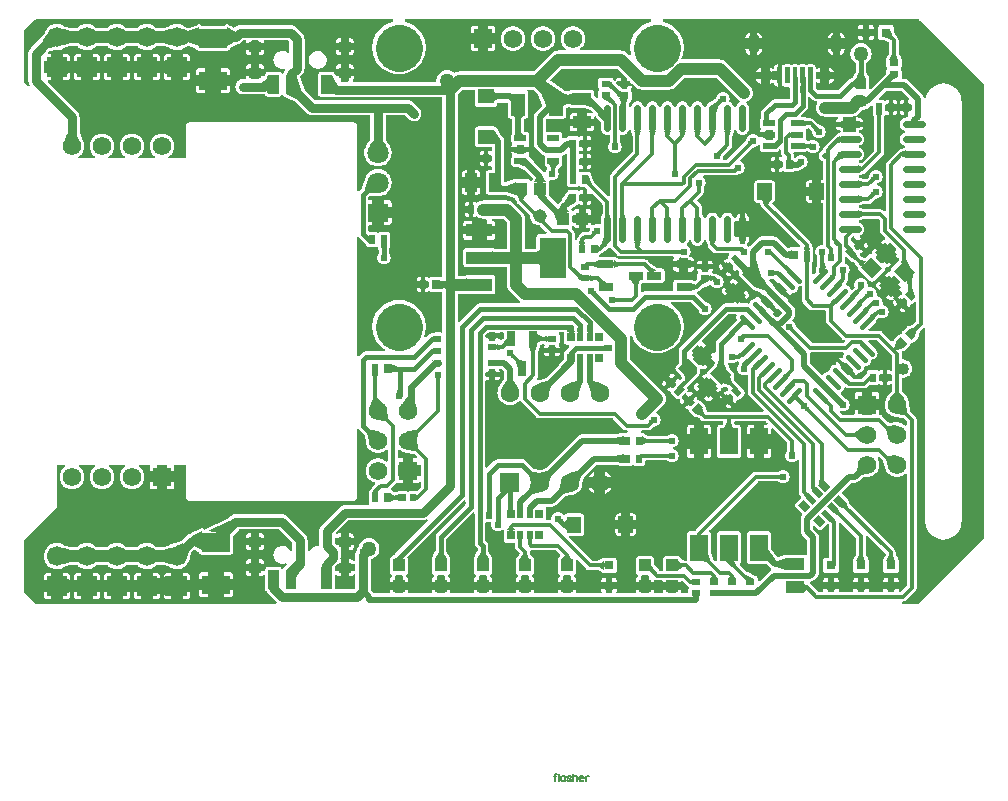
<source format=gtl>
G04 Layer: TopLayer*
G04 EasyEDA v6.4.25, 2021-12-03T12:42:08+01:00*
G04 2d58df8d6caf48aab7ee05f2cd6f65b2,9c416354eb984020824aaf9c885bead6,10*
G04 Gerber Generator version 0.2*
G04 Scale: 100 percent, Rotated: No, Reflected: No *
G04 Dimensions in inches *
G04 leading zeros omitted , absolute positions ,3 integer and 6 decimal *
%FSLAX36Y36*%
%MOIN*%

%ADD11C,0.0120*%
%ADD12C,0.0200*%
%ADD13C,0.0400*%
%ADD14C,0.0157*%
%ADD15C,0.0150*%
%ADD16C,0.0300*%
%ADD17C,0.0236*%
%ADD18C,0.0237*%
%ADD19C,0.0177*%
%ADD20C,0.0070*%
%ADD21C,0.0240*%
%ADD22C,0.0500*%
%ADD23C,0.0450*%
%ADD24R,0.0935X0.0633*%
%ADD26R,0.0197X0.0315*%
%ADD27R,0.0551X0.0472*%
%ADD29R,0.0256X0.0315*%
%ADD30R,0.0315X0.0315*%
%ADD31R,0.0394X0.0217*%
%ADD32R,0.0422X0.0209*%
%ADD33R,0.0484X0.0535*%
%ADD35R,0.0394X0.0354*%
%ADD36R,0.0340X0.0318*%
%ADD37R,0.0866X0.1378*%
%ADD38R,0.0866X0.0433*%
%ADD39R,0.0315X0.0197*%
%ADD40R,0.0492X0.0276*%
%ADD42R,0.0610X0.0394*%
%ADD44R,0.0390X0.0430*%
%ADD45R,0.0394X0.0433*%
%ADD46R,0.0600X0.0900*%
%ADD47R,0.0472X0.0748*%
%ADD49R,0.0620X0.0620*%
%ADD50C,0.0620*%
%ADD52C,0.0669*%
%ADD54C,0.0630*%
%ADD55C,0.0709*%
%ADD56R,0.0709X0.0620*%
%ADD57C,0.0374*%
%ADD58C,0.0394*%
%ADD59C,0.1575*%

%LPD*%
G36*
X1760000Y681320D02*
G01*
X1758300Y681700D01*
X1756940Y682740D01*
X1756140Y684280D01*
X1755660Y686020D01*
X1754040Y689500D01*
X1751840Y692640D01*
X1749139Y695360D01*
X1746000Y697560D01*
X1742520Y699180D01*
X1738820Y700160D01*
X1735000Y700500D01*
X1731180Y700160D01*
X1727480Y699180D01*
X1724000Y697560D01*
X1720860Y695360D01*
X1718160Y692640D01*
X1715960Y689500D01*
X1713480Y684100D01*
X1712220Y683060D01*
X1710680Y682600D01*
X1709060Y682800D01*
X1707660Y683620D01*
X1706699Y684920D01*
X1706339Y686520D01*
X1706300Y689260D01*
X1706380Y690220D01*
X1706720Y691120D01*
X1712440Y702580D01*
X1713700Y704140D01*
X1714920Y706060D01*
X1715660Y708220D01*
X1715940Y710699D01*
X1715940Y729940D01*
X1715660Y732420D01*
X1714920Y734580D01*
X1713700Y736500D01*
X1713040Y737180D01*
X1712160Y738480D01*
X1711860Y740000D01*
X1712160Y741540D01*
X1713040Y742840D01*
X1713700Y743500D01*
X1714920Y745440D01*
X1715660Y747580D01*
X1715940Y750080D01*
X1715940Y751680D01*
X1716100Y752420D01*
X1715360Y752260D01*
X1700380Y752260D01*
X1700380Y744360D01*
X1700060Y742840D01*
X1699199Y741540D01*
X1697900Y740660D01*
X1696380Y740360D01*
X1687540Y740360D01*
X1686360Y740540D01*
X1685280Y741060D01*
X1681380Y743720D01*
X1680440Y744620D01*
X1679840Y745759D01*
X1679620Y747020D01*
X1679620Y752260D01*
X1672300Y752260D01*
X1670760Y752580D01*
X1669460Y753439D01*
X1665580Y757320D01*
X1665040Y758020D01*
X1663160Y760980D01*
X1662580Y762560D01*
X1662720Y764260D01*
X1663520Y765740D01*
X1664880Y766760D01*
X1666540Y767120D01*
X1679620Y767120D01*
X1679620Y779740D01*
X1674480Y779740D01*
X1671980Y779460D01*
X1669840Y778700D01*
X1667900Y777480D01*
X1666300Y775879D01*
X1665080Y773940D01*
X1664199Y771440D01*
X1663260Y769940D01*
X1661759Y769000D01*
X1660000Y768800D01*
X1658320Y769360D01*
X1657060Y770620D01*
X1653720Y775860D01*
X1652100Y777480D01*
X1650160Y778700D01*
X1648020Y779460D01*
X1645520Y779740D01*
X1614480Y779740D01*
X1611980Y779460D01*
X1609840Y778700D01*
X1607900Y777480D01*
X1606300Y775879D01*
X1605080Y773940D01*
X1604340Y771800D01*
X1604060Y769300D01*
X1604060Y750080D01*
X1604340Y747580D01*
X1605080Y745440D01*
X1606300Y743500D01*
X1606960Y742840D01*
X1607840Y741540D01*
X1608140Y740000D01*
X1607840Y738480D01*
X1606960Y737180D01*
X1606300Y736500D01*
X1605080Y734580D01*
X1604340Y732420D01*
X1604060Y729940D01*
X1604060Y714260D01*
X1603740Y712720D01*
X1602880Y711420D01*
X1601579Y710560D01*
X1600040Y710260D01*
X1598520Y710560D01*
X1597220Y711420D01*
X1591879Y716780D01*
X1591020Y718080D01*
X1590720Y719599D01*
X1590720Y728840D01*
X1590440Y731320D01*
X1589680Y733460D01*
X1588460Y735400D01*
X1586860Y737000D01*
X1584920Y738220D01*
X1582780Y738980D01*
X1580280Y739260D01*
X1519720Y739260D01*
X1517080Y738960D01*
X1502640Y734340D01*
X1501519Y734140D01*
X1500380Y734280D01*
X1491600Y736620D01*
X1490380Y737200D01*
X1446540Y767120D01*
X1445340Y768400D01*
X1444800Y770060D01*
X1445020Y771780D01*
X1445960Y773259D01*
X1481339Y808620D01*
X1482640Y809500D01*
X1484160Y809800D01*
X1665840Y809800D01*
X1667360Y809500D01*
X1668660Y808620D01*
X1699199Y778080D01*
X1700060Y776800D01*
X1700380Y775260D01*
X1700380Y767120D01*
X1708520Y767120D01*
X1710060Y766800D01*
X1711360Y765939D01*
X1718200Y759100D01*
X1719060Y757800D01*
X1719360Y756260D01*
X1719220Y755540D01*
X1719940Y755680D01*
X1721480Y755380D01*
X1722760Y754520D01*
X1729440Y747900D01*
X1732120Y745660D01*
X1732920Y745100D01*
X1735960Y743259D01*
X1736840Y742820D01*
X1741020Y741160D01*
X1744460Y740320D01*
X1745420Y740160D01*
X1748940Y739820D01*
X1841060Y739820D01*
X1844580Y740160D01*
X1845540Y740320D01*
X1848980Y741160D01*
X1853160Y742820D01*
X1854040Y743259D01*
X1857080Y745100D01*
X1857880Y745660D01*
X1860600Y747920D01*
X1891339Y778620D01*
X1892640Y779500D01*
X1894160Y779800D01*
X1995840Y779800D01*
X1997360Y779500D01*
X1998660Y778620D01*
X2068540Y708760D01*
X2072080Y705699D01*
X2074120Y704419D01*
X2075260Y703340D01*
X2075900Y701900D01*
X2075940Y700340D01*
X2075380Y698880D01*
X2074280Y697760D01*
X2070860Y695360D01*
X2068160Y692640D01*
X2065960Y689500D01*
X2064340Y686020D01*
X2063860Y684280D01*
X2063060Y682740D01*
X2061699Y681700D01*
X2060000Y681320D01*
X2058300Y681700D01*
X2056940Y682740D01*
X2056140Y684280D01*
X2055660Y686020D01*
X2054040Y689500D01*
X2051840Y692640D01*
X2049139Y695360D01*
X2046000Y697560D01*
X2043300Y698800D01*
X2042160Y699599D01*
X2041360Y700740D01*
X2041000Y702080D01*
X2041140Y703460D01*
X2041840Y706140D01*
X2042180Y710000D01*
X2041840Y713860D01*
X2040840Y717580D01*
X2039220Y721100D01*
X2037000Y724260D01*
X2034259Y727000D01*
X2031100Y729220D01*
X2027580Y730840D01*
X2023860Y731840D01*
X2020000Y732180D01*
X2016140Y731840D01*
X2012420Y730840D01*
X2008899Y729220D01*
X2005740Y727000D01*
X2003000Y724260D01*
X2000780Y721100D01*
X1999160Y717580D01*
X1998180Y713940D01*
X1996040Y709280D01*
X1995080Y707980D01*
X1994259Y707360D01*
X1982840Y700699D01*
X1981180Y700160D01*
X1977480Y699180D01*
X1974000Y697560D01*
X1970860Y695360D01*
X1968160Y692640D01*
X1965960Y689500D01*
X1964340Y686020D01*
X1963860Y684280D01*
X1963060Y682740D01*
X1961699Y681700D01*
X1960000Y681320D01*
X1958300Y681700D01*
X1956940Y682740D01*
X1956140Y684280D01*
X1955660Y686020D01*
X1954040Y689500D01*
X1951840Y692640D01*
X1949139Y695360D01*
X1946000Y697560D01*
X1942520Y699180D01*
X1938820Y700160D01*
X1935000Y700500D01*
X1931180Y700160D01*
X1927480Y699180D01*
X1924000Y697560D01*
X1920860Y695360D01*
X1918160Y692640D01*
X1915960Y689500D01*
X1914340Y686020D01*
X1913860Y684280D01*
X1913060Y682740D01*
X1911699Y681700D01*
X1910000Y681320D01*
X1908300Y681700D01*
X1906940Y682740D01*
X1906140Y684280D01*
X1905660Y686020D01*
X1904040Y689500D01*
X1901840Y692640D01*
X1899139Y695360D01*
X1896000Y697560D01*
X1892520Y699180D01*
X1888820Y700160D01*
X1885000Y700500D01*
X1881180Y700160D01*
X1877480Y699180D01*
X1874000Y697560D01*
X1870860Y695360D01*
X1868160Y692640D01*
X1865960Y689500D01*
X1864340Y686020D01*
X1863860Y684280D01*
X1863060Y682740D01*
X1861699Y681700D01*
X1860000Y681320D01*
X1858300Y681700D01*
X1856940Y682740D01*
X1856140Y684280D01*
X1855660Y686020D01*
X1854040Y689500D01*
X1851840Y692640D01*
X1849139Y695360D01*
X1846000Y697560D01*
X1842520Y699180D01*
X1838820Y700160D01*
X1835000Y700500D01*
X1831180Y700160D01*
X1827480Y699180D01*
X1824000Y697560D01*
X1820860Y695360D01*
X1818160Y692640D01*
X1815960Y689500D01*
X1814340Y686020D01*
X1813860Y684280D01*
X1813060Y682740D01*
X1811699Y681700D01*
X1810000Y681320D01*
X1808300Y681700D01*
X1806940Y682740D01*
X1806140Y684280D01*
X1805660Y686020D01*
X1804040Y689500D01*
X1801840Y692640D01*
X1799139Y695360D01*
X1796000Y697560D01*
X1792520Y699180D01*
X1788820Y700160D01*
X1785000Y700500D01*
X1781180Y700160D01*
X1777480Y699180D01*
X1774000Y697560D01*
X1770860Y695360D01*
X1768160Y692640D01*
X1765960Y689500D01*
X1764340Y686020D01*
X1763860Y684280D01*
X1763060Y682740D01*
X1761699Y681700D01*
G37*

%LPD*%
G36*
X1639800Y384460D02*
G01*
X1638260Y384780D01*
X1636980Y385640D01*
X1591660Y430940D01*
X1590860Y432080D01*
X1579920Y455600D01*
X1579580Y456840D01*
X1579440Y458020D01*
X1578680Y460160D01*
X1577480Y462100D01*
X1575860Y463700D01*
X1573940Y464920D01*
X1571780Y465660D01*
X1569300Y465940D01*
X1550060Y465940D01*
X1547580Y465660D01*
X1545820Y465060D01*
X1544319Y464840D01*
X1542840Y465180D01*
X1541600Y466060D01*
X1540780Y467340D01*
X1540500Y468820D01*
X1540500Y471180D01*
X1540780Y472660D01*
X1541600Y473940D01*
X1542840Y474820D01*
X1544319Y475180D01*
X1545820Y474960D01*
X1547580Y474340D01*
X1550060Y474060D01*
X1552260Y474060D01*
X1552260Y489620D01*
X1544500Y489620D01*
X1542960Y489940D01*
X1541680Y490800D01*
X1540800Y492100D01*
X1540500Y493620D01*
X1540500Y506380D01*
X1540800Y507900D01*
X1541680Y509200D01*
X1542960Y510080D01*
X1544500Y510379D01*
X1552260Y510379D01*
X1552260Y525960D01*
X1550060Y525960D01*
X1547580Y525680D01*
X1545820Y525060D01*
X1544319Y524840D01*
X1542840Y525180D01*
X1541600Y526060D01*
X1540780Y527340D01*
X1540500Y528840D01*
X1540500Y531180D01*
X1540780Y532660D01*
X1541600Y533940D01*
X1542840Y534820D01*
X1544319Y535180D01*
X1545820Y534960D01*
X1547580Y534340D01*
X1550060Y534060D01*
X1552260Y534060D01*
X1552260Y549620D01*
X1544500Y549620D01*
X1542960Y549940D01*
X1541680Y550800D01*
X1540800Y552100D01*
X1540500Y553620D01*
X1540500Y559820D01*
X1540360Y561600D01*
X1540360Y566380D01*
X1540660Y567900D01*
X1541540Y569200D01*
X1542820Y570080D01*
X1544360Y570380D01*
X1552260Y570380D01*
X1552260Y585960D01*
X1550060Y585960D01*
X1547580Y585680D01*
X1545420Y584920D01*
X1543500Y583700D01*
X1542840Y583040D01*
X1541540Y582160D01*
X1540000Y581860D01*
X1538480Y582160D01*
X1537180Y583040D01*
X1536500Y583700D01*
X1534580Y584920D01*
X1532420Y585680D01*
X1529940Y585960D01*
X1510700Y585960D01*
X1508220Y585680D01*
X1506060Y584920D01*
X1504139Y583700D01*
X1501579Y581000D01*
X1500420Y580360D01*
X1499100Y580120D01*
X1496500Y579880D01*
X1494780Y579500D01*
X1493140Y579000D01*
X1490640Y577880D01*
X1489079Y577540D01*
X1487540Y577820D01*
X1486200Y578680D01*
X1485320Y579980D01*
X1485000Y581540D01*
X1485000Y588000D01*
X1484720Y590480D01*
X1483980Y592640D01*
X1482760Y594560D01*
X1481160Y596180D01*
X1479220Y597380D01*
X1477080Y598140D01*
X1474580Y598420D01*
X1435660Y598420D01*
X1434640Y598300D01*
X1432980Y598480D01*
X1431540Y599300D01*
X1430540Y600640D01*
X1430200Y602280D01*
X1430200Y639460D01*
X1430480Y640939D01*
X1431300Y642220D01*
X1432540Y643100D01*
X1434019Y643460D01*
X1435520Y643240D01*
X1437100Y642680D01*
X1439600Y642400D01*
X1486380Y642400D01*
X1488880Y642680D01*
X1491020Y643439D01*
X1492960Y644640D01*
X1494560Y646260D01*
X1495780Y648180D01*
X1496540Y650340D01*
X1496819Y652820D01*
X1496819Y675600D01*
X1497080Y677039D01*
X1497860Y678280D01*
X1499019Y679180D01*
X1505340Y682320D01*
X1506819Y682740D01*
X1508360Y682560D01*
X1516279Y680000D01*
X1518640Y679520D01*
X1556620Y679479D01*
X1557880Y679280D01*
X1574840Y673700D01*
X1577440Y673139D01*
X1578520Y672740D01*
X1579440Y672060D01*
X1584259Y667240D01*
X1585140Y665879D01*
X1585420Y664260D01*
X1585020Y662680D01*
X1584019Y661380D01*
X1582600Y660600D01*
X1580980Y660440D01*
X1580280Y660520D01*
X1567760Y660520D01*
X1567760Y642980D01*
X1590720Y642980D01*
X1590720Y646640D01*
X1591060Y648259D01*
X1592040Y649599D01*
X1593460Y650440D01*
X1595120Y650620D01*
X1596699Y650120D01*
X1597940Y649000D01*
X1612220Y629560D01*
X1612800Y628440D01*
X1612980Y627200D01*
X1612980Y611740D01*
X1613340Y607760D01*
X1614340Y604060D01*
X1615960Y600580D01*
X1618160Y597440D01*
X1620860Y594720D01*
X1624000Y592520D01*
X1627480Y590900D01*
X1631180Y589920D01*
X1635000Y589580D01*
X1640260Y590000D01*
X1641639Y589580D01*
X1642780Y588700D01*
X1643540Y587460D01*
X1643800Y586040D01*
X1643800Y568800D01*
X1643560Y567460D01*
X1642000Y563080D01*
X1640780Y561100D01*
X1639160Y557580D01*
X1638160Y553860D01*
X1637820Y550000D01*
X1638160Y546140D01*
X1639160Y542420D01*
X1640780Y538900D01*
X1643000Y535740D01*
X1645740Y533000D01*
X1648899Y530780D01*
X1652420Y529160D01*
X1656140Y528160D01*
X1660000Y527820D01*
X1663860Y528160D01*
X1667580Y529160D01*
X1671100Y530780D01*
X1674259Y533000D01*
X1677000Y535740D01*
X1679220Y538900D01*
X1680840Y542420D01*
X1681840Y546140D01*
X1682180Y550000D01*
X1681840Y553860D01*
X1680840Y557580D01*
X1679220Y561100D01*
X1678000Y563080D01*
X1676440Y567460D01*
X1676200Y568800D01*
X1676200Y586040D01*
X1676459Y587460D01*
X1677220Y588700D01*
X1678360Y589580D01*
X1679740Y590000D01*
X1685000Y589580D01*
X1688820Y589920D01*
X1692520Y590900D01*
X1696000Y592520D01*
X1699139Y594720D01*
X1701840Y597440D01*
X1704040Y600580D01*
X1705460Y603600D01*
X1706380Y604840D01*
X1707700Y605660D01*
X1709220Y605900D01*
X1710740Y605540D01*
X1712000Y604640D01*
X1712820Y603340D01*
X1713080Y601800D01*
X1713060Y600680D01*
X1713560Y598220D01*
X1718600Y582560D01*
X1718800Y581340D01*
X1718800Y533360D01*
X1718500Y531840D01*
X1717620Y530540D01*
X1648680Y461599D01*
X1646540Y458980D01*
X1645060Y456200D01*
X1644139Y453160D01*
X1643800Y449799D01*
X1643800Y388459D01*
X1643500Y386940D01*
X1642620Y385640D01*
X1641339Y384780D01*
G37*

%LPC*%
G36*
X1567100Y474060D02*
G01*
X1569300Y474060D01*
X1571800Y474340D01*
X1573940Y475080D01*
X1575880Y476300D01*
X1577480Y477920D01*
X1578700Y479840D01*
X1579440Y482000D01*
X1579720Y484480D01*
X1579720Y489620D01*
X1567100Y489620D01*
G37*
G36*
X1567100Y510379D02*
G01*
X1579720Y510379D01*
X1579720Y515520D01*
X1579440Y518020D01*
X1578700Y520160D01*
X1577480Y522100D01*
X1575880Y523700D01*
X1573940Y524920D01*
X1571800Y525680D01*
X1569300Y525960D01*
X1567100Y525960D01*
G37*
G36*
X1567100Y534060D02*
G01*
X1569300Y534060D01*
X1571800Y534340D01*
X1573940Y535080D01*
X1575880Y536300D01*
X1577480Y537920D01*
X1578700Y539840D01*
X1579440Y542000D01*
X1579720Y544480D01*
X1579720Y549620D01*
X1567100Y549620D01*
G37*
G36*
X1567100Y570380D02*
G01*
X1579720Y570380D01*
X1579720Y575520D01*
X1579440Y578020D01*
X1578700Y580160D01*
X1577480Y582100D01*
X1575880Y583700D01*
X1573940Y584920D01*
X1571800Y585680D01*
X1569300Y585960D01*
X1567100Y585960D01*
G37*
G36*
X1567760Y600740D02*
G01*
X1580280Y600740D01*
X1582780Y601020D01*
X1584920Y601780D01*
X1586860Y603000D01*
X1588460Y604600D01*
X1589680Y606540D01*
X1590440Y608680D01*
X1590720Y611160D01*
X1590720Y618280D01*
X1567760Y618280D01*
G37*
G36*
X1519720Y600740D02*
G01*
X1532240Y600740D01*
X1532240Y618280D01*
X1509280Y618280D01*
X1509280Y611160D01*
X1509560Y608680D01*
X1510320Y606540D01*
X1511540Y604600D01*
X1513140Y603000D01*
X1515080Y601780D01*
X1517220Y601020D01*
G37*
G36*
X1509280Y642980D02*
G01*
X1532240Y642980D01*
X1532240Y660520D01*
X1519720Y660520D01*
X1517220Y660240D01*
X1515080Y659479D01*
X1513140Y658259D01*
X1511540Y656660D01*
X1510320Y654720D01*
X1509560Y652580D01*
X1509280Y650100D01*
G37*

%LPD*%
G36*
X2559800Y334760D02*
G01*
X2558260Y335080D01*
X2556600Y336320D01*
X2553980Y338459D01*
X2551200Y339940D01*
X2548160Y340860D01*
X2544800Y341200D01*
X2489500Y341200D01*
X2488260Y341400D01*
X2481040Y343760D01*
X2476780Y345700D01*
X2475180Y346140D01*
X2473640Y346940D01*
X2472600Y348300D01*
X2472220Y350000D01*
X2472600Y351700D01*
X2473640Y353060D01*
X2475180Y353860D01*
X2476780Y354300D01*
X2481080Y356260D01*
X2488260Y358600D01*
X2489500Y358800D01*
X2504800Y358800D01*
X2508160Y359140D01*
X2511200Y360060D01*
X2513980Y361540D01*
X2516600Y363680D01*
X2528160Y375260D01*
X2529280Y376040D01*
X2533940Y378180D01*
X2537580Y379159D01*
X2541100Y380780D01*
X2544260Y383000D01*
X2547000Y385740D01*
X2549220Y388900D01*
X2550840Y392420D01*
X2551840Y396140D01*
X2552180Y400000D01*
X2551840Y403860D01*
X2550840Y407580D01*
X2549220Y411100D01*
X2547000Y414260D01*
X2544260Y417000D01*
X2541100Y419219D01*
X2537580Y420840D01*
X2536500Y421140D01*
X2534980Y421940D01*
X2533920Y423300D01*
X2533540Y425000D01*
X2533920Y426700D01*
X2534980Y428060D01*
X2536500Y428860D01*
X2537580Y429159D01*
X2541100Y430780D01*
X2544260Y433000D01*
X2547000Y435740D01*
X2549220Y438900D01*
X2550840Y442420D01*
X2551840Y446140D01*
X2552180Y450000D01*
X2551840Y453860D01*
X2550840Y457580D01*
X2549220Y461100D01*
X2547000Y464260D01*
X2544260Y467000D01*
X2541100Y469219D01*
X2537580Y470840D01*
X2533860Y471840D01*
X2530000Y472180D01*
X2526140Y471840D01*
X2522420Y470840D01*
X2518900Y469219D01*
X2515740Y467000D01*
X2513000Y464260D01*
X2510780Y461100D01*
X2509160Y457580D01*
X2508180Y453940D01*
X2506040Y449280D01*
X2505260Y448160D01*
X2499460Y442380D01*
X2498160Y441500D01*
X2496640Y441200D01*
X2489500Y441200D01*
X2488260Y441400D01*
X2481040Y443760D01*
X2476780Y445700D01*
X2475180Y446140D01*
X2473640Y446940D01*
X2472600Y448300D01*
X2472220Y450000D01*
X2472600Y451700D01*
X2473640Y453060D01*
X2475180Y453860D01*
X2476780Y454300D01*
X2480260Y455920D01*
X2482100Y457040D01*
X2487080Y458900D01*
X2488160Y459140D01*
X2491200Y460060D01*
X2493980Y461540D01*
X2496600Y463680D01*
X2551640Y518720D01*
X2553780Y521340D01*
X2555260Y524120D01*
X2556180Y527160D01*
X2556520Y530520D01*
X2556520Y644740D01*
X2556600Y645580D01*
X2558240Y653240D01*
X2558840Y654659D01*
X2559920Y655740D01*
X2561340Y656320D01*
X2562860Y656340D01*
X2564280Y655800D01*
X2565419Y655080D01*
X2567580Y654320D01*
X2570059Y654040D01*
X2572260Y654040D01*
X2572260Y669620D01*
X2564360Y669620D01*
X2562820Y669920D01*
X2561520Y670800D01*
X2560659Y672099D01*
X2560360Y673620D01*
X2560360Y686380D01*
X2560659Y687900D01*
X2561520Y689200D01*
X2562820Y690060D01*
X2564360Y690380D01*
X2572260Y690380D01*
X2572260Y705939D01*
X2570059Y705939D01*
X2567580Y705660D01*
X2565419Y704920D01*
X2563500Y703700D01*
X2562820Y703020D01*
X2561520Y702159D01*
X2560000Y701860D01*
X2558460Y702159D01*
X2557160Y703020D01*
X2556500Y703700D01*
X2554580Y704920D01*
X2552420Y705660D01*
X2549940Y705939D01*
X2543860Y705939D01*
X2542340Y706240D01*
X2541040Y707120D01*
X2540180Y708420D01*
X2539860Y709940D01*
X2540180Y711480D01*
X2541040Y712780D01*
X2563420Y735160D01*
X2564720Y736020D01*
X2566259Y736320D01*
X2613440Y736320D01*
X2614980Y736020D01*
X2616280Y735160D01*
X2638660Y712780D01*
X2639500Y711560D01*
X2639820Y710100D01*
X2639620Y708640D01*
X2638880Y707360D01*
X2637740Y706420D01*
X2637740Y690380D01*
X2645640Y690380D01*
X2647180Y690060D01*
X2648460Y689200D01*
X2649340Y687900D01*
X2649640Y686380D01*
X2649640Y673620D01*
X2649340Y672099D01*
X2648460Y670800D01*
X2647180Y669920D01*
X2645640Y669620D01*
X2637740Y669620D01*
X2637740Y651140D01*
X2637440Y649620D01*
X2636600Y648340D01*
X2635340Y647460D01*
X2633840Y647140D01*
X2630980Y647060D01*
X2627240Y646720D01*
X2626300Y646840D01*
X2625000Y646180D01*
X2623220Y645699D01*
X2619740Y644080D01*
X2616580Y641880D01*
X2613860Y639160D01*
X2611660Y636020D01*
X2610040Y632540D01*
X2609040Y628820D01*
X2608720Y625000D01*
X2609040Y621180D01*
X2610040Y617460D01*
X2611660Y613980D01*
X2613860Y610840D01*
X2616580Y608120D01*
X2619740Y605920D01*
X2623220Y604300D01*
X2624820Y603860D01*
X2626360Y603060D01*
X2627400Y601700D01*
X2627780Y600000D01*
X2627400Y598300D01*
X2626360Y596940D01*
X2624820Y596140D01*
X2623220Y595700D01*
X2619740Y594080D01*
X2616580Y591880D01*
X2613860Y589160D01*
X2611660Y586020D01*
X2610040Y582540D01*
X2609040Y578820D01*
X2608720Y575000D01*
X2609040Y571180D01*
X2610040Y567460D01*
X2611660Y563980D01*
X2613860Y560840D01*
X2616580Y558120D01*
X2619740Y555920D01*
X2623220Y554300D01*
X2624820Y553860D01*
X2626360Y553060D01*
X2627400Y551700D01*
X2627780Y550000D01*
X2627400Y548300D01*
X2626360Y546940D01*
X2624820Y546140D01*
X2623220Y545700D01*
X2619740Y544080D01*
X2617900Y542960D01*
X2612919Y541100D01*
X2611840Y540860D01*
X2608800Y539940D01*
X2606019Y538460D01*
X2603399Y536320D01*
X2568680Y501599D01*
X2566540Y498980D01*
X2565059Y496200D01*
X2564140Y493160D01*
X2563800Y489799D01*
X2563800Y338760D01*
X2563500Y337239D01*
X2562620Y335940D01*
X2561340Y335080D01*
G37*

%LPC*%
G36*
X2587100Y654040D02*
G01*
X2589300Y654040D01*
X2591780Y654320D01*
X2593940Y655080D01*
X2595860Y656300D01*
X2597480Y657900D01*
X2598700Y659840D01*
X2599440Y661979D01*
X2599720Y664479D01*
X2599720Y669620D01*
X2587100Y669620D01*
G37*
G36*
X2620700Y654040D02*
G01*
X2622900Y654040D01*
X2622900Y669620D01*
X2610280Y669620D01*
X2610280Y664479D01*
X2610560Y661979D01*
X2611300Y659840D01*
X2612520Y657900D01*
X2614120Y656300D01*
X2616060Y655080D01*
X2618200Y654320D01*
G37*
G36*
X2610280Y690380D02*
G01*
X2622900Y690380D01*
X2622900Y705939D01*
X2620700Y705939D01*
X2618200Y705660D01*
X2616060Y704920D01*
X2614120Y703700D01*
X2612520Y702080D01*
X2611300Y700160D01*
X2610560Y698000D01*
X2610280Y695520D01*
G37*
G36*
X2587100Y690380D02*
G01*
X2599720Y690380D01*
X2599720Y695520D01*
X2599440Y698000D01*
X2598700Y700160D01*
X2597480Y702080D01*
X2595860Y703700D01*
X2593940Y704920D01*
X2591780Y705660D01*
X2589300Y705939D01*
X2587100Y705939D01*
G37*

%LPD*%
G36*
X1530520Y238500D02*
G01*
X1528880Y238700D01*
X1527480Y239540D01*
X1526540Y240880D01*
X1526200Y242480D01*
X1526200Y259800D01*
X1525860Y263160D01*
X1524940Y266200D01*
X1523460Y268980D01*
X1521320Y271600D01*
X1516360Y276560D01*
X1515560Y277660D01*
X1515200Y278980D01*
X1515300Y280340D01*
X1515840Y281600D01*
X1516660Y282820D01*
X1517780Y283940D01*
X1519259Y284540D01*
X1520840Y284520D01*
X1522300Y283900D01*
X1523380Y282740D01*
X1523860Y282000D01*
X1525460Y280400D01*
X1527400Y279180D01*
X1529540Y278420D01*
X1532040Y278140D01*
X1539160Y278140D01*
X1539160Y296680D01*
X1522380Y296680D01*
X1520860Y296980D01*
X1519560Y297840D01*
X1518700Y299140D01*
X1518400Y300680D01*
X1518400Y319320D01*
X1518700Y320860D01*
X1519560Y322160D01*
X1520860Y323020D01*
X1522380Y323320D01*
X1539160Y323320D01*
X1539160Y341860D01*
X1532040Y341860D01*
X1529540Y341580D01*
X1527400Y340820D01*
X1525460Y339600D01*
X1523860Y338000D01*
X1523460Y337380D01*
X1522340Y336200D01*
X1520840Y335580D01*
X1519199Y335600D01*
X1517720Y336280D01*
X1516639Y337480D01*
X1515400Y339580D01*
X1514880Y341060D01*
X1514980Y342620D01*
X1515660Y344040D01*
X1516819Y345060D01*
X1532780Y354380D01*
X1534580Y355080D01*
X1536500Y356300D01*
X1537180Y356960D01*
X1538480Y357840D01*
X1540000Y358140D01*
X1541540Y357840D01*
X1542840Y356960D01*
X1543500Y356300D01*
X1545440Y355080D01*
X1547580Y354340D01*
X1550080Y354060D01*
X1552260Y354060D01*
X1552260Y369620D01*
X1544360Y369620D01*
X1542820Y369940D01*
X1541519Y370820D01*
X1540660Y372120D01*
X1540360Y373660D01*
X1540360Y386360D01*
X1540660Y387879D01*
X1541519Y389200D01*
X1542820Y390060D01*
X1544360Y390379D01*
X1552260Y390379D01*
X1552260Y405940D01*
X1550080Y405940D01*
X1547580Y405660D01*
X1545440Y404920D01*
X1543500Y403700D01*
X1542840Y403040D01*
X1541540Y402160D01*
X1540000Y401860D01*
X1538480Y402160D01*
X1537180Y403040D01*
X1536500Y403700D01*
X1534580Y404920D01*
X1532420Y405660D01*
X1529940Y405940D01*
X1510700Y405940D01*
X1508220Y405660D01*
X1506060Y404920D01*
X1504139Y403700D01*
X1502480Y402060D01*
X1485140Y373560D01*
X1484540Y372800D01*
X1474319Y362600D01*
X1472580Y360560D01*
X1471300Y359560D01*
X1469700Y359180D01*
X1468100Y359440D01*
X1466720Y360340D01*
X1442440Y384620D01*
X1441740Y385580D01*
X1441339Y386700D01*
X1441380Y431620D01*
X1441140Y433579D01*
X1441180Y435180D01*
X1441840Y436640D01*
X1443020Y437720D01*
X1444520Y438260D01*
X1450000Y437819D01*
X1453860Y438160D01*
X1457580Y439159D01*
X1461100Y440780D01*
X1464259Y443000D01*
X1467000Y445740D01*
X1469220Y448900D01*
X1470840Y452420D01*
X1471840Y456140D01*
X1472180Y460000D01*
X1471840Y463860D01*
X1471440Y465379D01*
X1471300Y466420D01*
X1471300Y470420D01*
X1471720Y472200D01*
X1475700Y480180D01*
X1476639Y481400D01*
X1477960Y482160D01*
X1479220Y482600D01*
X1481160Y483820D01*
X1482760Y485420D01*
X1483980Y487360D01*
X1484720Y489500D01*
X1485000Y492000D01*
X1485000Y513200D01*
X1484400Y517480D01*
X1484740Y518940D01*
X1485620Y520180D01*
X1486860Y521000D01*
X1488540Y521700D01*
X1490100Y522500D01*
X1491519Y523420D01*
X1493560Y525100D01*
X1494860Y525820D01*
X1496360Y526000D01*
X1497800Y525620D01*
X1499019Y524740D01*
X1499820Y523480D01*
X1500100Y522000D01*
X1500100Y440180D01*
X1500260Y438080D01*
X1500260Y424480D01*
X1500540Y421980D01*
X1501300Y419840D01*
X1502520Y417900D01*
X1504120Y416300D01*
X1506060Y415080D01*
X1508200Y414340D01*
X1510700Y414060D01*
X1529920Y414060D01*
X1532420Y414340D01*
X1534560Y415080D01*
X1536500Y416300D01*
X1537160Y416960D01*
X1538460Y417840D01*
X1540000Y418140D01*
X1541519Y417840D01*
X1542820Y416960D01*
X1543500Y416300D01*
X1545420Y415080D01*
X1547580Y414340D01*
X1550060Y414060D01*
X1559120Y414060D01*
X1560460Y413820D01*
X1561660Y413140D01*
X1565660Y409820D01*
X1566740Y408440D01*
X1567120Y406740D01*
X1567120Y390379D01*
X1581060Y390379D01*
X1582340Y391160D01*
X1583839Y391400D01*
X1585320Y391079D01*
X1586560Y390220D01*
X1617620Y359159D01*
X1618500Y357860D01*
X1618800Y356340D01*
X1618800Y328660D01*
X1618600Y327420D01*
X1616260Y320160D01*
X1614340Y315940D01*
X1613340Y312240D01*
X1612980Y308240D01*
X1612980Y294600D01*
X1612720Y293180D01*
X1611960Y291920D01*
X1610800Y291040D01*
X1609400Y290620D01*
X1607940Y290740D01*
X1603860Y291840D01*
X1600000Y292180D01*
X1596140Y291840D01*
X1592420Y290840D01*
X1588899Y289220D01*
X1587680Y288340D01*
X1586080Y287680D01*
X1584340Y287760D01*
X1582800Y288560D01*
X1581759Y289940D01*
X1581380Y291620D01*
X1581380Y296680D01*
X1563839Y296680D01*
X1563839Y278140D01*
X1570960Y278140D01*
X1573620Y278440D01*
X1575300Y278280D01*
X1576759Y277440D01*
X1577740Y276060D01*
X1578080Y274400D01*
X1577680Y272760D01*
X1576040Y269280D01*
X1575260Y268160D01*
X1574460Y267380D01*
X1573160Y266500D01*
X1571639Y266200D01*
X1560200Y266200D01*
X1556840Y265860D01*
X1553800Y264940D01*
X1551020Y263460D01*
X1548400Y261320D01*
X1539000Y251900D01*
X1536860Y249300D01*
X1535360Y246500D01*
X1534440Y243460D01*
X1534079Y241480D01*
X1533340Y240000D01*
X1532080Y238960D01*
G37*

%LPC*%
G36*
X1563839Y323320D02*
G01*
X1581380Y323320D01*
X1581380Y331420D01*
X1581100Y333920D01*
X1580340Y336060D01*
X1579139Y338000D01*
X1577520Y339600D01*
X1575600Y340820D01*
X1573440Y341580D01*
X1570960Y341860D01*
X1563839Y341860D01*
G37*
G36*
X1567120Y354060D02*
G01*
X1569300Y354060D01*
X1571800Y354340D01*
X1573940Y355080D01*
X1575880Y356300D01*
X1577480Y357900D01*
X1578700Y359840D01*
X1579460Y361980D01*
X1579740Y364480D01*
X1579740Y369620D01*
X1567120Y369620D01*
G37*

%LPD*%
G36*
X2319880Y124380D02*
G01*
X2318340Y124700D01*
X2317060Y125559D01*
X2316180Y126860D01*
X2315880Y128379D01*
X2315880Y154760D01*
X2315960Y155600D01*
X2319460Y171920D01*
X2319740Y174460D01*
X2319740Y205520D01*
X2319440Y208160D01*
X2315760Y222120D01*
X2315560Y223460D01*
X2314640Y226500D01*
X2313160Y229280D01*
X2311020Y231900D01*
X2185620Y357299D01*
X2184740Y358620D01*
X2184440Y360200D01*
X2184800Y361780D01*
X2185740Y363080D01*
X2187600Y364060D01*
X2189540Y365280D01*
X2191140Y366880D01*
X2192360Y368820D01*
X2193100Y370959D01*
X2193380Y373459D01*
X2193380Y426540D01*
X2193100Y429040D01*
X2192360Y431180D01*
X2191140Y433120D01*
X2189540Y434720D01*
X2187600Y435940D01*
X2185460Y436700D01*
X2182960Y436980D01*
X2134980Y436980D01*
X2132500Y436700D01*
X2130340Y435940D01*
X2128420Y434720D01*
X2126800Y433120D01*
X2125600Y431180D01*
X2124840Y429040D01*
X2124560Y426540D01*
X2124560Y373459D01*
X2124840Y370959D01*
X2125600Y368820D01*
X2126800Y366880D01*
X2128420Y365280D01*
X2130340Y364060D01*
X2132500Y363300D01*
X2134980Y363020D01*
X2140380Y363020D01*
X2141800Y362760D01*
X2143040Y362020D01*
X2143920Y360880D01*
X2147960Y353180D01*
X2149060Y349799D01*
X2150540Y347020D01*
X2152680Y344400D01*
X2274480Y222600D01*
X2275380Y221240D01*
X2275660Y219640D01*
X2275260Y218039D01*
X2274260Y216740D01*
X2272840Y215960D01*
X2271200Y215799D01*
X2269940Y215940D01*
X2250700Y215940D01*
X2248080Y215660D01*
X2238480Y212979D01*
X2237080Y212840D01*
X2235720Y213200D01*
X2234560Y214000D01*
X2204340Y244220D01*
X2202980Y245479D01*
X2201580Y246540D01*
X2200100Y247500D01*
X2198540Y248299D01*
X2196900Y248980D01*
X2195220Y249500D01*
X2193500Y249880D01*
X2191760Y250120D01*
X2189920Y250200D01*
X2150080Y250200D01*
X2148240Y250120D01*
X2146500Y249880D01*
X2144780Y249500D01*
X2143100Y248980D01*
X2141460Y248299D01*
X2139900Y247500D01*
X2138420Y246540D01*
X2137020Y245479D01*
X2135660Y244220D01*
X2109080Y217659D01*
X2107960Y216860D01*
X2106620Y216500D01*
X2105240Y216600D01*
X2103980Y217180D01*
X2100660Y219480D01*
X2099480Y220760D01*
X2098940Y222399D01*
X2099160Y224140D01*
X2100100Y225600D01*
X2101840Y227360D01*
X2104040Y230500D01*
X2105660Y233980D01*
X2106660Y237680D01*
X2107020Y241680D01*
X2107020Y249820D01*
X2093400Y249820D01*
X2093400Y227760D01*
X2093080Y226160D01*
X2092120Y224820D01*
X2090720Y223980D01*
X2089100Y223780D01*
X2087520Y224240D01*
X2086200Y224940D01*
X2083160Y225859D01*
X2080200Y226160D01*
X2078800Y226560D01*
X2077640Y227460D01*
X2076860Y228700D01*
X2076600Y230140D01*
X2076600Y249820D01*
X2061020Y249820D01*
X2059480Y250120D01*
X2058180Y251000D01*
X2057320Y252300D01*
X2057020Y253820D01*
X2057020Y296100D01*
X2057320Y297620D01*
X2058180Y298920D01*
X2059480Y299800D01*
X2061020Y300100D01*
X2076600Y300100D01*
X2076600Y328680D01*
X2074000Y327480D01*
X2070860Y325280D01*
X2068160Y322560D01*
X2065960Y319420D01*
X2064340Y315940D01*
X2063860Y314200D01*
X2063060Y312660D01*
X2061699Y311620D01*
X2060000Y311240D01*
X2058300Y311620D01*
X2056940Y312660D01*
X2056140Y314200D01*
X2055660Y315940D01*
X2054040Y319420D01*
X2051840Y322560D01*
X2049139Y325280D01*
X2046000Y327480D01*
X2042520Y329099D01*
X2038820Y330080D01*
X2035000Y330420D01*
X2031180Y330080D01*
X2027480Y329099D01*
X2024000Y327480D01*
X2020860Y325280D01*
X2018160Y322560D01*
X2015960Y319420D01*
X2014340Y315940D01*
X2013860Y314200D01*
X2013060Y312660D01*
X2011699Y311620D01*
X2010000Y311240D01*
X2008300Y311620D01*
X2006940Y312660D01*
X2006140Y314200D01*
X2005660Y315940D01*
X2004040Y319420D01*
X2001840Y322560D01*
X1999139Y325280D01*
X1996000Y327480D01*
X1992520Y329099D01*
X1988820Y330080D01*
X1985000Y330420D01*
X1981180Y330080D01*
X1977480Y329099D01*
X1974000Y327480D01*
X1970860Y325280D01*
X1968160Y322560D01*
X1965960Y319420D01*
X1964340Y315940D01*
X1963860Y314200D01*
X1963060Y312660D01*
X1961699Y311620D01*
X1960000Y311240D01*
X1958300Y311620D01*
X1956940Y312660D01*
X1956140Y314200D01*
X1955660Y315940D01*
X1954040Y319420D01*
X1951920Y322460D01*
X1951380Y323560D01*
X1951200Y324760D01*
X1951200Y344799D01*
X1950860Y348160D01*
X1949940Y351200D01*
X1948460Y353980D01*
X1946320Y356599D01*
X1935740Y367180D01*
X1934880Y368459D01*
X1934560Y370000D01*
X1934880Y371540D01*
X1935740Y372819D01*
X1951320Y388400D01*
X1953460Y391019D01*
X1954940Y393800D01*
X1955860Y396840D01*
X1956200Y400200D01*
X1956200Y411200D01*
X1956440Y412540D01*
X1958000Y416920D01*
X1959220Y418900D01*
X1960840Y422420D01*
X1961840Y426140D01*
X1962180Y430000D01*
X1961840Y433860D01*
X1960840Y437580D01*
X1959220Y441100D01*
X1957000Y444260D01*
X1954280Y446980D01*
X1953420Y448260D01*
X1953120Y449799D01*
X1953420Y451340D01*
X1954280Y452620D01*
X1955580Y453500D01*
X1957120Y453800D01*
X2059800Y453800D01*
X2063160Y454140D01*
X2066200Y455060D01*
X2069620Y456840D01*
X2072800Y457939D01*
X2077580Y459159D01*
X2081100Y460780D01*
X2084259Y463000D01*
X2087000Y465740D01*
X2089220Y468900D01*
X2090840Y472420D01*
X2091840Y476140D01*
X2092180Y480000D01*
X2091840Y483860D01*
X2090840Y487580D01*
X2089220Y491100D01*
X2087000Y494260D01*
X2084259Y497000D01*
X2081100Y499219D01*
X2080160Y499660D01*
X2078920Y500540D01*
X2078100Y501840D01*
X2077840Y503340D01*
X2078160Y504840D01*
X2079019Y506100D01*
X2118160Y545260D01*
X2119280Y546040D01*
X2123940Y548180D01*
X2127580Y549160D01*
X2131100Y550780D01*
X2134260Y553000D01*
X2136640Y555380D01*
X2137940Y556240D01*
X2139460Y556560D01*
X2141000Y556240D01*
X2142280Y555380D01*
X2143160Y554080D01*
X2143460Y552560D01*
X2143460Y542360D01*
X2143740Y539860D01*
X2144500Y537720D01*
X2145700Y535780D01*
X2147320Y534180D01*
X2149240Y532960D01*
X2151400Y532200D01*
X2153880Y531920D01*
X2195640Y531920D01*
X2198140Y532200D01*
X2200280Y532960D01*
X2202240Y534180D01*
X2203780Y535700D01*
X2206740Y539200D01*
X2208020Y540200D01*
X2209580Y540620D01*
X2211180Y540380D01*
X2212540Y539540D01*
X2213480Y538220D01*
X2213800Y536620D01*
X2213800Y530200D01*
X2214140Y526840D01*
X2215060Y523800D01*
X2216260Y521540D01*
X2216720Y519880D01*
X2216460Y518180D01*
X2215480Y516740D01*
X2214000Y515860D01*
X2212280Y515680D01*
X2209940Y515940D01*
X2207740Y515940D01*
X2207740Y500379D01*
X2215640Y500379D01*
X2217180Y500060D01*
X2218460Y499200D01*
X2219340Y497900D01*
X2219640Y496380D01*
X2219620Y491380D01*
X2219500Y490000D01*
X2219640Y488280D01*
X2219640Y483620D01*
X2219340Y482100D01*
X2218460Y480800D01*
X2217180Y479920D01*
X2215640Y479620D01*
X2207740Y479620D01*
X2207740Y464040D01*
X2209940Y464040D01*
X2212420Y464320D01*
X2214580Y465080D01*
X2216500Y466300D01*
X2217160Y466960D01*
X2218460Y467840D01*
X2220000Y468140D01*
X2221520Y467840D01*
X2222820Y466960D01*
X2223500Y466300D01*
X2225420Y465080D01*
X2227580Y464320D01*
X2230060Y464040D01*
X2249300Y464040D01*
X2251780Y464320D01*
X2253940Y465080D01*
X2255860Y466300D01*
X2257400Y467520D01*
X2261100Y469380D01*
X2262880Y469799D01*
X2269920Y469799D01*
X2271760Y469880D01*
X2273500Y470120D01*
X2275220Y470500D01*
X2276900Y471019D01*
X2278540Y471700D01*
X2280100Y472500D01*
X2281580Y473459D01*
X2282980Y474520D01*
X2287340Y478780D01*
X2288480Y479560D01*
X2291100Y480780D01*
X2294260Y483000D01*
X2297000Y485740D01*
X2299220Y488900D01*
X2300840Y492420D01*
X2301840Y496140D01*
X2302180Y500000D01*
X2301840Y503860D01*
X2300840Y507580D01*
X2299220Y511100D01*
X2297000Y514260D01*
X2294260Y517000D01*
X2291100Y519219D01*
X2287580Y520840D01*
X2283860Y521840D01*
X2280000Y522180D01*
X2276140Y521840D01*
X2272420Y520840D01*
X2268900Y519219D01*
X2265740Y517000D01*
X2262760Y514020D01*
X2261460Y513140D01*
X2259940Y512840D01*
X2258420Y513140D01*
X2257120Y514000D01*
X2256240Y515280D01*
X2255920Y516800D01*
X2255900Y520100D01*
X2255560Y523459D01*
X2254560Y526760D01*
X2254400Y528240D01*
X2254780Y529680D01*
X2255680Y530860D01*
X2256920Y531660D01*
X2258380Y531920D01*
X2286100Y531920D01*
X2289040Y532280D01*
X2300480Y535140D01*
X2301960Y535220D01*
X2303340Y534780D01*
X2305120Y533620D01*
X2305740Y533000D01*
X2308900Y530780D01*
X2312420Y529160D01*
X2316140Y528160D01*
X2320000Y527820D01*
X2323860Y528160D01*
X2327580Y529160D01*
X2331100Y530780D01*
X2334260Y533000D01*
X2336540Y535280D01*
X2337900Y536180D01*
X2338820Y536320D01*
X2338700Y537040D01*
X2339060Y538600D01*
X2340840Y542420D01*
X2341840Y546140D01*
X2342180Y550000D01*
X2341840Y553860D01*
X2340840Y557580D01*
X2339220Y561100D01*
X2337000Y564260D01*
X2334260Y567000D01*
X2331100Y569220D01*
X2327580Y570840D01*
X2323860Y571840D01*
X2320000Y572180D01*
X2316140Y571840D01*
X2312420Y570840D01*
X2311000Y570180D01*
X2310000Y569880D01*
X2305740Y569120D01*
X2304080Y569180D01*
X2298540Y570560D01*
X2297060Y571280D01*
X2295980Y572540D01*
X2295520Y574120D01*
X2295740Y575760D01*
X2296260Y577260D01*
X2296540Y579760D01*
X2296540Y600240D01*
X2296260Y602740D01*
X2295740Y604240D01*
X2295520Y605880D01*
X2295980Y607460D01*
X2297060Y608720D01*
X2298540Y609440D01*
X2303640Y610720D01*
X2305000Y610820D01*
X2306320Y610440D01*
X2307420Y609660D01*
X2315260Y601840D01*
X2316040Y600720D01*
X2318180Y596060D01*
X2319160Y592420D01*
X2320780Y588900D01*
X2323000Y585740D01*
X2325740Y583000D01*
X2328900Y580780D01*
X2332420Y579160D01*
X2336140Y578160D01*
X2340000Y577820D01*
X2343860Y578160D01*
X2347580Y579160D01*
X2351100Y580780D01*
X2354260Y583000D01*
X2357000Y585740D01*
X2359220Y588900D01*
X2360840Y592420D01*
X2361840Y596140D01*
X2362180Y600000D01*
X2361840Y603860D01*
X2360840Y607580D01*
X2359220Y611100D01*
X2357000Y614260D01*
X2354260Y617000D01*
X2351100Y619220D01*
X2347580Y620840D01*
X2343940Y621820D01*
X2339280Y623960D01*
X2338160Y624740D01*
X2324200Y638720D01*
X2321580Y640860D01*
X2318800Y642340D01*
X2315760Y643259D01*
X2312400Y643600D01*
X2306080Y643600D01*
X2305120Y643720D01*
X2289040Y647720D01*
X2286100Y648080D01*
X2282760Y648080D01*
X2281240Y648379D01*
X2279940Y649240D01*
X2279060Y650540D01*
X2278760Y652080D01*
X2279060Y653600D01*
X2279940Y654900D01*
X2298580Y673580D01*
X2300640Y676300D01*
X2302080Y679220D01*
X2302980Y682360D01*
X2303300Y685780D01*
X2303300Y712020D01*
X2303600Y713540D01*
X2304480Y714840D01*
X2305760Y715699D01*
X2307300Y716020D01*
X2308840Y715699D01*
X2310120Y714840D01*
X2317980Y707020D01*
X2320700Y704960D01*
X2323620Y703520D01*
X2326760Y702620D01*
X2330180Y702300D01*
X2331200Y702300D01*
X2332880Y701919D01*
X2334260Y700879D01*
X2335060Y699360D01*
X2335140Y697640D01*
X2334500Y696040D01*
X2333860Y695100D01*
X2331900Y691020D01*
X2330560Y686720D01*
X2329900Y682260D01*
X2329900Y677740D01*
X2330560Y673280D01*
X2331900Y668980D01*
X2333860Y664900D01*
X2336400Y661180D01*
X2339460Y657880D01*
X2343000Y655060D01*
X2346900Y652800D01*
X2351100Y651160D01*
X2355500Y650140D01*
X2360140Y649800D01*
X2399820Y649800D01*
X2401460Y649440D01*
X2402800Y648460D01*
X2403640Y647000D01*
X2403780Y645340D01*
X2403240Y643740D01*
X2402100Y642520D01*
X2401200Y641880D01*
X2398480Y639160D01*
X2396280Y636020D01*
X2395060Y633420D01*
X2420400Y633420D01*
X2420400Y645800D01*
X2420700Y647340D01*
X2421580Y648620D01*
X2422880Y649500D01*
X2424400Y649800D01*
X2451060Y649820D01*
X2454580Y650160D01*
X2455540Y650320D01*
X2459240Y651240D01*
X2460680Y651340D01*
X2462060Y650900D01*
X2463200Y650020D01*
X2463940Y648780D01*
X2464200Y647360D01*
X2464200Y633420D01*
X2489540Y633420D01*
X2488340Y636020D01*
X2486140Y639160D01*
X2483420Y641880D01*
X2480260Y644080D01*
X2476780Y645699D01*
X2473080Y646700D01*
X2469080Y647060D01*
X2468120Y647060D01*
X2466460Y647400D01*
X2465100Y648420D01*
X2464280Y649900D01*
X2464160Y651600D01*
X2464740Y653199D01*
X2465920Y654400D01*
X2467940Y655699D01*
X2470600Y657920D01*
X2482000Y669300D01*
X2483140Y670100D01*
X2488900Y671460D01*
X2493100Y673100D01*
X2495160Y674140D01*
X2499280Y674539D01*
X2501420Y675300D01*
X2503360Y676520D01*
X2504960Y678120D01*
X2506340Y680320D01*
X2507060Y681160D01*
X2507980Y681780D01*
X2510140Y682840D01*
X2511540Y683720D01*
X2513740Y685520D01*
X2515060Y686240D01*
X2516540Y686400D01*
X2518000Y686020D01*
X2519200Y685140D01*
X2520000Y683880D01*
X2520280Y682420D01*
X2520280Y664479D01*
X2520580Y661720D01*
X2524040Y645600D01*
X2524120Y644760D01*
X2524120Y538680D01*
X2523820Y537160D01*
X2522940Y535860D01*
X2482860Y495780D01*
X2481520Y494880D01*
X2479920Y494600D01*
X2478340Y494980D01*
X2476780Y495700D01*
X2475180Y496140D01*
X2473640Y496940D01*
X2472600Y498300D01*
X2472220Y500000D01*
X2472600Y501700D01*
X2473640Y503060D01*
X2475180Y503860D01*
X2476780Y504300D01*
X2480260Y505920D01*
X2483420Y508120D01*
X2486140Y510840D01*
X2488340Y513980D01*
X2489960Y517460D01*
X2490960Y521180D01*
X2491280Y525000D01*
X2490960Y528820D01*
X2489960Y532540D01*
X2488340Y536020D01*
X2486140Y539160D01*
X2483420Y541880D01*
X2480260Y544080D01*
X2476780Y545700D01*
X2475180Y546140D01*
X2473640Y546940D01*
X2472600Y548300D01*
X2472220Y550000D01*
X2472600Y551700D01*
X2473640Y553060D01*
X2475180Y553860D01*
X2476780Y554300D01*
X2480260Y555920D01*
X2483420Y558120D01*
X2486140Y560840D01*
X2488340Y563980D01*
X2489960Y567460D01*
X2490960Y571180D01*
X2491280Y575000D01*
X2490960Y578820D01*
X2489960Y582540D01*
X2488340Y586020D01*
X2486140Y589160D01*
X2483420Y591880D01*
X2480260Y594080D01*
X2476780Y595700D01*
X2475180Y596140D01*
X2473640Y596940D01*
X2472600Y598300D01*
X2472220Y600000D01*
X2472600Y601700D01*
X2473640Y603060D01*
X2475180Y603860D01*
X2476780Y604300D01*
X2480260Y605920D01*
X2483420Y608120D01*
X2486140Y610840D01*
X2488340Y613980D01*
X2489540Y616580D01*
X2464200Y616580D01*
X2464200Y601060D01*
X2463900Y599520D01*
X2463040Y598220D01*
X2461740Y597360D01*
X2460200Y597060D01*
X2424400Y597060D01*
X2422880Y597360D01*
X2421580Y598220D01*
X2420700Y599520D01*
X2420400Y601060D01*
X2420400Y616580D01*
X2395060Y616580D01*
X2396280Y613980D01*
X2398480Y610840D01*
X2401200Y608120D01*
X2404340Y605920D01*
X2407880Y604260D01*
X2409420Y603800D01*
X2410900Y602960D01*
X2411900Y601580D01*
X2412240Y599900D01*
X2411840Y598260D01*
X2410800Y596900D01*
X2409300Y596120D01*
X2407820Y595720D01*
X2404340Y594080D01*
X2401200Y591880D01*
X2400160Y590860D01*
X2399220Y590140D01*
X2396000Y588440D01*
X2393400Y586320D01*
X2358680Y551600D01*
X2356540Y548980D01*
X2355060Y546200D01*
X2354140Y543160D01*
X2353980Y541600D01*
X2353640Y540340D01*
X2352920Y539260D01*
X2351900Y538460D01*
X2348880Y536840D01*
X2344220Y533200D01*
X2343240Y533020D01*
X2343340Y531960D01*
X2342800Y530400D01*
X2341820Y528760D01*
X2340540Y525360D01*
X2339900Y521800D01*
X2339900Y518200D01*
X2340540Y514640D01*
X2341820Y511240D01*
X2343680Y508140D01*
X2346060Y505420D01*
X2348880Y503160D01*
X2351700Y501640D01*
X2352820Y500740D01*
X2353540Y499520D01*
X2353800Y498120D01*
X2353800Y440980D01*
X2353500Y439440D01*
X2352620Y438140D01*
X2351340Y437280D01*
X2349800Y436980D01*
X2345640Y436980D01*
X2345640Y415880D01*
X2349800Y415880D01*
X2351340Y415580D01*
X2352620Y414720D01*
X2353500Y413420D01*
X2353800Y411880D01*
X2353800Y388120D01*
X2353500Y386580D01*
X2352620Y385280D01*
X2351340Y384420D01*
X2349800Y384120D01*
X2345640Y384120D01*
X2345640Y363020D01*
X2349800Y363020D01*
X2351340Y362720D01*
X2352620Y361860D01*
X2353500Y360560D01*
X2353800Y359020D01*
X2353800Y226180D01*
X2353520Y224740D01*
X2352740Y223480D01*
X2351560Y222600D01*
X2350140Y222200D01*
X2346140Y221840D01*
X2342420Y220840D01*
X2338900Y219220D01*
X2335740Y217000D01*
X2333000Y214259D01*
X2330780Y211100D01*
X2329160Y207580D01*
X2328160Y203860D01*
X2327820Y200000D01*
X2328160Y196140D01*
X2329160Y192420D01*
X2330780Y188900D01*
X2332000Y186920D01*
X2333560Y182540D01*
X2333800Y181200D01*
X2333760Y158380D01*
X2330020Y133960D01*
X2329620Y132760D01*
X2328880Y131740D01*
X2322700Y125559D01*
X2321420Y124700D01*
G37*

%LPC*%
G36*
X2093400Y300100D02*
G01*
X2107020Y300100D01*
X2107020Y308260D01*
X2106660Y312240D01*
X2105660Y315940D01*
X2104040Y319420D01*
X2101840Y322560D01*
X2099140Y325280D01*
X2096000Y327480D01*
X2093400Y328680D01*
G37*
G36*
X2307040Y363020D02*
G01*
X2316420Y363020D01*
X2316420Y384120D01*
X2296620Y384120D01*
X2296620Y373459D01*
X2296900Y370959D01*
X2297640Y368820D01*
X2298860Y366880D01*
X2300460Y365280D01*
X2302400Y364060D01*
X2304540Y363300D01*
G37*
G36*
X2296620Y415880D02*
G01*
X2316420Y415880D01*
X2316420Y436980D01*
X2307040Y436980D01*
X2304540Y436700D01*
X2302400Y435940D01*
X2300460Y434720D01*
X2298860Y433120D01*
X2297640Y431180D01*
X2296900Y429040D01*
X2296620Y426540D01*
G37*
G36*
X2190700Y464040D02*
G01*
X2192900Y464040D01*
X2192900Y479620D01*
X2180280Y479620D01*
X2180280Y474480D01*
X2180560Y471980D01*
X2181300Y469840D01*
X2182520Y467900D01*
X2184120Y466300D01*
X2186060Y465080D01*
X2188200Y464320D01*
G37*
G36*
X2180280Y500379D02*
G01*
X2192900Y500379D01*
X2192900Y515940D01*
X2190700Y515940D01*
X2188200Y515660D01*
X2186060Y514920D01*
X2184120Y513700D01*
X2182520Y512080D01*
X2181300Y510160D01*
X2180560Y508000D01*
X2180280Y505520D01*
G37*

%LPD*%
G36*
X1139200Y-33580D02*
G01*
X1137660Y-33280D01*
X1136380Y-32420D01*
X1135500Y-31120D01*
X1135200Y-29580D01*
X1135200Y55300D01*
X1135500Y56840D01*
X1136380Y58120D01*
X1137660Y59000D01*
X1139200Y59300D01*
X1158060Y59300D01*
X1159160Y59140D01*
X1160280Y58620D01*
X1162420Y57880D01*
X1164920Y57600D01*
X1251080Y57600D01*
X1253580Y57880D01*
X1255720Y58620D01*
X1257660Y59840D01*
X1259260Y61460D01*
X1260480Y63380D01*
X1261220Y65540D01*
X1261500Y68020D01*
X1261500Y110879D01*
X1261220Y113360D01*
X1260480Y115520D01*
X1259260Y117440D01*
X1257660Y119060D01*
X1255720Y120260D01*
X1253580Y121020D01*
X1251080Y121300D01*
X1164920Y121300D01*
X1162420Y121020D01*
X1159280Y119840D01*
X1158220Y119700D01*
X1139200Y119700D01*
X1137660Y120000D01*
X1136380Y120879D01*
X1135500Y122160D01*
X1135200Y123699D01*
X1135200Y720840D01*
X1135500Y722360D01*
X1136380Y723660D01*
X1151340Y738620D01*
X1152640Y739500D01*
X1154160Y739800D01*
X1188240Y739800D01*
X1189780Y739500D01*
X1191060Y738620D01*
X1191940Y737340D01*
X1192240Y735800D01*
X1192240Y693540D01*
X1192520Y691040D01*
X1193280Y688900D01*
X1194480Y686960D01*
X1196100Y685360D01*
X1198020Y684140D01*
X1200180Y683379D01*
X1202660Y683100D01*
X1257340Y683100D01*
X1259820Y683379D01*
X1261980Y684140D01*
X1263900Y685360D01*
X1265520Y686960D01*
X1266720Y688900D01*
X1267480Y691040D01*
X1267720Y693139D01*
X1268140Y694539D01*
X1269020Y695680D01*
X1270260Y696440D01*
X1271700Y696700D01*
X1299180Y696700D01*
X1300720Y696400D01*
X1302020Y695520D01*
X1302880Y694240D01*
X1303180Y692700D01*
X1303180Y652820D01*
X1303460Y650340D01*
X1304220Y648180D01*
X1305420Y646260D01*
X1307040Y644640D01*
X1308959Y643439D01*
X1311120Y642680D01*
X1313240Y642440D01*
X1314640Y642020D01*
X1315780Y641120D01*
X1316540Y639900D01*
X1316800Y638460D01*
X1316800Y596060D01*
X1316620Y594880D01*
X1315280Y590560D01*
X1315000Y588000D01*
X1315000Y566800D01*
X1315280Y564300D01*
X1316020Y562160D01*
X1316860Y560820D01*
X1317400Y559440D01*
X1317400Y557960D01*
X1316860Y556560D01*
X1316020Y555240D01*
X1315280Y553080D01*
X1315000Y550600D01*
X1315000Y547920D01*
X1332540Y547920D01*
X1332540Y552360D01*
X1332840Y553900D01*
X1333700Y555200D01*
X1335000Y556060D01*
X1336540Y556360D01*
X1353220Y556360D01*
X1354760Y556060D01*
X1356040Y555200D01*
X1356920Y553900D01*
X1357220Y552360D01*
X1357220Y547920D01*
X1374760Y547920D01*
X1374760Y550600D01*
X1374480Y553080D01*
X1373740Y555240D01*
X1372900Y556560D01*
X1372360Y557960D01*
X1372360Y559440D01*
X1372900Y560820D01*
X1373740Y562160D01*
X1374480Y564300D01*
X1374760Y566800D01*
X1374760Y588000D01*
X1374480Y590480D01*
X1373740Y592640D01*
X1372520Y594560D01*
X1370900Y596180D01*
X1368980Y597380D01*
X1366819Y598140D01*
X1364340Y598420D01*
X1361200Y598420D01*
X1359660Y598720D01*
X1358380Y599600D01*
X1357500Y600900D01*
X1357200Y602420D01*
X1357200Y638460D01*
X1357460Y639880D01*
X1358220Y641120D01*
X1359360Y642020D01*
X1360760Y642440D01*
X1362900Y642680D01*
X1365040Y643439D01*
X1366980Y644640D01*
X1368580Y646260D01*
X1369800Y648180D01*
X1370540Y650340D01*
X1370820Y652820D01*
X1370820Y727180D01*
X1370540Y729659D01*
X1369800Y731820D01*
X1368620Y733680D01*
X1368060Y735260D01*
X1368180Y736960D01*
X1369000Y738439D01*
X1370360Y739440D01*
X1372020Y739800D01*
X1385840Y739800D01*
X1387360Y739500D01*
X1388660Y738620D01*
X1403400Y723880D01*
X1404259Y722600D01*
X1417920Y690000D01*
X1418220Y688460D01*
X1417920Y686919D01*
X1417060Y685620D01*
X1395780Y664340D01*
X1394520Y662980D01*
X1393460Y661580D01*
X1392500Y660100D01*
X1391699Y658540D01*
X1391020Y656900D01*
X1390500Y655220D01*
X1390120Y653500D01*
X1389880Y651760D01*
X1389800Y649920D01*
X1389800Y560080D01*
X1389880Y558240D01*
X1390120Y556500D01*
X1390500Y554780D01*
X1391020Y553100D01*
X1391699Y551460D01*
X1392500Y549900D01*
X1393460Y548420D01*
X1394520Y547020D01*
X1395780Y545660D01*
X1415660Y525780D01*
X1417020Y524520D01*
X1418420Y523459D01*
X1419900Y522500D01*
X1421459Y521700D01*
X1423340Y520940D01*
X1424600Y520100D01*
X1425460Y518880D01*
X1425820Y517400D01*
X1425520Y515700D01*
X1425240Y513200D01*
X1425240Y492000D01*
X1425520Y489500D01*
X1426279Y487360D01*
X1427480Y485420D01*
X1429100Y483820D01*
X1431020Y482600D01*
X1432220Y482180D01*
X1433540Y481420D01*
X1434680Y479799D01*
X1435100Y478200D01*
X1434840Y476560D01*
X1433920Y475180D01*
X1433000Y474260D01*
X1430800Y471100D01*
X1428980Y467200D01*
X1428100Y465959D01*
X1426800Y465140D01*
X1425300Y464860D01*
X1423800Y465180D01*
X1422520Y466040D01*
X1391200Y497400D01*
X1373300Y518880D01*
X1372520Y520360D01*
X1372420Y522000D01*
X1372980Y523560D01*
X1373740Y524760D01*
X1374480Y526900D01*
X1374760Y529400D01*
X1374760Y532080D01*
X1357220Y532080D01*
X1357220Y527620D01*
X1356920Y526100D01*
X1356040Y524800D01*
X1354760Y523940D01*
X1353220Y523620D01*
X1336540Y523620D01*
X1335000Y523940D01*
X1333700Y524800D01*
X1332840Y526100D01*
X1332540Y527620D01*
X1332540Y532080D01*
X1315000Y532080D01*
X1315000Y529400D01*
X1315280Y526900D01*
X1316020Y524760D01*
X1316860Y523420D01*
X1317400Y522040D01*
X1317400Y520560D01*
X1316860Y519159D01*
X1316020Y517840D01*
X1315280Y515700D01*
X1315000Y513200D01*
X1315000Y492000D01*
X1315280Y489500D01*
X1316020Y487360D01*
X1317240Y485420D01*
X1318860Y483820D01*
X1320780Y482600D01*
X1322920Y481860D01*
X1325420Y481580D01*
X1335900Y481580D01*
X1337680Y481160D01*
X1361900Y469240D01*
X1362960Y468480D01*
X1385060Y446360D01*
X1386000Y444900D01*
X1386220Y443200D01*
X1385700Y441540D01*
X1383380Y437520D01*
X1382300Y436300D01*
X1380800Y435620D01*
X1379180Y435580D01*
X1377660Y436200D01*
X1376519Y437380D01*
X1376140Y438000D01*
X1374540Y439600D01*
X1372600Y440820D01*
X1370460Y441580D01*
X1367960Y441860D01*
X1329040Y441860D01*
X1326480Y441560D01*
X1324980Y441100D01*
X1297600Y430480D01*
X1296160Y430200D01*
X1293260Y430200D01*
X1291720Y430500D01*
X1290420Y431380D01*
X1289560Y432660D01*
X1289259Y434200D01*
X1289379Y436079D01*
X1289820Y438540D01*
X1289900Y440379D01*
X1289900Y509960D01*
X1290200Y569800D01*
X1290120Y571780D01*
X1289900Y573400D01*
X1289500Y575240D01*
X1289019Y576800D01*
X1288300Y578540D01*
X1287540Y580000D01*
X1286540Y581600D01*
X1285540Y582900D01*
X1284220Y584340D01*
X1278640Y589940D01*
X1277960Y590840D01*
X1266580Y611480D01*
X1265560Y613000D01*
X1263900Y614640D01*
X1261980Y615860D01*
X1259820Y616620D01*
X1257340Y616900D01*
X1202660Y616900D01*
X1200180Y616620D01*
X1198020Y615860D01*
X1196100Y614640D01*
X1194480Y613040D01*
X1193280Y611100D01*
X1192520Y608960D01*
X1192240Y606460D01*
X1192240Y559680D01*
X1192520Y557180D01*
X1193280Y555040D01*
X1194480Y553100D01*
X1196100Y551500D01*
X1198020Y550280D01*
X1200180Y549520D01*
X1202660Y549240D01*
X1245680Y549240D01*
X1247220Y548940D01*
X1248520Y548080D01*
X1249380Y546760D01*
X1249680Y545220D01*
X1249640Y538760D01*
X1249360Y537280D01*
X1248520Y536000D01*
X1247300Y535120D01*
X1245820Y534780D01*
X1244320Y535000D01*
X1242420Y535660D01*
X1239940Y535940D01*
X1237740Y535940D01*
X1237740Y520379D01*
X1245540Y520379D01*
X1247060Y520060D01*
X1248360Y519200D01*
X1249240Y517879D01*
X1249540Y516360D01*
X1249500Y503620D01*
X1249200Y502100D01*
X1248320Y500800D01*
X1247040Y499920D01*
X1245500Y499620D01*
X1237740Y499620D01*
X1237740Y484040D01*
X1239940Y484040D01*
X1242420Y484320D01*
X1244180Y484940D01*
X1245680Y485160D01*
X1247160Y484820D01*
X1248400Y483940D01*
X1249220Y482660D01*
X1249500Y481160D01*
X1249500Y474720D01*
X1249200Y473180D01*
X1248320Y471880D01*
X1247040Y471019D01*
X1245500Y470720D01*
X1239900Y470720D01*
X1237420Y470439D01*
X1235280Y469680D01*
X1233340Y468459D01*
X1231740Y466860D01*
X1230520Y464920D01*
X1229760Y462780D01*
X1229480Y460280D01*
X1229480Y399720D01*
X1229760Y397220D01*
X1230520Y395080D01*
X1231740Y393140D01*
X1233340Y391540D01*
X1235280Y390319D01*
X1237420Y389560D01*
X1239900Y389280D01*
X1278840Y389280D01*
X1282660Y389799D01*
X1296160Y389799D01*
X1297600Y389520D01*
X1324920Y378920D01*
X1325620Y378740D01*
X1327080Y378000D01*
X1328140Y376760D01*
X1332460Y368660D01*
X1332760Y367939D01*
X1333560Y365300D01*
X1335040Y362520D01*
X1337180Y359900D01*
X1376220Y320860D01*
X1377100Y319560D01*
X1378100Y312900D01*
X1379460Y308320D01*
X1381500Y304000D01*
X1384120Y300020D01*
X1387320Y296460D01*
X1390980Y293420D01*
X1395060Y290920D01*
X1399440Y289060D01*
X1404060Y287860D01*
X1408480Y287360D01*
X1409780Y287000D01*
X1410860Y286220D01*
X1431160Y265920D01*
X1432040Y264620D01*
X1432340Y263100D01*
X1432040Y261560D01*
X1431160Y260260D01*
X1429860Y259400D01*
X1428340Y259100D01*
X1408920Y259100D01*
X1406420Y258820D01*
X1404280Y258060D01*
X1402340Y256860D01*
X1400740Y255240D01*
X1399520Y253320D01*
X1398779Y251160D01*
X1398500Y248680D01*
X1398500Y213700D01*
X1398180Y212160D01*
X1397320Y210880D01*
X1396020Y210000D01*
X1394500Y209700D01*
X1364199Y209700D01*
X1362660Y210000D01*
X1361380Y210880D01*
X1360500Y212160D01*
X1360200Y213700D01*
X1360200Y309920D01*
X1360120Y312220D01*
X1359660Y315620D01*
X1358839Y318940D01*
X1358120Y321000D01*
X1356699Y324099D01*
X1354920Y327040D01*
X1353640Y328800D01*
X1351279Y331440D01*
X1320600Y362080D01*
X1317880Y364340D01*
X1317080Y364900D01*
X1314040Y366740D01*
X1313160Y367180D01*
X1308980Y368840D01*
X1305540Y369680D01*
X1304580Y369840D01*
X1301060Y370180D01*
X1219840Y370200D01*
X1215200Y369860D01*
X1210800Y368840D01*
X1206600Y367200D01*
X1202680Y364940D01*
X1201300Y363840D01*
X1199840Y363100D01*
X1198220Y363020D01*
X1196680Y363579D01*
X1194580Y364920D01*
X1192420Y365660D01*
X1189940Y365940D01*
X1187740Y365940D01*
X1187740Y350040D01*
X1189140Y349040D01*
X1190000Y347520D01*
X1190120Y345780D01*
X1189580Y342260D01*
X1189580Y337740D01*
X1190120Y334219D01*
X1190000Y332480D01*
X1189140Y330959D01*
X1187740Y329940D01*
X1187740Y314040D01*
X1189940Y314040D01*
X1192420Y314320D01*
X1194580Y315080D01*
X1196680Y316420D01*
X1198220Y316980D01*
X1199860Y316880D01*
X1201300Y316160D01*
X1202680Y315060D01*
X1206600Y312800D01*
X1210800Y311160D01*
X1215200Y310140D01*
X1219840Y309800D01*
X1228160Y309800D01*
X1229680Y309500D01*
X1230980Y308620D01*
X1231840Y307340D01*
X1232160Y305800D01*
X1232160Y283880D01*
X1261500Y283880D01*
X1261500Y291980D01*
X1261220Y294460D01*
X1260480Y296620D01*
X1259260Y298540D01*
X1257660Y300160D01*
X1255720Y301380D01*
X1253860Y302020D01*
X1252480Y302840D01*
X1251540Y304120D01*
X1251180Y305680D01*
X1251440Y307240D01*
X1252300Y308580D01*
X1253620Y309480D01*
X1255180Y309800D01*
X1285840Y309800D01*
X1287360Y309500D01*
X1288660Y308620D01*
X1298620Y298660D01*
X1299500Y297360D01*
X1299800Y295840D01*
X1299800Y213700D01*
X1299500Y212160D01*
X1298620Y210880D01*
X1297340Y210000D01*
X1295800Y209700D01*
X1258660Y209700D01*
X1257560Y209860D01*
X1255720Y210820D01*
X1253580Y211580D01*
X1251080Y211860D01*
X1164920Y211860D01*
X1162420Y211580D01*
X1160280Y210820D01*
X1158340Y209600D01*
X1156740Y208000D01*
X1155520Y206060D01*
X1154780Y203920D01*
X1154500Y201420D01*
X1154500Y158580D01*
X1154780Y156080D01*
X1155520Y153940D01*
X1156740Y152000D01*
X1158340Y150400D01*
X1160280Y149180D01*
X1162420Y148420D01*
X1164920Y148140D01*
X1247420Y148140D01*
X1250500Y147820D01*
X1252840Y148100D01*
X1255600Y149040D01*
X1257040Y149300D01*
X1295800Y149300D01*
X1297340Y149000D01*
X1298620Y148120D01*
X1299500Y146840D01*
X1299800Y145300D01*
X1299820Y88940D01*
X1300160Y85420D01*
X1300320Y84460D01*
X1301160Y81020D01*
X1302820Y76840D01*
X1303260Y75960D01*
X1305100Y72920D01*
X1305660Y72120D01*
X1307920Y69400D01*
X1339400Y37920D01*
X1342580Y35340D01*
X1343720Y34100D01*
X1344240Y32519D01*
X1344079Y30860D01*
X1343260Y29400D01*
X1341900Y28420D01*
X1340260Y28080D01*
X1209300Y28060D01*
X1205860Y27580D01*
X1202700Y26520D01*
X1199800Y24900D01*
X1197080Y22639D01*
X1142020Y-32420D01*
X1140740Y-33280D01*
G37*

%LPC*%
G36*
X1164920Y238700D02*
G01*
X1183840Y238700D01*
X1183840Y257220D01*
X1154500Y257220D01*
X1154500Y249120D01*
X1154780Y246640D01*
X1155520Y244480D01*
X1156740Y242560D01*
X1158340Y240940D01*
X1160280Y239740D01*
X1162420Y238980D01*
G37*
G36*
X1232160Y238700D02*
G01*
X1251080Y238700D01*
X1253580Y238980D01*
X1255720Y239740D01*
X1257660Y240940D01*
X1259260Y242560D01*
X1260480Y244480D01*
X1261220Y246640D01*
X1261500Y249120D01*
X1261500Y257220D01*
X1232160Y257220D01*
G37*
G36*
X1154500Y283880D02*
G01*
X1183840Y283880D01*
X1183840Y302400D01*
X1164920Y302400D01*
X1162420Y302120D01*
X1160280Y301380D01*
X1158340Y300160D01*
X1156740Y298540D01*
X1155520Y296620D01*
X1154780Y294460D01*
X1154500Y291980D01*
G37*
G36*
X1170700Y314040D02*
G01*
X1172900Y314040D01*
X1172900Y329620D01*
X1160280Y329620D01*
X1160280Y324480D01*
X1160560Y321980D01*
X1161300Y319840D01*
X1162520Y317900D01*
X1164120Y316300D01*
X1166060Y315080D01*
X1168200Y314320D01*
G37*
G36*
X1160280Y350379D02*
G01*
X1172900Y350379D01*
X1172900Y365940D01*
X1170700Y365940D01*
X1168200Y365660D01*
X1166060Y364920D01*
X1164120Y363700D01*
X1162520Y362080D01*
X1161300Y360160D01*
X1160560Y358000D01*
X1160280Y355520D01*
G37*
G36*
X1161160Y389280D02*
G01*
X1168280Y389280D01*
X1168280Y412239D01*
X1150740Y412239D01*
X1150740Y399720D01*
X1151020Y397220D01*
X1151780Y395080D01*
X1153000Y393140D01*
X1154600Y391540D01*
X1156540Y390319D01*
X1158680Y389560D01*
G37*
G36*
X1192980Y389280D02*
G01*
X1200100Y389280D01*
X1202580Y389560D01*
X1204720Y390319D01*
X1206660Y391540D01*
X1208260Y393140D01*
X1209480Y395080D01*
X1210240Y397220D01*
X1210520Y399720D01*
X1210520Y412239D01*
X1192980Y412239D01*
G37*
G36*
X1150740Y447760D02*
G01*
X1168280Y447760D01*
X1168280Y470720D01*
X1161160Y470720D01*
X1158680Y470439D01*
X1156540Y469680D01*
X1154600Y468459D01*
X1153000Y466860D01*
X1151780Y464920D01*
X1151020Y462780D01*
X1150740Y460280D01*
G37*
G36*
X1192980Y447760D02*
G01*
X1210520Y447760D01*
X1210520Y460280D01*
X1210240Y462780D01*
X1209480Y464920D01*
X1208260Y466860D01*
X1206660Y468459D01*
X1204720Y469680D01*
X1202580Y470439D01*
X1200100Y470720D01*
X1192980Y470720D01*
G37*
G36*
X1220700Y484040D02*
G01*
X1222900Y484040D01*
X1222900Y499620D01*
X1210280Y499620D01*
X1210280Y494480D01*
X1210560Y491980D01*
X1211300Y489840D01*
X1212520Y487900D01*
X1214120Y486300D01*
X1216060Y485080D01*
X1218200Y484320D01*
G37*
G36*
X1210280Y520379D02*
G01*
X1222900Y520379D01*
X1222900Y535940D01*
X1220700Y535940D01*
X1218200Y535660D01*
X1216060Y534920D01*
X1214120Y533700D01*
X1212520Y532080D01*
X1211300Y530160D01*
X1210560Y528000D01*
X1210280Y525520D01*
G37*

%LPD*%
G36*
X1243620Y-99640D02*
G01*
X1242100Y-99340D01*
X1240800Y-98460D01*
X1239940Y-97160D01*
X1239620Y-95640D01*
X1239620Y-87739D01*
X1232080Y-87739D01*
X1230540Y-87420D01*
X1229240Y-86560D01*
X1228380Y-85260D01*
X1228080Y-83740D01*
X1228080Y-79140D01*
X1228380Y-77620D01*
X1229240Y-76320D01*
X1231500Y-74060D01*
X1232800Y-73200D01*
X1234320Y-72880D01*
X1239620Y-72880D01*
X1239620Y-72080D01*
X1239940Y-70540D01*
X1240800Y-69240D01*
X1242100Y-68380D01*
X1243620Y-68080D01*
X1256380Y-68080D01*
X1257900Y-68380D01*
X1259200Y-69240D01*
X1260060Y-70540D01*
X1260380Y-72080D01*
X1260380Y-72880D01*
X1275940Y-72880D01*
X1275940Y-72080D01*
X1276260Y-70540D01*
X1277120Y-69240D01*
X1278420Y-68380D01*
X1279940Y-68080D01*
X1284620Y-68080D01*
X1286160Y-68380D01*
X1287440Y-69240D01*
X1288320Y-70540D01*
X1288620Y-72080D01*
X1288620Y-85100D01*
X1288440Y-86300D01*
X1287900Y-87400D01*
X1283000Y-94400D01*
X1281720Y-95580D01*
X1280040Y-96100D01*
X1278320Y-95860D01*
X1276860Y-94900D01*
X1275940Y-93400D01*
X1275760Y-91660D01*
X1275940Y-89920D01*
X1275940Y-87739D01*
X1260380Y-87739D01*
X1260380Y-95640D01*
X1260060Y-97160D01*
X1259200Y-98460D01*
X1257900Y-99340D01*
X1256380Y-99640D01*
G37*

%LPD*%
G36*
X2584680Y-99820D02*
G01*
X2583000Y-99580D01*
X2581580Y-98660D01*
X2551600Y-68680D01*
X2548980Y-66540D01*
X2546200Y-65060D01*
X2543160Y-64140D01*
X2539800Y-63800D01*
X2508700Y-63800D01*
X2507180Y-63500D01*
X2505880Y-62619D01*
X2505020Y-61340D01*
X2504700Y-59800D01*
X2505020Y-58259D01*
X2505880Y-56980D01*
X2529080Y-33780D01*
X2530260Y-32800D01*
X2531360Y-31520D01*
X2538020Y-22320D01*
X2539200Y-21260D01*
X2540700Y-20720D01*
X2542300Y-20820D01*
X2546140Y-21840D01*
X2550000Y-22180D01*
X2553860Y-21840D01*
X2557580Y-20840D01*
X2561100Y-19220D01*
X2564260Y-17000D01*
X2567000Y-14260D01*
X2569220Y-11100D01*
X2570840Y-7580D01*
X2571840Y-3860D01*
X2572180Y0D01*
X2571840Y3860D01*
X2570840Y7580D01*
X2569220Y11100D01*
X2567000Y14260D01*
X2564260Y17000D01*
X2561100Y19220D01*
X2557580Y20840D01*
X2554760Y21600D01*
X2553500Y22180D01*
X2552520Y23180D01*
X2551940Y24440D01*
X2551820Y25820D01*
X2552180Y30000D01*
X2551840Y33860D01*
X2550840Y37580D01*
X2549220Y41100D01*
X2547000Y44260D01*
X2544260Y47000D01*
X2541100Y49220D01*
X2537580Y50839D01*
X2534760Y51600D01*
X2533500Y52180D01*
X2532520Y53179D01*
X2531940Y54440D01*
X2531820Y55820D01*
X2532180Y60000D01*
X2531840Y63860D01*
X2530840Y67580D01*
X2529220Y71100D01*
X2527000Y74260D01*
X2524260Y77000D01*
X2521100Y79220D01*
X2517580Y80840D01*
X2513860Y81840D01*
X2510000Y82180D01*
X2506180Y81860D01*
X2504460Y82080D01*
X2503000Y83000D01*
X2502080Y84460D01*
X2501860Y86180D01*
X2502180Y90000D01*
X2501840Y93859D01*
X2500840Y97579D01*
X2499220Y101100D01*
X2497000Y104260D01*
X2494260Y107000D01*
X2491100Y109220D01*
X2487580Y110840D01*
X2483860Y111840D01*
X2480000Y112180D01*
X2476140Y111840D01*
X2472420Y110840D01*
X2468900Y109220D01*
X2465740Y107000D01*
X2463000Y104260D01*
X2460780Y101100D01*
X2459160Y97579D01*
X2458160Y93859D01*
X2457820Y90000D01*
X2458160Y86140D01*
X2459160Y82400D01*
X2459260Y80879D01*
X2458800Y79420D01*
X2457820Y78260D01*
X2452040Y73580D01*
X2450600Y72840D01*
X2449000Y72720D01*
X2447480Y73240D01*
X2446300Y74300D01*
X2444180Y79080D01*
X2442200Y81980D01*
X2439700Y84460D01*
X2436800Y86440D01*
X2433600Y87860D01*
X2432800Y88059D01*
X2431260Y88780D01*
X2430180Y90060D01*
X2429720Y91700D01*
X2429960Y93360D01*
X2430880Y94780D01*
X2431320Y95220D01*
X2433460Y97820D01*
X2434940Y100620D01*
X2435860Y103660D01*
X2436200Y107000D01*
X2436200Y121199D01*
X2436440Y122540D01*
X2438000Y126920D01*
X2439220Y128900D01*
X2440840Y132420D01*
X2441840Y136140D01*
X2442180Y140000D01*
X2441840Y143860D01*
X2440840Y147580D01*
X2439220Y151100D01*
X2437000Y154260D01*
X2434260Y157000D01*
X2431100Y159220D01*
X2427640Y160820D01*
X2426480Y161640D01*
X2425680Y162820D01*
X2425340Y164200D01*
X2425500Y165620D01*
X2425860Y166840D01*
X2426200Y170200D01*
X2426200Y177960D01*
X2426500Y179500D01*
X2427380Y180799D01*
X2428660Y181660D01*
X2430200Y181960D01*
X2431740Y181660D01*
X2433020Y180799D01*
X2442900Y170920D01*
X2444880Y169320D01*
X2458900Y160240D01*
X2460660Y158600D01*
X2461220Y157900D01*
X2470080Y143820D01*
X2471820Y141660D01*
X2510440Y103020D01*
X2512400Y101460D01*
X2514460Y100480D01*
X2516680Y99960D01*
X2518960Y99960D01*
X2521180Y100480D01*
X2523220Y101460D01*
X2525180Y103020D01*
X2558280Y136120D01*
X2559840Y138080D01*
X2560820Y140120D01*
X2561320Y142340D01*
X2561320Y144680D01*
X2561640Y146220D01*
X2562500Y147520D01*
X2563800Y148380D01*
X2565320Y148680D01*
X2567660Y148680D01*
X2569880Y149200D01*
X2571940Y150180D01*
X2573900Y151740D01*
X2580320Y158160D01*
X2565140Y173359D01*
X2553280Y161500D01*
X2551980Y160640D01*
X2550460Y160340D01*
X2548920Y160640D01*
X2547620Y161500D01*
X2530260Y178860D01*
X2529400Y180159D01*
X2529080Y181700D01*
X2529400Y183220D01*
X2530260Y184520D01*
X2542120Y196380D01*
X2526920Y211560D01*
X2520500Y205140D01*
X2518940Y203180D01*
X2517940Y201119D01*
X2517440Y198900D01*
X2517440Y196580D01*
X2517140Y195040D01*
X2516280Y193740D01*
X2514980Y192880D01*
X2513440Y192580D01*
X2511100Y192580D01*
X2508880Y192060D01*
X2506820Y191080D01*
X2504880Y189520D01*
X2495580Y180219D01*
X2494360Y179380D01*
X2492940Y179040D01*
X2491480Y179240D01*
X2483940Y181759D01*
X2482760Y182380D01*
X2481860Y183380D01*
X2477660Y189840D01*
X2477100Y191260D01*
X2477100Y192800D01*
X2477660Y194200D01*
X2478740Y195300D01*
X2480120Y195920D01*
X2481460Y196220D01*
X2483500Y197220D01*
X2485460Y198780D01*
X2487020Y200320D01*
X2476000Y211340D01*
X2470420Y205740D01*
X2469120Y204880D01*
X2467580Y204579D01*
X2466060Y204880D01*
X2464760Y205740D01*
X2462020Y208500D01*
X2461420Y209240D01*
X2459540Y212900D01*
X2456080Y217260D01*
X2455780Y218800D01*
X2456080Y220320D01*
X2456940Y221620D01*
X2461340Y226020D01*
X2447960Y239380D01*
X2447080Y240680D01*
X2446780Y242220D01*
X2447080Y243740D01*
X2447960Y245040D01*
X2452800Y249880D01*
X2454100Y250760D01*
X2455620Y251060D01*
X2457160Y250760D01*
X2458460Y249880D01*
X2471840Y236500D01*
X2480760Y245440D01*
X2477480Y248700D01*
X2476640Y249960D01*
X2476320Y251460D01*
X2476580Y252960D01*
X2477400Y254259D01*
X2478620Y255159D01*
X2480260Y255920D01*
X2483420Y258120D01*
X2486140Y260840D01*
X2488340Y263980D01*
X2489960Y267460D01*
X2490960Y271180D01*
X2491280Y275000D01*
X2490960Y278820D01*
X2489960Y282540D01*
X2488340Y286020D01*
X2486140Y289160D01*
X2483420Y291880D01*
X2480260Y294080D01*
X2476780Y295700D01*
X2475180Y296140D01*
X2473640Y296940D01*
X2472600Y298300D01*
X2472220Y300000D01*
X2472600Y301700D01*
X2473640Y303060D01*
X2475180Y303860D01*
X2476780Y304300D01*
X2481080Y306260D01*
X2488260Y308600D01*
X2489500Y308800D01*
X2536640Y308800D01*
X2538160Y308500D01*
X2539460Y307620D01*
X2542620Y304460D01*
X2543500Y303160D01*
X2543800Y301640D01*
X2543800Y270200D01*
X2544140Y266840D01*
X2545060Y263800D01*
X2546540Y261020D01*
X2548680Y258400D01*
X2559580Y247520D01*
X2560500Y246100D01*
X2560740Y244420D01*
X2560260Y242800D01*
X2559160Y241500D01*
X2555540Y239800D01*
X2553580Y238220D01*
X2547160Y231800D01*
X2562360Y216620D01*
X2573580Y227840D01*
X2574880Y228720D01*
X2576420Y229020D01*
X2577940Y228720D01*
X2579240Y227840D01*
X2596600Y210479D01*
X2597480Y209180D01*
X2597780Y207659D01*
X2597480Y206119D01*
X2596600Y204820D01*
X2585380Y193600D01*
X2600560Y178400D01*
X2602020Y179240D01*
X2603680Y179420D01*
X2605280Y178900D01*
X2606500Y177760D01*
X2607180Y176220D01*
X2607160Y174560D01*
X2605860Y168900D01*
X2605480Y167860D01*
X2604800Y166960D01*
X2581740Y143900D01*
X2580179Y141940D01*
X2579200Y139880D01*
X2578680Y137660D01*
X2578680Y135320D01*
X2578380Y133800D01*
X2577520Y132500D01*
X2576220Y131640D01*
X2574680Y131320D01*
X2572340Y131320D01*
X2570120Y130820D01*
X2568080Y129840D01*
X2566120Y128280D01*
X2559700Y121840D01*
X2574880Y106660D01*
X2586740Y118520D01*
X2588020Y119380D01*
X2589560Y119680D01*
X2591100Y119380D01*
X2592380Y118520D01*
X2609760Y101140D01*
X2610620Y99840D01*
X2610920Y98320D01*
X2610620Y96780D01*
X2609760Y95480D01*
X2597900Y83640D01*
X2615480Y66060D01*
X2616300Y64880D01*
X2616640Y63460D01*
X2616460Y62040D01*
X2615720Y59240D01*
X2615720Y58280D01*
X2615400Y56760D01*
X2614540Y55460D01*
X2613240Y54580D01*
X2611720Y54280D01*
X2610080Y54120D01*
X2604300Y48339D01*
X2614000Y38660D01*
X2619580Y44260D01*
X2620880Y45119D01*
X2622420Y45420D01*
X2623940Y45119D01*
X2625240Y44260D01*
X2634260Y35240D01*
X2635120Y33940D01*
X2635419Y32400D01*
X2635120Y30880D01*
X2634260Y29580D01*
X2628660Y23980D01*
X2639680Y12980D01*
X2641220Y14520D01*
X2642799Y16480D01*
X2643780Y18540D01*
X2644280Y20760D01*
X2644280Y21720D01*
X2644600Y23240D01*
X2645460Y24540D01*
X2646760Y25400D01*
X2648279Y25720D01*
X2649240Y25720D01*
X2651460Y26220D01*
X2653500Y27200D01*
X2655460Y28760D01*
X2656980Y30280D01*
X2658260Y31140D01*
X2659800Y31440D01*
X2661340Y31140D01*
X2662620Y30280D01*
X2663500Y28980D01*
X2663800Y27440D01*
X2663800Y-31640D01*
X2663500Y-33160D01*
X2662620Y-34460D01*
X2654520Y-42560D01*
X2652960Y-43540D01*
X2640539Y-47680D01*
X2638600Y-47880D01*
X2636380Y-48380D01*
X2634340Y-49380D01*
X2632380Y-50940D01*
X2618780Y-64540D01*
X2617200Y-66500D01*
X2616220Y-68540D01*
X2615720Y-70760D01*
X2615720Y-71720D01*
X2615400Y-73240D01*
X2614540Y-74540D01*
X2613240Y-75420D01*
X2611720Y-75720D01*
X2610760Y-75720D01*
X2608540Y-76220D01*
X2606500Y-77220D01*
X2604540Y-78780D01*
X2590940Y-92380D01*
X2589380Y-94340D01*
X2587580Y-98260D01*
X2586300Y-99360D01*
G37*

%LPC*%
G36*
X2619120Y-2120D02*
G01*
X2621400Y-2120D01*
X2623620Y-1620D01*
X2625680Y-640D01*
X2627620Y920D01*
X2629180Y2480D01*
X2618159Y13500D01*
X2609240Y4560D01*
X2612880Y920D01*
X2614840Y-640D01*
X2616900Y-1620D01*
G37*
G36*
X2594580Y19240D02*
G01*
X2603500Y28160D01*
X2589660Y42000D01*
X2588780Y43300D01*
X2588480Y44840D01*
X2588780Y46360D01*
X2589660Y47660D01*
X2591520Y49540D01*
X2577660Y63400D01*
X2563860Y49600D01*
X2571680Y41780D01*
X2573639Y40220D01*
X2575700Y39240D01*
X2577919Y38720D01*
X2580200Y38720D01*
X2582420Y39240D01*
X2583399Y39720D01*
X2585000Y40100D01*
X2586600Y39840D01*
X2587980Y38940D01*
X2588860Y37560D01*
X2589140Y35960D01*
X2588740Y34380D01*
X2588380Y33620D01*
X2587880Y31400D01*
X2587880Y29120D01*
X2588380Y26900D01*
X2589380Y24840D01*
X2590940Y22879D01*
G37*
G36*
X2540840Y72620D02*
G01*
X2554640Y86420D01*
X2539460Y101600D01*
X2533020Y95180D01*
X2531460Y93219D01*
X2530480Y91180D01*
X2529960Y88960D01*
X2529960Y86679D01*
X2530480Y84460D01*
X2531460Y82400D01*
X2533020Y80440D01*
G37*
G36*
X2497520Y210820D02*
G01*
X2499060Y212380D01*
X2500620Y214340D01*
X2501620Y216380D01*
X2502120Y218600D01*
X2502120Y220880D01*
X2501620Y223100D01*
X2500620Y225159D01*
X2499060Y227120D01*
X2495420Y230760D01*
X2486500Y221840D01*
G37*

%LPD*%
G36*
X2318360Y-103800D02*
G01*
X2316840Y-103500D01*
X2315540Y-102620D01*
X2263800Y-50880D01*
X2262840Y-49380D01*
X2262060Y-47180D01*
X2260840Y-42420D01*
X2259220Y-38900D01*
X2257000Y-35740D01*
X2254260Y-33000D01*
X2253040Y-32160D01*
X2251880Y-30880D01*
X2251360Y-29220D01*
X2251580Y-27519D01*
X2252520Y-26060D01*
X2255480Y-22980D01*
X2256540Y-21580D01*
X2257500Y-20099D01*
X2258300Y-18540D01*
X2258980Y-16900D01*
X2259500Y-15220D01*
X2259880Y-13500D01*
X2260120Y-11760D01*
X2260200Y-9920D01*
X2260200Y3120D01*
X2260120Y4960D01*
X2259880Y6700D01*
X2259500Y8420D01*
X2258980Y10100D01*
X2258300Y11740D01*
X2257500Y13300D01*
X2256540Y14780D01*
X2255480Y16180D01*
X2254220Y17540D01*
X2236560Y35220D01*
X2235720Y36440D01*
X2235380Y37900D01*
X2235620Y39360D01*
X2236360Y40660D01*
X2220120Y56880D01*
X2218840Y56140D01*
X2217360Y55920D01*
X2215920Y56240D01*
X2214680Y57080D01*
X2193840Y77920D01*
X2193000Y79160D01*
X2192660Y80620D01*
X2192900Y82080D01*
X2193640Y83379D01*
X2175940Y101080D01*
X2175040Y102440D01*
X2174760Y104019D01*
X2175140Y105600D01*
X2176100Y106900D01*
X2177500Y107700D01*
X2179120Y107899D01*
X2180000Y107820D01*
X2183860Y108160D01*
X2185260Y108520D01*
X2186640Y108640D01*
X2187980Y108280D01*
X2189120Y107500D01*
X2203440Y93180D01*
X2204500Y94240D01*
X2205800Y95120D01*
X2207320Y95420D01*
X2208860Y95120D01*
X2210160Y94240D01*
X2231000Y73400D01*
X2231860Y72100D01*
X2232180Y70580D01*
X2231860Y69040D01*
X2231000Y67740D01*
X2229940Y66680D01*
X2245860Y50740D01*
X2246540Y52280D01*
X2247340Y55700D01*
X2247440Y57820D01*
X2247780Y59260D01*
X2248620Y60480D01*
X2249820Y61300D01*
X2251260Y61640D01*
X2253380Y61740D01*
X2256800Y62539D01*
X2260020Y63960D01*
X2262920Y65940D01*
X2265400Y68440D01*
X2267400Y71340D01*
X2268820Y74540D01*
X2269620Y77960D01*
X2269720Y80100D01*
X2270060Y81540D01*
X2270880Y82739D01*
X2272100Y83580D01*
X2273520Y83920D01*
X2275660Y84000D01*
X2278560Y84700D01*
X2280000Y84760D01*
X2281360Y84320D01*
X2282480Y83440D01*
X2283220Y82200D01*
X2283480Y80800D01*
X2283480Y40519D01*
X2283820Y37160D01*
X2284740Y34120D01*
X2286220Y31340D01*
X2288360Y28720D01*
X2308400Y8680D01*
X2311020Y6540D01*
X2313800Y5060D01*
X2316840Y4140D01*
X2320200Y3800D01*
X2359800Y3800D01*
X2361340Y3500D01*
X2362620Y2620D01*
X2363500Y1340D01*
X2363800Y-200D01*
X2363800Y-29800D01*
X2364140Y-33160D01*
X2365060Y-36200D01*
X2366540Y-38980D01*
X2368680Y-41600D01*
X2418400Y-91320D01*
X2421020Y-93460D01*
X2425260Y-95740D01*
X2426260Y-97040D01*
X2426660Y-98620D01*
X2426380Y-100239D01*
X2425480Y-101600D01*
X2424460Y-102620D01*
X2423160Y-103500D01*
X2421640Y-103800D01*
G37*

%LPD*%
G36*
X804200Y-148600D02*
G01*
X802680Y-148280D01*
X801380Y-147420D01*
X800500Y-146120D01*
X800200Y-144600D01*
X800200Y245200D01*
X800520Y246800D01*
X801460Y248120D01*
X802840Y248960D01*
X804440Y249200D01*
X806020Y248780D01*
X807620Y247360D01*
X827360Y227600D01*
X828900Y226320D01*
X829800Y225240D01*
X830280Y223920D01*
X830720Y221360D01*
X831280Y219880D01*
X832520Y217900D01*
X834120Y216300D01*
X836060Y215080D01*
X838199Y214340D01*
X840699Y214060D01*
X859920Y214060D01*
X862420Y214340D01*
X866240Y215760D01*
X867860Y215680D01*
X869300Y214980D01*
X870360Y213760D01*
X870840Y212220D01*
X872200Y199480D01*
X872220Y194440D01*
X872039Y193220D01*
X871500Y192120D01*
X870780Y191100D01*
X869160Y187580D01*
X868160Y183860D01*
X867820Y180000D01*
X868160Y176140D01*
X869160Y172420D01*
X870780Y168900D01*
X873000Y165740D01*
X875740Y163000D01*
X878900Y160780D01*
X882420Y159160D01*
X886140Y158160D01*
X890000Y157820D01*
X893860Y158160D01*
X897580Y159160D01*
X901100Y160780D01*
X904260Y163000D01*
X907000Y165740D01*
X909220Y168900D01*
X910840Y172420D01*
X911840Y176140D01*
X912180Y180000D01*
X911840Y183860D01*
X910840Y187580D01*
X909220Y191100D01*
X908360Y192320D01*
X907820Y193400D01*
X907620Y194600D01*
X907600Y203320D01*
X909659Y223080D01*
X909720Y224440D01*
X909720Y255520D01*
X909440Y258020D01*
X908680Y260159D01*
X907480Y262100D01*
X905860Y263700D01*
X903940Y264920D01*
X901780Y265660D01*
X899300Y265940D01*
X880060Y265940D01*
X877580Y265660D01*
X875420Y264920D01*
X873500Y263700D01*
X872820Y263040D01*
X871520Y262160D01*
X870000Y261860D01*
X868460Y262160D01*
X867159Y263040D01*
X866500Y263700D01*
X864560Y264920D01*
X862420Y265660D01*
X859920Y265940D01*
X841700Y265940D01*
X840160Y266260D01*
X838880Y267120D01*
X838000Y268420D01*
X837700Y269940D01*
X837700Y284800D01*
X838000Y286340D01*
X838880Y287620D01*
X840160Y288500D01*
X841700Y288800D01*
X849780Y288800D01*
X849780Y312000D01*
X841700Y312000D01*
X840160Y312300D01*
X838880Y313180D01*
X838000Y314460D01*
X837700Y316000D01*
X837700Y344000D01*
X838000Y345540D01*
X838880Y346820D01*
X840160Y347700D01*
X841700Y348000D01*
X849780Y348000D01*
X849780Y371200D01*
X841700Y371200D01*
X840160Y371500D01*
X838880Y372380D01*
X838000Y373660D01*
X837700Y375200D01*
X837700Y380880D01*
X838020Y382420D01*
X838900Y383720D01*
X840220Y384580D01*
X841760Y384880D01*
X867540Y384520D01*
X870000Y384380D01*
X875720Y384739D01*
X881340Y385800D01*
X886800Y387580D01*
X891979Y390020D01*
X896820Y393080D01*
X901240Y396740D01*
X905160Y400920D01*
X908520Y405560D01*
X911280Y410580D01*
X913400Y415900D01*
X914820Y421460D01*
X915540Y427140D01*
X915540Y432860D01*
X914820Y438540D01*
X913400Y444099D01*
X911280Y449420D01*
X908520Y454440D01*
X905160Y459080D01*
X901240Y463260D01*
X896820Y466920D01*
X891979Y469980D01*
X886800Y472420D01*
X881340Y474200D01*
X875720Y475260D01*
X870000Y475620D01*
X864280Y475260D01*
X858660Y474200D01*
X853199Y472420D01*
X848020Y469980D01*
X843180Y466920D01*
X838760Y463260D01*
X834840Y459080D01*
X831480Y454440D01*
X828720Y449420D01*
X826600Y444099D01*
X825480Y439980D01*
X817940Y413680D01*
X817540Y412760D01*
X816919Y411960D01*
X807099Y402100D01*
X805800Y401200D01*
X804260Y400860D01*
X802720Y401160D01*
X801400Y402020D01*
X800520Y403320D01*
X800200Y404860D01*
X800200Y619760D01*
X799880Y622320D01*
X799060Y624500D01*
X797660Y626520D01*
X796480Y627720D01*
X795060Y628760D01*
X792880Y629740D01*
X789940Y630200D01*
X240240Y630200D01*
X237680Y629880D01*
X235500Y629060D01*
X233480Y627660D01*
X232280Y626480D01*
X231240Y625060D01*
X230260Y622880D01*
X229800Y619940D01*
X229800Y514200D01*
X229500Y512660D01*
X228619Y511380D01*
X227340Y510500D01*
X225799Y510200D01*
X175799Y510200D01*
X174160Y510560D01*
X172800Y511560D01*
X171980Y513040D01*
X171840Y514720D01*
X172420Y516320D01*
X173580Y517520D01*
X175080Y518519D01*
X179120Y522080D01*
X182680Y526120D01*
X185680Y530600D01*
X188060Y535440D01*
X189780Y540540D01*
X190840Y545820D01*
X191200Y551200D01*
X190840Y556580D01*
X189780Y561860D01*
X188060Y566960D01*
X185680Y571800D01*
X182680Y576280D01*
X179120Y580320D01*
X175080Y583880D01*
X170600Y586880D01*
X165760Y589260D01*
X160660Y590980D01*
X155380Y592040D01*
X150000Y592400D01*
X144620Y592040D01*
X139340Y590980D01*
X134240Y589260D01*
X129400Y586880D01*
X124920Y583880D01*
X120879Y580320D01*
X117320Y576280D01*
X114320Y571800D01*
X111940Y566960D01*
X110220Y561860D01*
X109160Y556580D01*
X108800Y551200D01*
X109160Y545820D01*
X110220Y540540D01*
X111940Y535440D01*
X114320Y530600D01*
X117320Y526120D01*
X120879Y522080D01*
X124920Y518519D01*
X126420Y517520D01*
X127579Y516320D01*
X128160Y514720D01*
X128020Y513040D01*
X127200Y511560D01*
X125840Y510560D01*
X124200Y510200D01*
X75800Y510200D01*
X74160Y510560D01*
X72800Y511560D01*
X71980Y513040D01*
X71840Y514720D01*
X72420Y516320D01*
X73580Y517520D01*
X75080Y518519D01*
X79120Y522080D01*
X82680Y526120D01*
X85680Y530600D01*
X88059Y535440D01*
X89780Y540540D01*
X90840Y545820D01*
X91199Y551200D01*
X90840Y556580D01*
X89780Y561860D01*
X88059Y566960D01*
X85680Y571800D01*
X82680Y576280D01*
X79120Y580320D01*
X75080Y583880D01*
X70600Y586880D01*
X65760Y589260D01*
X60660Y590980D01*
X55380Y592040D01*
X50000Y592400D01*
X44620Y592040D01*
X39340Y590980D01*
X34240Y589260D01*
X29400Y586880D01*
X24920Y583880D01*
X20880Y580320D01*
X17320Y576280D01*
X14320Y571800D01*
X11940Y566960D01*
X10220Y561860D01*
X9160Y556580D01*
X8800Y551200D01*
X9160Y545820D01*
X10220Y540540D01*
X11940Y535440D01*
X14320Y530600D01*
X17320Y526120D01*
X20880Y522080D01*
X24920Y518519D01*
X26420Y517520D01*
X27580Y516320D01*
X28160Y514720D01*
X28020Y513040D01*
X27200Y511560D01*
X25840Y510560D01*
X24200Y510200D01*
X-24200Y510200D01*
X-25840Y510560D01*
X-27200Y511560D01*
X-28020Y513040D01*
X-28160Y514720D01*
X-27580Y516320D01*
X-26420Y517520D01*
X-24920Y518519D01*
X-20880Y522080D01*
X-17320Y526120D01*
X-14320Y530600D01*
X-11940Y535440D01*
X-10220Y540540D01*
X-9160Y545820D01*
X-8800Y551200D01*
X-9160Y556580D01*
X-10220Y561860D01*
X-11940Y566960D01*
X-14320Y571800D01*
X-17320Y576280D01*
X-20880Y580320D01*
X-24920Y583880D01*
X-29400Y586880D01*
X-34240Y589260D01*
X-39340Y590980D01*
X-44620Y592040D01*
X-50000Y592400D01*
X-55380Y592040D01*
X-60660Y590980D01*
X-65760Y589260D01*
X-70600Y586880D01*
X-75080Y583880D01*
X-79120Y580320D01*
X-82680Y576280D01*
X-85680Y571800D01*
X-88059Y566960D01*
X-89780Y561860D01*
X-90840Y556580D01*
X-91199Y551200D01*
X-90840Y545820D01*
X-89780Y540540D01*
X-88059Y535440D01*
X-85680Y530600D01*
X-82680Y526120D01*
X-79120Y522080D01*
X-75080Y518519D01*
X-73580Y517520D01*
X-72420Y516320D01*
X-71840Y514720D01*
X-71980Y513040D01*
X-72800Y511560D01*
X-74160Y510560D01*
X-75800Y510200D01*
X-124200Y510200D01*
X-125840Y510560D01*
X-127200Y511560D01*
X-128020Y513040D01*
X-128160Y514720D01*
X-127579Y516320D01*
X-126420Y517520D01*
X-124920Y518519D01*
X-120879Y522080D01*
X-117320Y526120D01*
X-114320Y530600D01*
X-111940Y535440D01*
X-110220Y540540D01*
X-109160Y545820D01*
X-108800Y551200D01*
X-109160Y556580D01*
X-110220Y561860D01*
X-111940Y566960D01*
X-114320Y571780D01*
X-117600Y576640D01*
X-118020Y577460D01*
X-124540Y594600D01*
X-124800Y596020D01*
X-124800Y649880D01*
X-125000Y653199D01*
X-125879Y657260D01*
X-126140Y658100D01*
X-127400Y661140D01*
X-127800Y661919D01*
X-130060Y665420D01*
X-132260Y667900D01*
X-228860Y764500D01*
X-229740Y765800D01*
X-230040Y767340D01*
X-229740Y768860D01*
X-228860Y770160D01*
X-227580Y771040D01*
X-226040Y771340D01*
X-219240Y771340D01*
X-219240Y795759D01*
X-240799Y795759D01*
X-242340Y796080D01*
X-243619Y796940D01*
X-244500Y798240D01*
X-244800Y799760D01*
X-244800Y830240D01*
X-244500Y831760D01*
X-243619Y833060D01*
X-242340Y833920D01*
X-240799Y834240D01*
X-219240Y834240D01*
X-219240Y858660D01*
X-226040Y858660D01*
X-227580Y858960D01*
X-228860Y859840D01*
X-229740Y861140D01*
X-230040Y862660D01*
X-229740Y864200D01*
X-228860Y865500D01*
X-226800Y867560D01*
X-225799Y868300D01*
X-224600Y868680D01*
X-206080Y871640D01*
X-198600Y871360D01*
X-193039Y871900D01*
X-187580Y873139D01*
X-182320Y875080D01*
X-177360Y877660D01*
X-174060Y879980D01*
X-172620Y880600D01*
X-153760Y884700D01*
X-152920Y884800D01*
X-133100Y884800D01*
X-131540Y884479D01*
X-130220Y883580D01*
X-129360Y882680D01*
X-124980Y879200D01*
X-120200Y876300D01*
X-115079Y874020D01*
X-109720Y872440D01*
X-104200Y871540D01*
X-98600Y871360D01*
X-93040Y871900D01*
X-87579Y873139D01*
X-82320Y875080D01*
X-77360Y877660D01*
X-72780Y880860D01*
X-69600Y883760D01*
X-68340Y884539D01*
X-66900Y884800D01*
X-33100Y884800D01*
X-31540Y884479D01*
X-30219Y883580D01*
X-29360Y882680D01*
X-24980Y879200D01*
X-20200Y876300D01*
X-15080Y874020D01*
X-9720Y872440D01*
X-4200Y871540D01*
X1400Y871360D01*
X6959Y871900D01*
X12420Y873139D01*
X17680Y875080D01*
X22639Y877660D01*
X27220Y880860D01*
X30400Y883760D01*
X31660Y884539D01*
X33100Y884800D01*
X66900Y884800D01*
X68460Y884479D01*
X69780Y883580D01*
X70640Y882680D01*
X75020Y879200D01*
X79800Y876300D01*
X84920Y874020D01*
X90280Y872440D01*
X95800Y871540D01*
X101400Y871360D01*
X106960Y871900D01*
X112420Y873139D01*
X117680Y875080D01*
X122640Y877660D01*
X127220Y880860D01*
X130399Y883760D01*
X131660Y884539D01*
X133100Y884800D01*
X152920Y884800D01*
X153760Y884700D01*
X172580Y880620D01*
X174220Y879840D01*
X175020Y879200D01*
X179800Y876300D01*
X184920Y874020D01*
X190280Y872440D01*
X195799Y871540D01*
X201400Y871360D01*
X206960Y871900D01*
X212420Y873139D01*
X217680Y875080D01*
X222620Y877660D01*
X227520Y881100D01*
X228220Y881480D01*
X236500Y885120D01*
X238000Y885460D01*
X239500Y885200D01*
X261840Y876940D01*
X262980Y876300D01*
X263840Y875320D01*
X265280Y873020D01*
X266880Y871420D01*
X268820Y870200D01*
X270960Y869460D01*
X273460Y869180D01*
X366540Y869180D01*
X369040Y869460D01*
X371180Y870200D01*
X373120Y871420D01*
X374720Y873020D01*
X375940Y874960D01*
X376420Y876320D01*
X377100Y877540D01*
X378180Y878439D01*
X397560Y889800D01*
X398720Y890240D01*
X402480Y891080D01*
X403300Y891340D01*
X406340Y892600D01*
X407120Y893000D01*
X410620Y895260D01*
X413100Y897460D01*
X419260Y903620D01*
X420560Y904500D01*
X422100Y904800D01*
X426580Y904800D01*
X428220Y904460D01*
X429560Y903460D01*
X430379Y902020D01*
X430520Y899980D01*
X430520Y893860D01*
X448060Y893860D01*
X448060Y900800D01*
X448360Y902340D01*
X449219Y903620D01*
X450520Y904500D01*
X452060Y904800D01*
X468740Y904800D01*
X470280Y904500D01*
X471560Y903620D01*
X472440Y902340D01*
X472740Y900800D01*
X472740Y893860D01*
X490280Y893860D01*
X490280Y899980D01*
X490400Y902020D01*
X491240Y903460D01*
X492580Y904460D01*
X494219Y904800D01*
X567900Y904800D01*
X569440Y904500D01*
X570740Y903620D01*
X573620Y900740D01*
X574500Y899440D01*
X574800Y897900D01*
X574800Y866580D01*
X574440Y864920D01*
X573420Y863560D01*
X571920Y862740D01*
X570220Y862620D01*
X568620Y863220D01*
X565220Y865440D01*
X561040Y867300D01*
X556640Y868520D01*
X552100Y869040D01*
X547520Y868860D01*
X543040Y868000D01*
X538720Y866440D01*
X534720Y864260D01*
X531080Y861500D01*
X527900Y858199D01*
X525280Y854460D01*
X523240Y850360D01*
X521860Y846000D01*
X521160Y841480D01*
X521160Y836900D01*
X521860Y832380D01*
X523240Y828020D01*
X525280Y823920D01*
X527900Y820180D01*
X531080Y816880D01*
X534720Y814120D01*
X538720Y811940D01*
X543040Y810380D01*
X547520Y809520D01*
X552100Y809340D01*
X555180Y809700D01*
X556920Y809520D01*
X558420Y808600D01*
X559380Y807140D01*
X559640Y805400D01*
X559120Y803720D01*
X557860Y801560D01*
X556640Y798600D01*
X556320Y797620D01*
X555520Y796200D01*
X554320Y794599D01*
X553220Y793439D01*
X551740Y792800D01*
X550140Y792800D01*
X548660Y793439D01*
X547560Y794599D01*
X547080Y795340D01*
X545480Y796940D01*
X543540Y798160D01*
X541400Y798920D01*
X538900Y799200D01*
X503920Y799200D01*
X501440Y798920D01*
X499280Y798160D01*
X497360Y796940D01*
X495740Y795340D01*
X494460Y793300D01*
X492100Y787120D01*
X491240Y785759D01*
X489920Y784860D01*
X488360Y784539D01*
X472740Y784539D01*
X472740Y779200D01*
X472440Y777660D01*
X471560Y776380D01*
X470260Y775500D01*
X468740Y775200D01*
X452060Y775200D01*
X450520Y775500D01*
X449219Y776380D01*
X448360Y777660D01*
X448060Y779200D01*
X448060Y784539D01*
X430520Y784539D01*
X430520Y779200D01*
X430200Y777660D01*
X429340Y776380D01*
X428040Y775500D01*
X426520Y775200D01*
X420160Y775200D01*
X415860Y774840D01*
X411820Y773820D01*
X408020Y772159D01*
X404540Y769880D01*
X401460Y767060D01*
X398920Y763780D01*
X396940Y760120D01*
X395580Y756180D01*
X394900Y752080D01*
X394900Y747920D01*
X395580Y743820D01*
X396940Y739880D01*
X398920Y736220D01*
X401460Y732940D01*
X404540Y730120D01*
X408020Y727840D01*
X411820Y726180D01*
X415860Y725160D01*
X420160Y724800D01*
X489840Y724800D01*
X491800Y724620D01*
X493200Y723760D01*
X494159Y722400D01*
X494460Y721700D01*
X495740Y719659D01*
X497360Y718040D01*
X499280Y716840D01*
X501540Y716060D01*
X503780Y715800D01*
X538900Y715800D01*
X541400Y716080D01*
X543540Y716840D01*
X545480Y718040D01*
X547100Y719659D01*
X547560Y720420D01*
X548680Y721560D01*
X550160Y722200D01*
X551760Y722180D01*
X553220Y721560D01*
X554340Y720400D01*
X554800Y719659D01*
X556400Y718040D01*
X558560Y716700D01*
X596380Y697680D01*
X597420Y696940D01*
X632100Y662260D01*
X634580Y660060D01*
X638080Y657800D01*
X638860Y657400D01*
X641900Y656140D01*
X642740Y655879D01*
X646800Y655000D01*
X650120Y654800D01*
X840800Y654800D01*
X842340Y654500D01*
X843620Y653620D01*
X844500Y652340D01*
X844800Y650800D01*
X844800Y573320D01*
X844580Y572020D01*
X843980Y570880D01*
X834840Y559080D01*
X831480Y554440D01*
X828720Y549420D01*
X826600Y544100D01*
X825180Y538540D01*
X824460Y532860D01*
X824460Y527140D01*
X825180Y521460D01*
X826600Y515900D01*
X828720Y510580D01*
X831480Y505560D01*
X834840Y500920D01*
X838760Y496740D01*
X843180Y493080D01*
X848020Y490020D01*
X853199Y487580D01*
X858660Y485800D01*
X864280Y484739D01*
X870000Y484380D01*
X875720Y484739D01*
X881340Y485800D01*
X886800Y487580D01*
X891979Y490020D01*
X896820Y493080D01*
X901240Y496740D01*
X905160Y500920D01*
X908520Y505560D01*
X911280Y510580D01*
X913400Y515900D01*
X914820Y521460D01*
X915540Y527140D01*
X915540Y532860D01*
X914820Y538540D01*
X913400Y544100D01*
X911280Y549420D01*
X908520Y554440D01*
X905140Y559120D01*
X896020Y570880D01*
X895420Y572020D01*
X895200Y573320D01*
X895200Y650800D01*
X895500Y652340D01*
X896380Y653620D01*
X897660Y654500D01*
X899200Y654800D01*
X957900Y654800D01*
X959440Y654500D01*
X960740Y653620D01*
X972060Y642300D01*
X975360Y639500D01*
X978940Y637380D01*
X982820Y635860D01*
X986880Y635000D01*
X991040Y634840D01*
X995160Y635340D01*
X999160Y636540D01*
X1002900Y638360D01*
X1006280Y640780D01*
X1009220Y643720D01*
X1011640Y647099D01*
X1013460Y650840D01*
X1014659Y654840D01*
X1015160Y658960D01*
X1015000Y663120D01*
X1014140Y667180D01*
X1012620Y671060D01*
X1010500Y674640D01*
X1007700Y677940D01*
X987900Y697740D01*
X985420Y699940D01*
X981919Y702200D01*
X981140Y702600D01*
X978100Y703860D01*
X977260Y704120D01*
X973199Y705000D01*
X969880Y705200D01*
X662099Y705200D01*
X660560Y705500D01*
X659260Y706380D01*
X627740Y737880D01*
X626820Y739360D01*
X611360Y782480D01*
X611120Y783960D01*
X611460Y785420D01*
X612300Y786660D01*
X617740Y792099D01*
X619940Y794580D01*
X622200Y798080D01*
X622600Y798860D01*
X623860Y801900D01*
X624120Y802740D01*
X625000Y806800D01*
X625200Y810120D01*
X625200Y909880D01*
X625000Y913199D01*
X624120Y917260D01*
X623860Y918100D01*
X622600Y921140D01*
X622200Y921919D01*
X619940Y925420D01*
X617740Y927900D01*
X597900Y947740D01*
X595420Y949940D01*
X591920Y952200D01*
X591140Y952600D01*
X588100Y953860D01*
X587260Y954120D01*
X583200Y955000D01*
X579880Y955200D01*
X410120Y955200D01*
X406800Y955000D01*
X402740Y954120D01*
X401900Y953860D01*
X398860Y952600D01*
X398080Y952200D01*
X395300Y950460D01*
X394600Y949940D01*
X391700Y947340D01*
X390260Y946520D01*
X388600Y946360D01*
X387020Y946880D01*
X371320Y956000D01*
X369040Y956800D01*
X366780Y957060D01*
X364500Y956800D01*
X362360Y956060D01*
X360420Y954840D01*
X359620Y954040D01*
X358320Y953160D01*
X356780Y952860D01*
X283220Y952860D01*
X281680Y953160D01*
X280380Y954040D01*
X279580Y954840D01*
X277640Y956060D01*
X275500Y956800D01*
X273220Y957060D01*
X270860Y956800D01*
X269560Y956420D01*
X239200Y945180D01*
X237719Y944940D01*
X236240Y945260D01*
X227780Y948840D01*
X227060Y949240D01*
X222640Y952340D01*
X217680Y954920D01*
X212420Y956860D01*
X206960Y958100D01*
X201400Y958640D01*
X195799Y958460D01*
X190280Y957560D01*
X184920Y955960D01*
X179800Y953700D01*
X175020Y950800D01*
X173440Y949680D01*
X172580Y949380D01*
X153760Y945300D01*
X152920Y945200D01*
X133100Y945200D01*
X131660Y945460D01*
X130399Y946240D01*
X127220Y949140D01*
X122640Y952340D01*
X117680Y954920D01*
X112420Y956860D01*
X106960Y958100D01*
X101400Y958640D01*
X95800Y958460D01*
X90280Y957560D01*
X84920Y955960D01*
X79800Y953700D01*
X75020Y950800D01*
X70640Y947320D01*
X69780Y946420D01*
X68460Y945520D01*
X66900Y945200D01*
X33100Y945200D01*
X31660Y945460D01*
X30400Y946240D01*
X27220Y949140D01*
X22639Y952340D01*
X17680Y954920D01*
X12420Y956860D01*
X6959Y958100D01*
X1400Y958640D01*
X-4200Y958460D01*
X-9720Y957560D01*
X-15080Y955960D01*
X-20200Y953700D01*
X-24980Y950800D01*
X-29360Y947320D01*
X-30219Y946420D01*
X-31540Y945520D01*
X-33100Y945200D01*
X-66900Y945200D01*
X-68340Y945460D01*
X-69600Y946240D01*
X-72780Y949140D01*
X-77360Y952340D01*
X-82320Y954920D01*
X-87579Y956860D01*
X-93040Y958100D01*
X-98600Y958640D01*
X-104200Y958460D01*
X-109720Y957560D01*
X-115079Y955960D01*
X-120200Y953700D01*
X-124980Y950800D01*
X-129360Y947320D01*
X-130220Y946420D01*
X-131540Y945520D01*
X-133100Y945200D01*
X-152920Y945200D01*
X-153760Y945300D01*
X-172620Y949400D01*
X-174060Y950020D01*
X-177360Y952340D01*
X-182320Y954920D01*
X-187580Y956860D01*
X-193039Y958100D01*
X-198600Y958640D01*
X-204200Y958460D01*
X-209720Y957560D01*
X-215080Y955960D01*
X-220200Y953700D01*
X-224980Y950800D01*
X-229360Y947320D01*
X-233240Y943300D01*
X-236580Y938820D01*
X-239340Y933940D01*
X-240859Y930160D01*
X-241340Y929300D01*
X-254899Y910740D01*
X-287740Y877900D01*
X-289940Y875420D01*
X-292200Y871919D01*
X-292600Y871140D01*
X-293860Y868100D01*
X-294120Y867260D01*
X-295000Y863199D01*
X-295200Y859880D01*
X-295200Y770120D01*
X-295000Y766800D01*
X-294120Y762740D01*
X-293860Y761900D01*
X-292640Y758940D01*
X-291640Y757159D01*
X-291140Y755620D01*
X-291300Y754000D01*
X-292100Y752580D01*
X-293400Y751580D01*
X-294980Y751200D01*
X-296580Y751480D01*
X-297940Y752360D01*
X-308620Y763060D01*
X-309500Y764360D01*
X-309800Y765879D01*
X-309800Y934020D01*
X-309500Y935540D01*
X-308620Y936840D01*
X-272600Y972880D01*
X-271300Y973740D01*
X-269760Y974060D01*
X917380Y974060D01*
X918980Y973720D01*
X920320Y972740D01*
X921160Y971320D01*
X921360Y969680D01*
X920860Y968100D01*
X919780Y966860D01*
X918280Y966160D01*
X915660Y965540D01*
X907880Y962940D01*
X900360Y959620D01*
X893180Y955620D01*
X886400Y950980D01*
X880080Y945720D01*
X874280Y939920D01*
X869020Y933600D01*
X864380Y926820D01*
X860380Y919640D01*
X857060Y912120D01*
X854460Y904340D01*
X852580Y896340D01*
X851440Y888199D01*
X851060Y880000D01*
X851440Y871800D01*
X852580Y863660D01*
X854460Y855660D01*
X857060Y847880D01*
X860380Y840360D01*
X864380Y833180D01*
X869020Y826400D01*
X874280Y820080D01*
X880080Y814280D01*
X886400Y809020D01*
X893180Y804380D01*
X900360Y800380D01*
X907880Y797060D01*
X915660Y794460D01*
X923660Y792580D01*
X931800Y791440D01*
X940000Y791060D01*
X948199Y791440D01*
X956340Y792580D01*
X964340Y794460D01*
X972120Y797060D01*
X979640Y800380D01*
X986820Y804380D01*
X993600Y809020D01*
X999920Y814280D01*
X1005720Y820080D01*
X1010980Y826400D01*
X1015620Y833180D01*
X1019620Y840360D01*
X1022940Y847880D01*
X1025540Y855660D01*
X1027420Y863660D01*
X1028560Y871800D01*
X1028940Y880000D01*
X1028560Y888199D01*
X1027420Y896340D01*
X1025540Y904340D01*
X1022940Y912120D01*
X1019620Y919640D01*
X1015620Y926820D01*
X1010980Y933600D01*
X1005720Y939920D01*
X999920Y945720D01*
X993600Y950980D01*
X986820Y955620D01*
X979640Y959620D01*
X972120Y962940D01*
X964340Y965540D01*
X961720Y966160D01*
X960220Y966860D01*
X959140Y968100D01*
X958640Y969680D01*
X958840Y971320D01*
X959680Y972740D01*
X961020Y973720D01*
X962620Y974060D01*
X1777380Y974060D01*
X1778980Y973720D01*
X1780320Y972740D01*
X1781160Y971320D01*
X1781360Y969680D01*
X1780860Y968100D01*
X1779780Y966860D01*
X1778280Y966160D01*
X1775660Y965540D01*
X1767880Y962940D01*
X1760360Y959620D01*
X1753180Y955620D01*
X1746399Y950980D01*
X1740080Y945720D01*
X1734280Y939920D01*
X1729019Y933600D01*
X1724379Y926820D01*
X1720380Y919640D01*
X1717060Y912120D01*
X1714460Y904340D01*
X1712580Y896340D01*
X1711440Y888199D01*
X1711060Y880000D01*
X1711440Y871800D01*
X1712580Y863660D01*
X1713520Y859659D01*
X1713540Y857940D01*
X1712860Y856380D01*
X1711579Y855240D01*
X1709940Y854760D01*
X1708240Y854980D01*
X1706800Y855900D01*
X1700560Y862099D01*
X1697880Y864340D01*
X1697080Y864900D01*
X1694040Y866740D01*
X1693160Y867180D01*
X1688980Y868840D01*
X1685540Y869680D01*
X1684580Y869840D01*
X1681060Y870180D01*
X1547580Y870200D01*
X1546020Y870520D01*
X1544700Y871440D01*
X1543839Y872800D01*
X1543580Y874380D01*
X1543980Y875920D01*
X1544940Y877200D01*
X1549120Y880879D01*
X1552680Y884920D01*
X1555680Y889400D01*
X1558060Y894240D01*
X1559780Y899340D01*
X1560840Y904620D01*
X1561200Y910000D01*
X1560840Y915380D01*
X1559780Y920660D01*
X1558060Y925759D01*
X1555680Y930600D01*
X1552680Y935080D01*
X1549120Y939120D01*
X1545080Y942680D01*
X1540600Y945680D01*
X1535760Y948060D01*
X1530660Y949780D01*
X1525380Y950840D01*
X1520000Y951200D01*
X1514620Y950840D01*
X1509340Y949780D01*
X1504240Y948060D01*
X1499400Y945680D01*
X1494920Y942680D01*
X1490880Y939120D01*
X1487320Y935080D01*
X1484319Y930600D01*
X1481940Y925759D01*
X1480220Y920660D01*
X1479160Y915380D01*
X1478800Y910000D01*
X1479160Y904620D01*
X1480220Y899340D01*
X1481940Y894240D01*
X1484319Y889400D01*
X1487320Y884920D01*
X1490880Y880879D01*
X1495060Y877200D01*
X1496020Y875920D01*
X1496420Y874380D01*
X1496160Y872800D01*
X1495300Y871440D01*
X1493980Y870520D01*
X1492420Y870200D01*
X1468940Y870180D01*
X1465420Y869840D01*
X1464460Y869680D01*
X1461020Y868840D01*
X1456840Y867180D01*
X1455960Y866740D01*
X1452920Y864900D01*
X1452120Y864340D01*
X1449400Y862080D01*
X1388660Y801380D01*
X1387360Y800500D01*
X1385840Y800200D01*
X1138940Y800180D01*
X1135420Y799840D01*
X1134460Y799680D01*
X1131020Y798840D01*
X1130100Y798520D01*
X1126320Y796919D01*
X1124900Y796500D01*
X1123440Y796640D01*
X1122120Y797280D01*
X1119020Y799599D01*
X1114620Y802000D01*
X1109920Y803760D01*
X1105020Y804840D01*
X1100000Y805180D01*
X1095000Y804840D01*
X1090080Y803760D01*
X1085380Y802000D01*
X1080980Y799599D01*
X1076960Y796600D01*
X1073400Y793040D01*
X1070400Y789020D01*
X1068000Y784620D01*
X1066240Y779920D01*
X1065180Y775000D01*
X1064640Y767860D01*
X1063780Y766480D01*
X1062460Y765540D01*
X1060860Y765200D01*
X790280Y765200D01*
X788620Y765560D01*
X787260Y766580D01*
X786440Y768080D01*
X786320Y769780D01*
X786919Y771360D01*
X788480Y773780D01*
X789220Y775900D01*
X789500Y778400D01*
X789500Y784539D01*
X771960Y784539D01*
X771960Y769200D01*
X771640Y767660D01*
X770780Y766380D01*
X769479Y765500D01*
X767960Y765200D01*
X751260Y765200D01*
X749740Y765500D01*
X748439Y766380D01*
X747580Y767660D01*
X747260Y769200D01*
X747260Y784539D01*
X732360Y784539D01*
X730920Y784800D01*
X729659Y785580D01*
X728780Y786760D01*
X725540Y793319D01*
X724260Y795340D01*
X722640Y796960D01*
X720720Y798160D01*
X718560Y798920D01*
X716060Y799200D01*
X681080Y799200D01*
X678600Y798920D01*
X676440Y798160D01*
X674520Y796940D01*
X672900Y795340D01*
X671700Y793400D01*
X670939Y791260D01*
X670660Y788780D01*
X670660Y726220D01*
X670939Y723740D01*
X671700Y721580D01*
X672900Y719659D01*
X674520Y718040D01*
X676440Y716840D01*
X678600Y716080D01*
X681080Y715800D01*
X716080Y715800D01*
X718560Y716080D01*
X720300Y716460D01*
X721620Y716260D01*
X722760Y715860D01*
X726800Y715000D01*
X730120Y714800D01*
X1080800Y714800D01*
X1082340Y714500D01*
X1083620Y713620D01*
X1084500Y712340D01*
X1084800Y710800D01*
X1084800Y118040D01*
X1084420Y116340D01*
X1083340Y114960D01*
X1081800Y114160D01*
X1080040Y114120D01*
X1071640Y115719D01*
X1069340Y115940D01*
X1050060Y115940D01*
X1047580Y115660D01*
X1045420Y114920D01*
X1043500Y113699D01*
X1042820Y113020D01*
X1041520Y112160D01*
X1040000Y111860D01*
X1038460Y112160D01*
X1037159Y113020D01*
X1036500Y113699D01*
X1034580Y114920D01*
X1032420Y115660D01*
X1029940Y115940D01*
X1027740Y115940D01*
X1027740Y100380D01*
X1035639Y100380D01*
X1037180Y100060D01*
X1038460Y99200D01*
X1039340Y97899D01*
X1039640Y96380D01*
X1039620Y91380D01*
X1039500Y90000D01*
X1039640Y88280D01*
X1039640Y83620D01*
X1039340Y82100D01*
X1038460Y80800D01*
X1037180Y79920D01*
X1035639Y79620D01*
X1027740Y79620D01*
X1027740Y64040D01*
X1029940Y64040D01*
X1032420Y64320D01*
X1034580Y65080D01*
X1036500Y66300D01*
X1037159Y66960D01*
X1038460Y67840D01*
X1040000Y68140D01*
X1041520Y67840D01*
X1042820Y66960D01*
X1043500Y66300D01*
X1045420Y65080D01*
X1047580Y64320D01*
X1050060Y64040D01*
X1069340Y64040D01*
X1071640Y64260D01*
X1080040Y65880D01*
X1081800Y65820D01*
X1083340Y65039D01*
X1084420Y63660D01*
X1084800Y61940D01*
X1084800Y-66240D01*
X1084480Y-67800D01*
X1083580Y-69120D01*
X1082240Y-69980D01*
X1080660Y-70240D01*
X1079100Y-69860D01*
X1077580Y-69160D01*
X1073860Y-68160D01*
X1070000Y-67820D01*
X1066140Y-68160D01*
X1062420Y-69160D01*
X1058500Y-71000D01*
X1057340Y-71340D01*
X1052640Y-71940D01*
X1049260Y-71940D01*
X1045860Y-72420D01*
X1042700Y-73480D01*
X1039800Y-75100D01*
X1037080Y-77360D01*
X1030220Y-84220D01*
X1028720Y-85160D01*
X1026960Y-85360D01*
X1025300Y-84780D01*
X1024020Y-83539D01*
X1023420Y-81880D01*
X1023600Y-80120D01*
X1025540Y-74340D01*
X1027420Y-66340D01*
X1028560Y-58200D01*
X1028940Y-50000D01*
X1028560Y-41800D01*
X1027420Y-33660D01*
X1025540Y-25660D01*
X1022940Y-17880D01*
X1019620Y-10360D01*
X1015620Y-3180D01*
X1010980Y3600D01*
X1005720Y9920D01*
X999920Y15720D01*
X993600Y20980D01*
X986820Y25620D01*
X979640Y29620D01*
X972120Y32940D01*
X964340Y35540D01*
X956340Y37420D01*
X948199Y38560D01*
X940000Y38940D01*
X931800Y38560D01*
X923660Y37420D01*
X915660Y35540D01*
X907880Y32940D01*
X900360Y29620D01*
X893180Y25620D01*
X886400Y20980D01*
X880080Y15720D01*
X874280Y9920D01*
X869020Y3600D01*
X864380Y-3180D01*
X860380Y-10360D01*
X857060Y-17880D01*
X854460Y-25660D01*
X852580Y-33660D01*
X851440Y-41800D01*
X851060Y-50000D01*
X851440Y-58200D01*
X852580Y-66340D01*
X854460Y-74340D01*
X857060Y-82120D01*
X860380Y-89640D01*
X864380Y-96820D01*
X869020Y-103600D01*
X874280Y-109920D01*
X880080Y-115719D01*
X886400Y-120980D01*
X891740Y-124620D01*
X892900Y-125840D01*
X893439Y-127440D01*
X893300Y-129100D01*
X892480Y-130580D01*
X891120Y-131580D01*
X889479Y-131920D01*
X829300Y-131940D01*
X825860Y-132420D01*
X822700Y-133480D01*
X819800Y-135100D01*
X817080Y-137340D01*
X807020Y-147420D01*
X805740Y-148280D01*
G37*

%LPC*%
G36*
X1010699Y64040D02*
G01*
X1012900Y64040D01*
X1012900Y79620D01*
X1000280Y79620D01*
X1000280Y74480D01*
X1000560Y71980D01*
X1001300Y69840D01*
X1002520Y67900D01*
X1004120Y66300D01*
X1006060Y65080D01*
X1008199Y64320D01*
G37*
G36*
X1000280Y100380D02*
G01*
X1012900Y100380D01*
X1012900Y115940D01*
X1010699Y115940D01*
X1008199Y115660D01*
X1006060Y114920D01*
X1004120Y113699D01*
X1002520Y112080D01*
X1001300Y110160D01*
X1000560Y108000D01*
X1000280Y105520D01*
G37*
G36*
X890220Y288800D02*
G01*
X905200Y288800D01*
X907700Y289080D01*
X909840Y289840D01*
X911780Y291040D01*
X913379Y292660D01*
X914599Y294580D01*
X915360Y296740D01*
X915639Y299220D01*
X915639Y312000D01*
X890220Y312000D01*
G37*
G36*
X890220Y348000D02*
G01*
X915639Y348000D01*
X915639Y360780D01*
X915360Y363260D01*
X914599Y365420D01*
X913379Y367340D01*
X911780Y368960D01*
X909840Y370160D01*
X907700Y370920D01*
X905200Y371200D01*
X890220Y371200D01*
G37*
G36*
X273460Y727140D02*
G01*
X294120Y727140D01*
X294120Y750660D01*
X263020Y750660D01*
X263020Y737560D01*
X263300Y735080D01*
X264060Y732920D01*
X265280Y731000D01*
X266880Y729380D01*
X268820Y728180D01*
X270960Y727420D01*
G37*
G36*
X345880Y727140D02*
G01*
X366540Y727140D01*
X369040Y727420D01*
X371180Y728180D01*
X373120Y729380D01*
X374720Y731000D01*
X375940Y732920D01*
X376700Y735080D01*
X376980Y737560D01*
X376980Y750660D01*
X345880Y750660D01*
G37*
G36*
X166759Y771340D02*
G01*
X180760Y771340D01*
X180760Y795759D01*
X156340Y795759D01*
X156340Y781760D01*
X156620Y779280D01*
X157360Y777120D01*
X158580Y775200D01*
X160200Y773580D01*
X162120Y772360D01*
X164280Y771620D01*
G37*
G36*
X-133240Y771340D02*
G01*
X-119240Y771340D01*
X-119240Y795759D01*
X-143660Y795759D01*
X-143660Y781760D01*
X-143380Y779280D01*
X-142640Y777120D01*
X-141420Y775200D01*
X-139800Y773580D01*
X-137880Y772360D01*
X-135720Y771620D01*
G37*
G36*
X-80760Y771340D02*
G01*
X-66760Y771340D01*
X-64280Y771620D01*
X-62120Y772360D01*
X-60199Y773580D01*
X-58580Y775200D01*
X-57360Y777120D01*
X-56620Y779280D01*
X-56340Y781760D01*
X-56340Y795759D01*
X-80760Y795759D01*
G37*
G36*
X119240Y771340D02*
G01*
X133240Y771340D01*
X135720Y771620D01*
X137880Y772360D01*
X139800Y773580D01*
X141420Y775200D01*
X142640Y777120D01*
X143380Y779280D01*
X143660Y781760D01*
X143660Y795759D01*
X119240Y795759D01*
G37*
G36*
X-33240Y771340D02*
G01*
X-19240Y771340D01*
X-19240Y795759D01*
X-43660Y795759D01*
X-43660Y781760D01*
X-43380Y779280D01*
X-42640Y777120D01*
X-41420Y775200D01*
X-39800Y773580D01*
X-37880Y772360D01*
X-35720Y771620D01*
G37*
G36*
X66760Y771340D02*
G01*
X80760Y771340D01*
X80760Y795759D01*
X56340Y795759D01*
X56340Y781760D01*
X56620Y779280D01*
X57360Y777120D01*
X58580Y775200D01*
X60199Y773580D01*
X62120Y772360D01*
X64280Y771620D01*
G37*
G36*
X19240Y771340D02*
G01*
X33240Y771340D01*
X35720Y771620D01*
X37880Y772360D01*
X39800Y773580D01*
X41420Y775200D01*
X42640Y777120D01*
X43380Y779280D01*
X43660Y781760D01*
X43660Y795759D01*
X19240Y795759D01*
G37*
G36*
X-180760Y771340D02*
G01*
X-166759Y771340D01*
X-164280Y771620D01*
X-162120Y772360D01*
X-160200Y773580D01*
X-158580Y775200D01*
X-157360Y777120D01*
X-156620Y779280D01*
X-156340Y781760D01*
X-156340Y795759D01*
X-180760Y795759D01*
G37*
G36*
X219240Y771340D02*
G01*
X233240Y771340D01*
X235720Y771620D01*
X237880Y772360D01*
X239800Y773580D01*
X241420Y775200D01*
X242640Y777120D01*
X243380Y779280D01*
X243660Y781760D01*
X243660Y795759D01*
X219240Y795759D01*
G37*
G36*
X345880Y787300D02*
G01*
X376980Y787300D01*
X376980Y800400D01*
X376700Y802900D01*
X375940Y805040D01*
X374720Y806979D01*
X373120Y808580D01*
X371180Y809800D01*
X369040Y810540D01*
X366540Y810819D01*
X345880Y810819D01*
G37*
G36*
X263020Y787300D02*
G01*
X294120Y787300D01*
X294120Y810819D01*
X273460Y810819D01*
X270960Y810540D01*
X268820Y809800D01*
X266880Y808580D01*
X265280Y806979D01*
X264060Y805040D01*
X263300Y802900D01*
X263020Y800400D01*
G37*
G36*
X729720Y807240D02*
G01*
X747260Y807240D01*
X747260Y823800D01*
X740160Y823800D01*
X737660Y823520D01*
X735520Y822780D01*
X733580Y821560D01*
X731979Y819940D01*
X730759Y818020D01*
X730000Y815860D01*
X729720Y813379D01*
G37*
G36*
X472740Y807240D02*
G01*
X490280Y807240D01*
X490280Y813379D01*
X490000Y815860D01*
X489240Y818020D01*
X488040Y819940D01*
X486420Y821560D01*
X484500Y822780D01*
X482340Y823520D01*
X479860Y823800D01*
X472740Y823800D01*
G37*
G36*
X430520Y807240D02*
G01*
X448060Y807240D01*
X448060Y823800D01*
X440940Y823800D01*
X438440Y823520D01*
X436300Y822780D01*
X434360Y821560D01*
X432760Y819940D01*
X431540Y818020D01*
X430800Y815860D01*
X430520Y813379D01*
G37*
G36*
X771960Y807240D02*
G01*
X789500Y807240D01*
X789500Y813379D01*
X789220Y815860D01*
X788460Y818020D01*
X787260Y819940D01*
X785639Y821560D01*
X783720Y822780D01*
X781560Y823520D01*
X779080Y823800D01*
X771960Y823800D01*
G37*
G36*
X670200Y809340D02*
G01*
X674740Y809860D01*
X679160Y811080D01*
X683340Y812940D01*
X687159Y815440D01*
X690580Y818480D01*
X693500Y822000D01*
X695840Y825939D01*
X697540Y830180D01*
X698580Y834620D01*
X698940Y839180D01*
X698580Y843760D01*
X697540Y848199D01*
X695840Y852440D01*
X693500Y856380D01*
X690580Y859900D01*
X687159Y862940D01*
X683340Y865440D01*
X679160Y867300D01*
X674740Y868520D01*
X670200Y869040D01*
X665639Y868860D01*
X661140Y868000D01*
X656840Y866440D01*
X652820Y864260D01*
X649180Y861500D01*
X646020Y858199D01*
X643379Y854460D01*
X641360Y850360D01*
X639980Y846000D01*
X639280Y841480D01*
X639280Y836900D01*
X639980Y832380D01*
X641360Y828020D01*
X643379Y823920D01*
X646020Y820180D01*
X649180Y816880D01*
X652820Y814120D01*
X656840Y811940D01*
X661140Y810380D01*
X665639Y809520D01*
G37*
G36*
X-143660Y834240D02*
G01*
X-119240Y834240D01*
X-119240Y858660D01*
X-133240Y858660D01*
X-135720Y858379D01*
X-137880Y857640D01*
X-139800Y856420D01*
X-141420Y854800D01*
X-142640Y852880D01*
X-143380Y850720D01*
X-143660Y848240D01*
G37*
G36*
X156340Y834240D02*
G01*
X180760Y834240D01*
X180760Y858660D01*
X166759Y858660D01*
X164280Y858379D01*
X162120Y857640D01*
X160200Y856420D01*
X158580Y854800D01*
X157360Y852880D01*
X156620Y850720D01*
X156340Y848240D01*
G37*
G36*
X-80760Y834240D02*
G01*
X-56340Y834240D01*
X-56340Y848240D01*
X-56620Y850720D01*
X-57360Y852880D01*
X-58580Y854800D01*
X-60199Y856420D01*
X-62120Y857640D01*
X-64280Y858379D01*
X-66760Y858660D01*
X-80760Y858660D01*
G37*
G36*
X119240Y834240D02*
G01*
X143660Y834240D01*
X143660Y848240D01*
X143380Y850720D01*
X142640Y852880D01*
X141420Y854800D01*
X139800Y856420D01*
X137880Y857640D01*
X135720Y858379D01*
X133240Y858660D01*
X119240Y858660D01*
G37*
G36*
X219240Y834240D02*
G01*
X243660Y834240D01*
X243660Y848240D01*
X243380Y850720D01*
X242640Y852880D01*
X241420Y854800D01*
X239800Y856420D01*
X237880Y857640D01*
X235720Y858379D01*
X233240Y858660D01*
X219240Y858660D01*
G37*
G36*
X-180760Y834240D02*
G01*
X-156340Y834240D01*
X-156340Y848240D01*
X-156620Y850720D01*
X-157360Y852880D01*
X-158580Y854800D01*
X-160200Y856420D01*
X-162120Y857640D01*
X-164280Y858379D01*
X-166759Y858660D01*
X-180760Y858660D01*
G37*
G36*
X-43660Y834240D02*
G01*
X-19240Y834240D01*
X-19240Y858660D01*
X-33240Y858660D01*
X-35720Y858379D01*
X-37880Y857640D01*
X-39800Y856420D01*
X-41420Y854800D01*
X-42640Y852880D01*
X-43380Y850720D01*
X-43660Y848240D01*
G37*
G36*
X56340Y834240D02*
G01*
X80760Y834240D01*
X80760Y858660D01*
X66760Y858660D01*
X64280Y858379D01*
X62120Y857640D01*
X60199Y856420D01*
X58580Y854800D01*
X57360Y852880D01*
X56620Y850720D01*
X56340Y848240D01*
G37*
G36*
X19240Y834240D02*
G01*
X43660Y834240D01*
X43660Y848240D01*
X43380Y850720D01*
X42640Y852880D01*
X41420Y854800D01*
X39800Y856420D01*
X37880Y857640D01*
X35720Y858379D01*
X33240Y858660D01*
X19240Y858660D01*
G37*
G36*
X472740Y854580D02*
G01*
X479860Y854580D01*
X482340Y854860D01*
X484500Y855620D01*
X486420Y856820D01*
X488040Y858439D01*
X489240Y860360D01*
X490000Y862520D01*
X490280Y865000D01*
X490280Y871140D01*
X472740Y871140D01*
G37*
G36*
X440940Y854580D02*
G01*
X448060Y854580D01*
X448060Y871140D01*
X430520Y871140D01*
X430520Y865000D01*
X430800Y862520D01*
X431540Y860360D01*
X432760Y858439D01*
X434360Y856820D01*
X436300Y855620D01*
X438440Y854860D01*
G37*
G36*
X771960Y854580D02*
G01*
X779080Y854580D01*
X781560Y854860D01*
X783720Y855620D01*
X785639Y856840D01*
X787260Y858439D01*
X788460Y860380D01*
X789220Y862520D01*
X789500Y865020D01*
X789500Y871140D01*
X771960Y871140D01*
G37*
G36*
X740160Y854580D02*
G01*
X747260Y854580D01*
X747260Y871140D01*
X729720Y871140D01*
X729720Y865020D01*
X730000Y862520D01*
X730759Y860380D01*
X731979Y858439D01*
X733580Y856840D01*
X735520Y855620D01*
X737660Y854860D01*
G37*
G36*
X1238000Y868800D02*
G01*
X1250780Y868800D01*
X1253260Y869080D01*
X1255420Y869840D01*
X1257340Y871040D01*
X1258960Y872660D01*
X1260160Y874580D01*
X1260920Y876740D01*
X1261200Y879220D01*
X1261200Y892000D01*
X1238000Y892000D01*
G37*
G36*
X1189220Y868800D02*
G01*
X1202000Y868800D01*
X1202000Y892000D01*
X1178800Y892000D01*
X1178800Y879220D01*
X1179080Y876740D01*
X1179840Y874580D01*
X1181040Y872660D01*
X1182660Y871040D01*
X1184580Y869840D01*
X1186740Y869080D01*
G37*
G36*
X1420000Y868800D02*
G01*
X1425380Y869160D01*
X1430660Y870220D01*
X1435760Y871940D01*
X1440600Y874320D01*
X1445080Y877320D01*
X1449120Y880879D01*
X1452680Y884920D01*
X1455680Y889400D01*
X1458060Y894240D01*
X1459780Y899340D01*
X1460840Y904620D01*
X1461200Y910000D01*
X1460840Y915380D01*
X1459780Y920660D01*
X1458060Y925759D01*
X1455680Y930600D01*
X1452680Y935080D01*
X1449120Y939120D01*
X1445080Y942680D01*
X1440600Y945680D01*
X1435760Y948060D01*
X1430660Y949780D01*
X1425380Y950840D01*
X1420000Y951200D01*
X1414620Y950840D01*
X1409340Y949780D01*
X1404240Y948060D01*
X1399400Y945680D01*
X1394920Y942680D01*
X1390880Y939120D01*
X1387320Y935080D01*
X1384319Y930600D01*
X1381940Y925759D01*
X1380220Y920660D01*
X1379160Y915380D01*
X1378800Y910000D01*
X1379160Y904620D01*
X1380220Y899340D01*
X1381940Y894240D01*
X1384319Y889400D01*
X1387320Y884920D01*
X1390880Y880879D01*
X1394920Y877320D01*
X1399400Y874320D01*
X1404240Y871940D01*
X1409340Y870220D01*
X1414620Y869160D01*
G37*
G36*
X1320000Y868800D02*
G01*
X1325380Y869160D01*
X1330660Y870220D01*
X1335760Y871940D01*
X1340600Y874320D01*
X1345080Y877320D01*
X1349120Y880879D01*
X1352680Y884920D01*
X1355680Y889400D01*
X1358060Y894240D01*
X1359780Y899340D01*
X1360840Y904620D01*
X1361200Y910000D01*
X1360840Y915380D01*
X1359780Y920660D01*
X1358060Y925759D01*
X1355680Y930600D01*
X1352680Y935080D01*
X1349120Y939120D01*
X1345080Y942680D01*
X1340600Y945680D01*
X1335760Y948060D01*
X1330660Y949780D01*
X1325380Y950840D01*
X1320000Y951200D01*
X1314620Y950840D01*
X1309340Y949780D01*
X1304240Y948060D01*
X1299400Y945680D01*
X1294920Y942680D01*
X1290880Y939120D01*
X1287320Y935080D01*
X1284319Y930600D01*
X1281940Y925759D01*
X1280220Y920660D01*
X1279160Y915380D01*
X1278800Y910000D01*
X1279160Y904620D01*
X1280220Y899340D01*
X1281940Y894240D01*
X1284319Y889400D01*
X1287320Y884920D01*
X1290880Y880879D01*
X1294920Y877320D01*
X1299400Y874320D01*
X1304240Y871940D01*
X1309340Y870220D01*
X1314620Y869160D01*
G37*
G36*
X729720Y893860D02*
G01*
X747260Y893860D01*
X747260Y910420D01*
X740160Y910420D01*
X737660Y910140D01*
X735520Y909380D01*
X733580Y908180D01*
X731979Y906560D01*
X730759Y904640D01*
X730000Y902480D01*
X729720Y900000D01*
G37*
G36*
X771960Y893860D02*
G01*
X789500Y893860D01*
X789500Y900000D01*
X789220Y902480D01*
X788460Y904640D01*
X787260Y906560D01*
X785639Y908180D01*
X783720Y909380D01*
X781560Y910140D01*
X779080Y910420D01*
X771960Y910420D01*
G37*
G36*
X1238000Y928000D02*
G01*
X1261200Y928000D01*
X1261200Y940780D01*
X1260920Y943259D01*
X1260160Y945420D01*
X1258960Y947340D01*
X1257340Y948960D01*
X1255420Y950160D01*
X1253260Y950920D01*
X1250780Y951200D01*
X1238000Y951200D01*
G37*
G36*
X1178800Y928000D02*
G01*
X1202000Y928000D01*
X1202000Y951200D01*
X1189220Y951200D01*
X1186740Y950920D01*
X1184580Y950160D01*
X1182660Y948960D01*
X1181040Y947340D01*
X1179840Y945420D01*
X1179080Y943259D01*
X1178800Y940780D01*
G37*

%LPD*%
G36*
X1402540Y-228740D02*
G01*
X1401040Y-228080D01*
X1399940Y-226880D01*
X1399400Y-225340D01*
X1399520Y-223720D01*
X1400280Y-222280D01*
X1400860Y-221580D01*
X1402340Y-218800D01*
X1403260Y-215760D01*
X1403600Y-212399D01*
X1403600Y-136340D01*
X1403920Y-134760D01*
X1410480Y-119620D01*
X1411100Y-117720D01*
X1411380Y-115000D01*
X1411380Y-114100D01*
X1411639Y-112660D01*
X1412420Y-111420D01*
X1413600Y-110520D01*
X1418440Y-108100D01*
X1419720Y-107720D01*
X1421060Y-107780D01*
X1423260Y-108240D01*
X1424660Y-108840D01*
X1425740Y-109920D01*
X1426339Y-111320D01*
X1426360Y-112860D01*
X1425800Y-114280D01*
X1425080Y-115440D01*
X1424340Y-117579D01*
X1424060Y-120079D01*
X1424060Y-122260D01*
X1439620Y-122260D01*
X1439620Y-114360D01*
X1439940Y-112840D01*
X1440800Y-111540D01*
X1442100Y-110660D01*
X1443620Y-110360D01*
X1456380Y-110360D01*
X1457900Y-110660D01*
X1459199Y-111540D01*
X1460060Y-112840D01*
X1460380Y-114360D01*
X1460380Y-122260D01*
X1475940Y-122260D01*
X1475940Y-120079D01*
X1475660Y-117579D01*
X1474920Y-115440D01*
X1473700Y-113500D01*
X1473040Y-112840D01*
X1472160Y-111540D01*
X1471860Y-110000D01*
X1472160Y-108480D01*
X1473040Y-107180D01*
X1473700Y-106500D01*
X1474920Y-104580D01*
X1475660Y-102420D01*
X1475940Y-99940D01*
X1475940Y-80700D01*
X1475660Y-78220D01*
X1474920Y-76060D01*
X1473740Y-74200D01*
X1473160Y-72620D01*
X1473300Y-70920D01*
X1474120Y-69440D01*
X1475480Y-68440D01*
X1477140Y-68080D01*
X1485760Y-68080D01*
X1487300Y-68380D01*
X1488600Y-69240D01*
X1489460Y-70540D01*
X1489760Y-72080D01*
X1489760Y-100079D01*
X1490040Y-102579D01*
X1490800Y-104720D01*
X1492020Y-106660D01*
X1493620Y-108260D01*
X1495560Y-109480D01*
X1497700Y-110220D01*
X1500200Y-110500D01*
X1504280Y-110500D01*
X1505800Y-110820D01*
X1507100Y-111679D01*
X1507960Y-112980D01*
X1508280Y-114500D01*
X1507960Y-116039D01*
X1507100Y-117340D01*
X1499500Y-124960D01*
X1497920Y-126960D01*
X1496660Y-129220D01*
X1496080Y-130020D01*
X1495320Y-130640D01*
X1493620Y-131720D01*
X1492000Y-133340D01*
X1490800Y-135260D01*
X1490040Y-137420D01*
X1489760Y-139900D01*
X1489760Y-155200D01*
X1489560Y-156480D01*
X1488940Y-157620D01*
X1473400Y-178020D01*
X1428899Y-222540D01*
X1428020Y-223200D01*
X1426980Y-223600D01*
X1406260Y-228500D01*
X1404560Y-228660D01*
G37*

%LPC*%
G36*
X1434480Y-149740D02*
G01*
X1439620Y-149740D01*
X1439620Y-137120D01*
X1424060Y-137120D01*
X1424060Y-139300D01*
X1424340Y-141800D01*
X1425080Y-143940D01*
X1426300Y-145880D01*
X1427900Y-147480D01*
X1429840Y-148700D01*
X1431980Y-149460D01*
G37*
G36*
X1460380Y-149740D02*
G01*
X1465520Y-149740D01*
X1468020Y-149460D01*
X1470160Y-148700D01*
X1472100Y-147480D01*
X1473700Y-145880D01*
X1474920Y-143940D01*
X1475660Y-141800D01*
X1475940Y-139300D01*
X1475940Y-137120D01*
X1460380Y-137120D01*
G37*

%LPD*%
G36*
X2629980Y-380140D02*
G01*
X2628480Y-379920D01*
X2627160Y-379159D01*
X2625080Y-377320D01*
X2620600Y-374320D01*
X2615760Y-371940D01*
X2610659Y-370220D01*
X2605380Y-369159D01*
X2600000Y-368800D01*
X2574880Y-370100D01*
X2573240Y-369840D01*
X2571840Y-368940D01*
X2551600Y-348680D01*
X2548980Y-346540D01*
X2546200Y-345060D01*
X2544040Y-344400D01*
X2542560Y-343579D01*
X2541560Y-342220D01*
X2541200Y-340580D01*
X2541200Y-328000D01*
X2518000Y-328000D01*
X2518000Y-339799D01*
X2517700Y-341340D01*
X2516820Y-342620D01*
X2515540Y-343500D01*
X2514000Y-343800D01*
X2486000Y-343800D01*
X2484460Y-343500D01*
X2483180Y-342620D01*
X2482300Y-341340D01*
X2482000Y-339799D01*
X2482000Y-328000D01*
X2458800Y-328000D01*
X2458800Y-339799D01*
X2458500Y-341340D01*
X2457620Y-342620D01*
X2456340Y-343500D01*
X2454800Y-343800D01*
X2418360Y-343800D01*
X2416840Y-343500D01*
X2415540Y-342620D01*
X2411140Y-338240D01*
X2410220Y-336780D01*
X2409980Y-335060D01*
X2410500Y-333400D01*
X2411680Y-332120D01*
X2413280Y-331460D01*
X2415000Y-331540D01*
X2416140Y-331840D01*
X2420000Y-332180D01*
X2423860Y-331840D01*
X2427580Y-330840D01*
X2431100Y-329219D01*
X2434260Y-327000D01*
X2437000Y-324260D01*
X2439220Y-321100D01*
X2440840Y-317580D01*
X2441840Y-313860D01*
X2442180Y-310000D01*
X2441840Y-306140D01*
X2440840Y-302420D01*
X2439220Y-298900D01*
X2437000Y-295740D01*
X2434260Y-293000D01*
X2431100Y-290780D01*
X2428480Y-289560D01*
X2427340Y-288780D01*
X2413280Y-274720D01*
X2412340Y-273240D01*
X2412120Y-271520D01*
X2412660Y-269860D01*
X2413860Y-268580D01*
X2417080Y-266380D01*
X2419560Y-263900D01*
X2421560Y-261000D01*
X2422980Y-257780D01*
X2423640Y-254960D01*
X2424300Y-253520D01*
X2425460Y-252460D01*
X2426940Y-251920D01*
X2428500Y-251980D01*
X2429920Y-252659D01*
X2430920Y-253400D01*
X2433800Y-254940D01*
X2436840Y-255859D01*
X2440200Y-256200D01*
X2489800Y-256200D01*
X2493160Y-255859D01*
X2496200Y-254940D01*
X2498980Y-253460D01*
X2501600Y-251320D01*
X2505980Y-246920D01*
X2506940Y-246220D01*
X2508060Y-245820D01*
X2509260Y-245780D01*
X2510700Y-245940D01*
X2529940Y-245940D01*
X2532420Y-245660D01*
X2534580Y-244920D01*
X2536500Y-243700D01*
X2537180Y-243020D01*
X2538480Y-242160D01*
X2540000Y-241860D01*
X2541540Y-242160D01*
X2542840Y-243020D01*
X2543500Y-243700D01*
X2545420Y-244920D01*
X2547580Y-245660D01*
X2550060Y-245940D01*
X2552260Y-245940D01*
X2552260Y-230380D01*
X2544360Y-230380D01*
X2542820Y-230060D01*
X2541540Y-229200D01*
X2540660Y-227900D01*
X2540360Y-226380D01*
X2540360Y-213619D01*
X2540660Y-212100D01*
X2541540Y-210799D01*
X2542820Y-209920D01*
X2544360Y-209620D01*
X2552260Y-209620D01*
X2552260Y-194040D01*
X2550060Y-194040D01*
X2547580Y-194320D01*
X2545420Y-195080D01*
X2543500Y-196300D01*
X2542840Y-196960D01*
X2541540Y-197840D01*
X2540000Y-198140D01*
X2538480Y-197840D01*
X2537180Y-196960D01*
X2536500Y-196300D01*
X2534580Y-195080D01*
X2532420Y-194320D01*
X2529940Y-194040D01*
X2510700Y-194040D01*
X2508220Y-194320D01*
X2506060Y-195080D01*
X2504140Y-196300D01*
X2502520Y-197900D01*
X2501300Y-199840D01*
X2500560Y-201940D01*
X2500220Y-205660D01*
X2499760Y-207160D01*
X2498400Y-208680D01*
X2484460Y-222620D01*
X2483160Y-223500D01*
X2481640Y-223800D01*
X2468660Y-223800D01*
X2467500Y-223540D01*
X2466220Y-223800D01*
X2457920Y-223800D01*
X2456400Y-223500D01*
X2455100Y-222620D01*
X2441100Y-208640D01*
X2440040Y-209700D01*
X2438740Y-210580D01*
X2437220Y-210880D01*
X2435680Y-210580D01*
X2434380Y-209700D01*
X2413540Y-188860D01*
X2412680Y-187560D01*
X2412360Y-186040D01*
X2412680Y-184500D01*
X2413540Y-183200D01*
X2414600Y-182140D01*
X2398680Y-166200D01*
X2398000Y-167740D01*
X2397200Y-171160D01*
X2397100Y-173280D01*
X2396760Y-174720D01*
X2395940Y-175940D01*
X2394720Y-176759D01*
X2393280Y-177100D01*
X2391160Y-177200D01*
X2387740Y-178000D01*
X2384520Y-179420D01*
X2381620Y-181400D01*
X2379140Y-183900D01*
X2377140Y-186780D01*
X2375720Y-190000D01*
X2374920Y-193420D01*
X2374820Y-195560D01*
X2374480Y-196980D01*
X2373660Y-198200D01*
X2372440Y-199040D01*
X2371020Y-199360D01*
X2368880Y-199460D01*
X2365460Y-200280D01*
X2362240Y-201700D01*
X2359340Y-203680D01*
X2356860Y-206160D01*
X2354660Y-209380D01*
X2353380Y-210580D01*
X2351720Y-211119D01*
X2350000Y-210900D01*
X2348520Y-209960D01*
X2311380Y-172800D01*
X2310500Y-171500D01*
X2310200Y-169980D01*
X2310200Y-140200D01*
X2310500Y-138660D01*
X2311380Y-137380D01*
X2312660Y-136500D01*
X2314200Y-136200D01*
X2418240Y-136200D01*
X2419800Y-136520D01*
X2421100Y-137400D01*
X2421960Y-138740D01*
X2422240Y-140280D01*
X2421900Y-141840D01*
X2420260Y-145480D01*
X2419460Y-148880D01*
X2419360Y-151020D01*
X2419040Y-152440D01*
X2418200Y-153660D01*
X2416980Y-154480D01*
X2415560Y-154820D01*
X2413420Y-154920D01*
X2410000Y-155720D01*
X2408480Y-156400D01*
X2424400Y-172340D01*
X2425480Y-171260D01*
X2426780Y-170400D01*
X2428300Y-170100D01*
X2429840Y-170400D01*
X2431120Y-171260D01*
X2451980Y-192120D01*
X2452840Y-193420D01*
X2453140Y-194940D01*
X2452840Y-196480D01*
X2451980Y-197780D01*
X2450900Y-198840D01*
X2466840Y-214780D01*
X2467520Y-213240D01*
X2468320Y-209820D01*
X2468420Y-207680D01*
X2468760Y-206260D01*
X2469580Y-205040D01*
X2470800Y-204220D01*
X2472220Y-203880D01*
X2474360Y-203780D01*
X2477780Y-202979D01*
X2481000Y-201560D01*
X2483900Y-199560D01*
X2486380Y-197079D01*
X2488360Y-194180D01*
X2489780Y-190980D01*
X2490600Y-187560D01*
X2490680Y-185420D01*
X2491020Y-183980D01*
X2491860Y-182780D01*
X2493060Y-181940D01*
X2494500Y-181600D01*
X2496640Y-181500D01*
X2500060Y-180700D01*
X2503260Y-179280D01*
X2506160Y-177300D01*
X2508660Y-174820D01*
X2510640Y-171920D01*
X2512060Y-168700D01*
X2512860Y-165280D01*
X2512960Y-163140D01*
X2513300Y-161720D01*
X2514120Y-160500D01*
X2515340Y-159680D01*
X2516780Y-159340D01*
X2518900Y-159240D01*
X2522320Y-158440D01*
X2525540Y-157020D01*
X2528440Y-155020D01*
X2530920Y-152540D01*
X2532900Y-149640D01*
X2534320Y-146420D01*
X2535140Y-143000D01*
X2535300Y-139500D01*
X2534800Y-136020D01*
X2533700Y-132680D01*
X2531980Y-129620D01*
X2529620Y-126780D01*
X2505880Y-103020D01*
X2505020Y-101740D01*
X2504700Y-100200D01*
X2505020Y-98660D01*
X2505880Y-97380D01*
X2507180Y-96500D01*
X2508700Y-96199D01*
X2531640Y-96199D01*
X2533160Y-96500D01*
X2534460Y-97380D01*
X2582620Y-145540D01*
X2583500Y-146840D01*
X2583800Y-148360D01*
X2583800Y-194560D01*
X2583500Y-196100D01*
X2582620Y-197399D01*
X2581340Y-198260D01*
X2579800Y-198560D01*
X2578260Y-198260D01*
X2576980Y-197399D01*
X2575880Y-196300D01*
X2573940Y-195080D01*
X2571800Y-194320D01*
X2569300Y-194040D01*
X2567100Y-194040D01*
X2567100Y-209620D01*
X2579800Y-209620D01*
X2581340Y-209920D01*
X2582620Y-210799D01*
X2583500Y-212100D01*
X2583800Y-213619D01*
X2583800Y-226380D01*
X2583500Y-227900D01*
X2582620Y-229200D01*
X2581340Y-230060D01*
X2579800Y-230380D01*
X2567100Y-230380D01*
X2567100Y-245940D01*
X2569300Y-245940D01*
X2571800Y-245660D01*
X2573940Y-244920D01*
X2575880Y-243700D01*
X2576980Y-242600D01*
X2578260Y-241740D01*
X2579800Y-241439D01*
X2581340Y-241740D01*
X2582620Y-242600D01*
X2583500Y-243900D01*
X2583800Y-245440D01*
X2583800Y-262840D01*
X2583580Y-264160D01*
X2582940Y-265320D01*
X2567360Y-284860D01*
X2564320Y-289400D01*
X2561940Y-294240D01*
X2560220Y-299340D01*
X2559160Y-304620D01*
X2558800Y-310000D01*
X2559160Y-315380D01*
X2560220Y-320660D01*
X2561940Y-325760D01*
X2564320Y-330600D01*
X2567320Y-335080D01*
X2570880Y-339120D01*
X2574920Y-342680D01*
X2579400Y-345680D01*
X2584240Y-348060D01*
X2589340Y-349780D01*
X2594700Y-350860D01*
X2619520Y-353660D01*
X2620800Y-354020D01*
X2621900Y-354799D01*
X2632620Y-365540D01*
X2633500Y-366840D01*
X2633800Y-368360D01*
X2633800Y-376140D01*
X2633519Y-377640D01*
X2632679Y-378900D01*
X2631460Y-379780D01*
G37*

%LPC*%
G36*
X2518000Y-292000D02*
G01*
X2541200Y-292000D01*
X2541200Y-279220D01*
X2540920Y-276740D01*
X2540160Y-274580D01*
X2538960Y-272660D01*
X2537340Y-271040D01*
X2535420Y-269840D01*
X2533260Y-269080D01*
X2530780Y-268800D01*
X2518000Y-268800D01*
G37*
G36*
X2458800Y-292000D02*
G01*
X2482000Y-292000D01*
X2482000Y-268800D01*
X2469220Y-268800D01*
X2466740Y-269080D01*
X2464580Y-269840D01*
X2462660Y-271040D01*
X2461040Y-272660D01*
X2459840Y-274580D01*
X2459080Y-276740D01*
X2458800Y-279220D01*
G37*

%LPD*%
G36*
X1408520Y-527640D02*
G01*
X1391399Y-524800D01*
X1390240Y-524400D01*
X1389240Y-523680D01*
X1362280Y-496740D01*
X1359500Y-494640D01*
X1356519Y-493160D01*
X1353320Y-492260D01*
X1349820Y-491920D01*
X1269300Y-491940D01*
X1265860Y-492420D01*
X1262700Y-493480D01*
X1259800Y-495100D01*
X1257080Y-497360D01*
X1234900Y-519540D01*
X1233600Y-520400D01*
X1232080Y-520700D01*
X1230540Y-520400D01*
X1229240Y-519540D01*
X1228380Y-518240D01*
X1228080Y-516700D01*
X1228080Y-233480D01*
X1228420Y-231860D01*
X1229400Y-230500D01*
X1230860Y-229680D01*
X1232520Y-229500D01*
X1234480Y-229720D01*
X1239620Y-229720D01*
X1239620Y-217100D01*
X1232080Y-217100D01*
X1230540Y-216800D01*
X1229240Y-215940D01*
X1228380Y-214640D01*
X1228080Y-213100D01*
X1228080Y-206260D01*
X1228380Y-204740D01*
X1229240Y-203440D01*
X1230540Y-202580D01*
X1232080Y-202260D01*
X1239620Y-202260D01*
X1239620Y-194360D01*
X1239940Y-192820D01*
X1240800Y-191540D01*
X1242100Y-190660D01*
X1243620Y-190360D01*
X1248740Y-190380D01*
X1250180Y-190500D01*
X1256380Y-190500D01*
X1257900Y-190799D01*
X1259200Y-191680D01*
X1260080Y-192960D01*
X1260380Y-194500D01*
X1260380Y-202260D01*
X1275960Y-202260D01*
X1275960Y-200060D01*
X1275680Y-197580D01*
X1275060Y-195820D01*
X1274840Y-194320D01*
X1275180Y-192840D01*
X1276060Y-191600D01*
X1277340Y-190780D01*
X1278840Y-190500D01*
X1279880Y-190500D01*
X1281399Y-190799D01*
X1282680Y-191620D01*
X1288580Y-197360D01*
X1289480Y-198680D01*
X1289800Y-200240D01*
X1289800Y-223080D01*
X1289640Y-224180D01*
X1289199Y-225180D01*
X1278020Y-243299D01*
X1276920Y-244620D01*
X1273900Y-249160D01*
X1271480Y-254040D01*
X1269720Y-259200D01*
X1268660Y-264560D01*
X1268300Y-270000D01*
X1268660Y-275440D01*
X1269720Y-280800D01*
X1271480Y-285960D01*
X1273900Y-290840D01*
X1276920Y-295380D01*
X1280520Y-299480D01*
X1284620Y-303080D01*
X1289160Y-306100D01*
X1294040Y-308520D01*
X1299199Y-310280D01*
X1304560Y-311340D01*
X1310000Y-311700D01*
X1315440Y-311340D01*
X1320800Y-310280D01*
X1325960Y-308520D01*
X1330840Y-306100D01*
X1335380Y-303080D01*
X1339480Y-299480D01*
X1340240Y-298620D01*
X1341620Y-297600D01*
X1343300Y-297260D01*
X1344980Y-297660D01*
X1346320Y-298720D01*
X1348680Y-301600D01*
X1398400Y-351320D01*
X1401020Y-353459D01*
X1403800Y-354940D01*
X1406840Y-355860D01*
X1410200Y-356200D01*
X1651639Y-356200D01*
X1653160Y-356500D01*
X1654460Y-357380D01*
X1688400Y-391320D01*
X1691020Y-393459D01*
X1693800Y-394940D01*
X1696840Y-395860D01*
X1698880Y-396079D01*
X1700520Y-396599D01*
X1701800Y-397780D01*
X1702440Y-399380D01*
X1702360Y-401100D01*
X1701560Y-402640D01*
X1700180Y-403680D01*
X1698500Y-404060D01*
X1690660Y-404060D01*
X1688360Y-404280D01*
X1659880Y-409720D01*
X1659120Y-409799D01*
X1550080Y-409799D01*
X1548240Y-409880D01*
X1546500Y-410120D01*
X1544780Y-410500D01*
X1543100Y-411019D01*
X1541459Y-411700D01*
X1539900Y-412500D01*
X1538420Y-413459D01*
X1537020Y-414520D01*
X1535660Y-415780D01*
X1428899Y-522540D01*
X1428020Y-523200D01*
X1426980Y-523600D01*
X1410100Y-527600D01*
G37*

%LPC*%
G36*
X1260380Y-229720D02*
G01*
X1265520Y-229720D01*
X1268020Y-229440D01*
X1270160Y-228700D01*
X1272100Y-227480D01*
X1273700Y-225880D01*
X1274920Y-223939D01*
X1275680Y-221800D01*
X1275960Y-219300D01*
X1275960Y-217100D01*
X1260380Y-217100D01*
G37*

%LPD*%
G36*
X927460Y-602280D02*
G01*
X926080Y-601880D01*
X917380Y-597520D01*
X915860Y-596300D01*
X914440Y-595400D01*
X913379Y-594440D01*
X912720Y-593160D01*
X912560Y-591740D01*
X912920Y-590360D01*
X913740Y-589180D01*
X931440Y-571460D01*
X932680Y-570620D01*
X934120Y-570300D01*
X935600Y-570520D01*
X936740Y-570920D01*
X939220Y-571200D01*
X952000Y-571200D01*
X952000Y-548000D01*
X940200Y-548000D01*
X938660Y-547700D01*
X937380Y-546820D01*
X936500Y-545540D01*
X936200Y-544000D01*
X936200Y-516000D01*
X936500Y-514460D01*
X937380Y-513180D01*
X938660Y-512299D01*
X940200Y-512000D01*
X952000Y-512000D01*
X952000Y-488800D01*
X940200Y-488800D01*
X938660Y-488500D01*
X937380Y-487620D01*
X936500Y-486340D01*
X936200Y-484799D01*
X936200Y-463860D01*
X936480Y-462360D01*
X937320Y-461100D01*
X938540Y-460220D01*
X940020Y-459860D01*
X941520Y-460080D01*
X942840Y-460840D01*
X944920Y-462680D01*
X949400Y-465680D01*
X954240Y-468060D01*
X959340Y-469780D01*
X964700Y-470860D01*
X989520Y-473660D01*
X990800Y-474020D01*
X991900Y-474799D01*
X999060Y-481980D01*
X999920Y-483260D01*
X1000240Y-484799D01*
X999920Y-486340D01*
X999060Y-487620D01*
X997760Y-488500D01*
X996240Y-488800D01*
X988000Y-488800D01*
X988000Y-512000D01*
X1009800Y-512000D01*
X1011340Y-512299D01*
X1012620Y-513180D01*
X1013500Y-514460D01*
X1013800Y-516000D01*
X1013800Y-544000D01*
X1013500Y-545540D01*
X1012620Y-546820D01*
X1011340Y-547700D01*
X1009800Y-548000D01*
X988000Y-548000D01*
X988000Y-571200D01*
X1000780Y-571200D01*
X1003259Y-570920D01*
X1005420Y-570160D01*
X1007680Y-568740D01*
X1009260Y-568180D01*
X1010960Y-568300D01*
X1012440Y-569120D01*
X1013439Y-570480D01*
X1013800Y-572140D01*
X1013800Y-581640D01*
X1013500Y-583160D01*
X1012620Y-584460D01*
X999100Y-598000D01*
X997800Y-598860D01*
X996260Y-599180D01*
X976120Y-599180D01*
X973640Y-599460D01*
X971320Y-600260D01*
X970000Y-600480D01*
X968680Y-600260D01*
X966360Y-599460D01*
X963880Y-599180D01*
X942080Y-599180D01*
X939040Y-599560D01*
X928880Y-602180D01*
G37*

%LPD*%
G36*
X2338360Y-933800D02*
G01*
X2336840Y-933500D01*
X2335540Y-932620D01*
X2310960Y-908060D01*
X2309880Y-907159D01*
X2308900Y-905980D01*
X2308440Y-904500D01*
X2308560Y-902960D01*
X2309260Y-901600D01*
X2310440Y-900600D01*
X2311900Y-900100D01*
X2313500Y-899880D01*
X2315220Y-899500D01*
X2316900Y-898980D01*
X2318540Y-898300D01*
X2320100Y-897500D01*
X2321580Y-896540D01*
X2322980Y-895480D01*
X2324340Y-894220D01*
X2334220Y-884340D01*
X2335480Y-882980D01*
X2336540Y-881580D01*
X2337500Y-880100D01*
X2338300Y-878540D01*
X2338980Y-876900D01*
X2339500Y-875220D01*
X2339880Y-873500D01*
X2340120Y-871760D01*
X2340200Y-869920D01*
X2340200Y-752980D01*
X2340120Y-751140D01*
X2339880Y-749400D01*
X2339500Y-747680D01*
X2338980Y-746000D01*
X2338300Y-744360D01*
X2337500Y-742800D01*
X2336540Y-741320D01*
X2335480Y-739920D01*
X2334220Y-738560D01*
X2321380Y-725699D01*
X2320500Y-724400D01*
X2320200Y-722880D01*
X2320200Y-719180D01*
X2320500Y-717660D01*
X2321380Y-716360D01*
X2322660Y-715480D01*
X2324200Y-715180D01*
X2325740Y-715480D01*
X2327020Y-716360D01*
X2336360Y-725680D01*
X2338320Y-727240D01*
X2340380Y-728240D01*
X2342600Y-728740D01*
X2344880Y-728740D01*
X2347100Y-728240D01*
X2349140Y-727240D01*
X2351100Y-725680D01*
X2366980Y-709820D01*
X2368260Y-708960D01*
X2369800Y-708660D01*
X2371340Y-708960D01*
X2372620Y-709820D01*
X2373500Y-711120D01*
X2373800Y-712660D01*
X2373800Y-816560D01*
X2373500Y-818080D01*
X2372620Y-819380D01*
X2371340Y-820240D01*
X2369800Y-820560D01*
X2364480Y-820560D01*
X2361980Y-820840D01*
X2359840Y-821580D01*
X2357900Y-822800D01*
X2356300Y-824400D01*
X2355080Y-826340D01*
X2354340Y-828480D01*
X2354060Y-830980D01*
X2354060Y-862020D01*
X2354340Y-864520D01*
X2355080Y-866660D01*
X2356300Y-868600D01*
X2357900Y-870200D01*
X2359840Y-871420D01*
X2361980Y-872159D01*
X2364480Y-872440D01*
X2395520Y-872440D01*
X2398020Y-872159D01*
X2400160Y-871420D01*
X2402100Y-870200D01*
X2403700Y-868600D01*
X2404920Y-866660D01*
X2405660Y-864520D01*
X2405940Y-862020D01*
X2405940Y-849060D01*
X2406200Y-846300D01*
X2406200Y-706460D01*
X2406500Y-704940D01*
X2407380Y-703640D01*
X2408660Y-702780D01*
X2410200Y-702460D01*
X2411740Y-702780D01*
X2413020Y-703640D01*
X2462620Y-753240D01*
X2463500Y-754539D01*
X2463800Y-756060D01*
X2463800Y-809400D01*
X2463380Y-811180D01*
X2457520Y-822880D01*
X2456300Y-824400D01*
X2455080Y-826340D01*
X2454340Y-828480D01*
X2454060Y-830980D01*
X2454060Y-862020D01*
X2454340Y-864520D01*
X2455080Y-866660D01*
X2456300Y-868600D01*
X2457900Y-870200D01*
X2459840Y-871420D01*
X2461980Y-872159D01*
X2464480Y-872440D01*
X2495520Y-872440D01*
X2498020Y-872159D01*
X2500160Y-871420D01*
X2502100Y-870200D01*
X2503700Y-868600D01*
X2504920Y-866660D01*
X2505660Y-864520D01*
X2505940Y-862020D01*
X2505940Y-830980D01*
X2505660Y-828480D01*
X2504920Y-826340D01*
X2503700Y-824400D01*
X2502480Y-822880D01*
X2496620Y-811180D01*
X2496200Y-809400D01*
X2496200Y-751960D01*
X2496500Y-750440D01*
X2497380Y-749140D01*
X2498660Y-748280D01*
X2500200Y-747960D01*
X2501740Y-748280D01*
X2503020Y-749140D01*
X2561900Y-808020D01*
X2562799Y-809400D01*
X2563080Y-811040D01*
X2562660Y-812640D01*
X2557520Y-822880D01*
X2556300Y-824400D01*
X2555080Y-826340D01*
X2554340Y-828480D01*
X2554060Y-830980D01*
X2554060Y-862020D01*
X2554340Y-864520D01*
X2555080Y-866660D01*
X2556300Y-868600D01*
X2557900Y-870200D01*
X2559840Y-871420D01*
X2561980Y-872159D01*
X2564480Y-872440D01*
X2595520Y-872440D01*
X2598020Y-872159D01*
X2600160Y-871420D01*
X2602100Y-870200D01*
X2603700Y-868600D01*
X2604920Y-866660D01*
X2605659Y-864520D01*
X2605940Y-862020D01*
X2605940Y-830980D01*
X2605659Y-828480D01*
X2604920Y-826340D01*
X2603700Y-824400D01*
X2602480Y-822880D01*
X2596620Y-811180D01*
X2596200Y-809400D01*
X2596200Y-803400D01*
X2595860Y-800040D01*
X2594940Y-797000D01*
X2593460Y-794220D01*
X2591320Y-791600D01*
X2445620Y-645900D01*
X2444800Y-644720D01*
X2438000Y-629660D01*
X2437320Y-628400D01*
X2435700Y-626360D01*
X2416780Y-607440D01*
X2415920Y-606140D01*
X2415600Y-604620D01*
X2415920Y-603080D01*
X2416780Y-601780D01*
X2447200Y-571380D01*
X2448500Y-570500D01*
X2450020Y-570200D01*
X2459920Y-570200D01*
X2461760Y-570120D01*
X2463500Y-569880D01*
X2465220Y-569500D01*
X2466900Y-568980D01*
X2468540Y-568300D01*
X2470100Y-567500D01*
X2471580Y-566540D01*
X2472980Y-565480D01*
X2474340Y-564220D01*
X2484500Y-554080D01*
X2485580Y-553300D01*
X2486860Y-552920D01*
X2505300Y-550860D01*
X2510660Y-549780D01*
X2515760Y-548060D01*
X2520600Y-545680D01*
X2525080Y-542680D01*
X2529120Y-539120D01*
X2532680Y-535080D01*
X2535680Y-530600D01*
X2538060Y-525760D01*
X2539780Y-520660D01*
X2540840Y-515379D01*
X2541200Y-510000D01*
X2540840Y-504620D01*
X2539780Y-499340D01*
X2538060Y-494240D01*
X2535860Y-489780D01*
X2535460Y-488240D01*
X2535680Y-486659D01*
X2536520Y-485300D01*
X2537820Y-484360D01*
X2539380Y-484020D01*
X2540940Y-484300D01*
X2542280Y-485180D01*
X2552280Y-495180D01*
X2552880Y-495980D01*
X2553280Y-496900D01*
X2560179Y-520600D01*
X2561940Y-525760D01*
X2564320Y-530600D01*
X2567320Y-535080D01*
X2570880Y-539120D01*
X2574920Y-542680D01*
X2579400Y-545680D01*
X2584240Y-548060D01*
X2589340Y-549780D01*
X2594620Y-550840D01*
X2600000Y-551200D01*
X2605380Y-550840D01*
X2610659Y-549780D01*
X2615760Y-548060D01*
X2620600Y-545680D01*
X2625080Y-542680D01*
X2627160Y-540840D01*
X2628480Y-540080D01*
X2629980Y-539860D01*
X2631460Y-540220D01*
X2632679Y-541100D01*
X2633519Y-542360D01*
X2633800Y-543860D01*
X2633800Y-911640D01*
X2633500Y-913160D01*
X2632620Y-914460D01*
X2614460Y-932620D01*
X2613159Y-933500D01*
X2611640Y-933800D01*
X2609880Y-933800D01*
X2608260Y-933460D01*
X2606900Y-932460D01*
X2606080Y-931020D01*
X2605940Y-929020D01*
X2605940Y-923880D01*
X2590380Y-923880D01*
X2590380Y-929800D01*
X2590059Y-931340D01*
X2589200Y-932620D01*
X2587900Y-933500D01*
X2586380Y-933800D01*
X2573620Y-933800D01*
X2572100Y-933500D01*
X2570800Y-932620D01*
X2569940Y-931340D01*
X2569620Y-929800D01*
X2569620Y-923880D01*
X2554060Y-923880D01*
X2554080Y-929360D01*
X2553920Y-931020D01*
X2553100Y-932460D01*
X2551740Y-933460D01*
X2550120Y-933800D01*
X2509880Y-933800D01*
X2508260Y-933460D01*
X2506900Y-932460D01*
X2506080Y-931020D01*
X2505940Y-929020D01*
X2505940Y-923880D01*
X2490380Y-923880D01*
X2490380Y-929800D01*
X2490060Y-931340D01*
X2489200Y-932620D01*
X2487900Y-933500D01*
X2486380Y-933800D01*
X2473620Y-933800D01*
X2472100Y-933500D01*
X2470800Y-932620D01*
X2469940Y-931340D01*
X2469620Y-929800D01*
X2469620Y-923880D01*
X2454060Y-923880D01*
X2454080Y-929360D01*
X2453920Y-931020D01*
X2453100Y-932460D01*
X2451740Y-933460D01*
X2450120Y-933800D01*
X2409880Y-933800D01*
X2408260Y-933460D01*
X2406900Y-932460D01*
X2406080Y-931020D01*
X2405940Y-929020D01*
X2405940Y-923880D01*
X2390380Y-923880D01*
X2390380Y-929800D01*
X2390060Y-931340D01*
X2389200Y-932620D01*
X2387900Y-933500D01*
X2386380Y-933800D01*
X2373620Y-933800D01*
X2372100Y-933500D01*
X2370800Y-932620D01*
X2369940Y-931340D01*
X2369620Y-929800D01*
X2369620Y-923880D01*
X2354060Y-923880D01*
X2354080Y-929360D01*
X2353920Y-931020D01*
X2353100Y-932460D01*
X2351740Y-933460D01*
X2350120Y-933800D01*
G37*

%LPC*%
G36*
X2490380Y-903120D02*
G01*
X2505940Y-903120D01*
X2505940Y-897980D01*
X2505660Y-895480D01*
X2504920Y-893340D01*
X2503700Y-891400D01*
X2502100Y-889800D01*
X2500160Y-888580D01*
X2498020Y-887840D01*
X2495520Y-887560D01*
X2490380Y-887560D01*
G37*
G36*
X2454060Y-903120D02*
G01*
X2469620Y-903120D01*
X2469620Y-887560D01*
X2464480Y-887560D01*
X2461980Y-887840D01*
X2459840Y-888580D01*
X2457900Y-889800D01*
X2456300Y-891400D01*
X2455080Y-893340D01*
X2454340Y-895480D01*
X2454060Y-897980D01*
G37*
G36*
X2554060Y-903120D02*
G01*
X2569620Y-903120D01*
X2569620Y-887560D01*
X2564480Y-887560D01*
X2561980Y-887840D01*
X2559840Y-888580D01*
X2557900Y-889800D01*
X2556300Y-891400D01*
X2555080Y-893340D01*
X2554340Y-895480D01*
X2554060Y-897980D01*
G37*
G36*
X2390380Y-903120D02*
G01*
X2405940Y-903120D01*
X2405940Y-897980D01*
X2405660Y-895480D01*
X2404920Y-893340D01*
X2403700Y-891400D01*
X2402100Y-889800D01*
X2400160Y-888580D01*
X2398020Y-887840D01*
X2395520Y-887560D01*
X2390380Y-887560D01*
G37*
G36*
X2590380Y-903120D02*
G01*
X2605940Y-903120D01*
X2605940Y-897980D01*
X2605659Y-895480D01*
X2604920Y-893340D01*
X2603700Y-891400D01*
X2602100Y-889800D01*
X2600160Y-888580D01*
X2598020Y-887840D01*
X2595520Y-887560D01*
X2590380Y-887560D01*
G37*
G36*
X2354060Y-903120D02*
G01*
X2369620Y-903120D01*
X2369620Y-887560D01*
X2364480Y-887560D01*
X2361980Y-887840D01*
X2359840Y-888580D01*
X2357900Y-889800D01*
X2356300Y-891400D01*
X2355080Y-893340D01*
X2354340Y-895480D01*
X2354060Y-897980D01*
G37*

%LPD*%
G36*
X859560Y-939800D02*
G01*
X858340Y-939620D01*
X857240Y-939060D01*
X856360Y-938199D01*
X855460Y-937000D01*
X854220Y-935660D01*
X846380Y-927800D01*
X845500Y-926500D01*
X845200Y-924980D01*
X845200Y-828020D01*
X845420Y-826680D01*
X846080Y-825500D01*
X847099Y-824620D01*
X848340Y-824100D01*
X849920Y-823760D01*
X854620Y-822000D01*
X859020Y-819599D01*
X863040Y-816600D01*
X866600Y-813040D01*
X869599Y-809020D01*
X872000Y-804620D01*
X873760Y-799920D01*
X874840Y-795000D01*
X875180Y-790000D01*
X874840Y-785000D01*
X873760Y-780080D01*
X872000Y-775380D01*
X869599Y-770980D01*
X866600Y-766960D01*
X863040Y-763400D01*
X859020Y-760400D01*
X854620Y-758000D01*
X849920Y-756240D01*
X845000Y-755160D01*
X840000Y-754820D01*
X835000Y-755160D01*
X830080Y-756240D01*
X825380Y-758000D01*
X820980Y-760400D01*
X816960Y-763400D01*
X813400Y-766960D01*
X810400Y-770980D01*
X808000Y-775380D01*
X806240Y-780080D01*
X805160Y-785080D01*
X804800Y-786060D01*
X801080Y-793240D01*
X799500Y-795340D01*
X797800Y-798080D01*
X797400Y-798860D01*
X796140Y-801900D01*
X795879Y-802740D01*
X795000Y-806800D01*
X794800Y-810120D01*
X794800Y-828180D01*
X794440Y-829840D01*
X793400Y-831220D01*
X791900Y-832020D01*
X790200Y-832140D01*
X788600Y-831520D01*
X785639Y-828439D01*
X783720Y-827220D01*
X781560Y-826480D01*
X779080Y-826200D01*
X771960Y-826200D01*
X771960Y-842760D01*
X790800Y-842760D01*
X792340Y-843060D01*
X793620Y-843920D01*
X794500Y-845220D01*
X794800Y-846760D01*
X794800Y-861460D01*
X794500Y-863000D01*
X793620Y-864300D01*
X792340Y-865160D01*
X790800Y-865460D01*
X771960Y-865460D01*
X771960Y-882020D01*
X779080Y-882020D01*
X781560Y-881740D01*
X783720Y-881000D01*
X785639Y-879780D01*
X788600Y-876700D01*
X790200Y-876080D01*
X791900Y-876200D01*
X793400Y-877000D01*
X794440Y-878379D01*
X794800Y-880040D01*
X794800Y-917900D01*
X794500Y-919440D01*
X793620Y-920740D01*
X790740Y-923620D01*
X789440Y-924500D01*
X787900Y-924800D01*
X730500Y-924800D01*
X728960Y-924500D01*
X727660Y-923620D01*
X726800Y-922340D01*
X726500Y-920800D01*
X726500Y-882360D01*
X726800Y-880819D01*
X727660Y-879520D01*
X728960Y-878660D01*
X730500Y-878360D01*
X732020Y-878660D01*
X733580Y-879780D01*
X735520Y-881000D01*
X737660Y-881740D01*
X740160Y-882020D01*
X747260Y-882020D01*
X747260Y-865460D01*
X730500Y-865460D01*
X729020Y-865180D01*
X727740Y-864380D01*
X726860Y-863139D01*
X726500Y-861680D01*
X726380Y-859440D01*
X725420Y-852460D01*
X725440Y-851240D01*
X725840Y-850080D01*
X726560Y-849080D01*
X731720Y-843920D01*
X733020Y-843060D01*
X734539Y-842760D01*
X747260Y-842760D01*
X747260Y-825759D01*
X746040Y-824820D01*
X745280Y-823480D01*
X745080Y-821940D01*
X745200Y-819880D01*
X745200Y-800120D01*
X745360Y-798160D01*
X746100Y-796840D01*
X747260Y-795879D01*
X747260Y-778860D01*
X736140Y-778860D01*
X734620Y-778540D01*
X733319Y-777680D01*
X726380Y-770740D01*
X725500Y-769440D01*
X725200Y-767900D01*
X725200Y-760140D01*
X725500Y-758600D01*
X726380Y-757300D01*
X727660Y-756440D01*
X729200Y-756140D01*
X747260Y-756140D01*
X747260Y-739580D01*
X740160Y-739580D01*
X737660Y-739860D01*
X735920Y-740460D01*
X734419Y-740680D01*
X732920Y-740320D01*
X731680Y-739419D01*
X730879Y-738139D01*
X730600Y-736620D01*
X730920Y-735140D01*
X731780Y-733860D01*
X769260Y-696380D01*
X770560Y-695500D01*
X772099Y-695200D01*
X1019880Y-695200D01*
X1023199Y-695000D01*
X1027260Y-694120D01*
X1028100Y-693860D01*
X1030819Y-692740D01*
X1032360Y-692420D01*
X1033880Y-692740D01*
X1035180Y-693600D01*
X1036060Y-694900D01*
X1036360Y-696420D01*
X1036060Y-697960D01*
X1035180Y-699260D01*
X926740Y-807720D01*
X924620Y-810520D01*
X924200Y-811340D01*
X923379Y-812420D01*
X922240Y-813160D01*
X916200Y-815759D01*
X914160Y-817039D01*
X912540Y-818660D01*
X911340Y-820580D01*
X910580Y-822740D01*
X910300Y-825220D01*
X910300Y-867780D01*
X910580Y-870260D01*
X911340Y-872420D01*
X912540Y-874340D01*
X914160Y-875960D01*
X915200Y-876620D01*
X916360Y-877720D01*
X917000Y-879200D01*
X917000Y-880800D01*
X916360Y-882280D01*
X915200Y-883379D01*
X914160Y-884040D01*
X912540Y-885660D01*
X911340Y-887580D01*
X910580Y-889740D01*
X910300Y-892220D01*
X910300Y-900260D01*
X927760Y-900260D01*
X927760Y-882200D01*
X928060Y-880660D01*
X928920Y-879380D01*
X930220Y-878500D01*
X931760Y-878199D01*
X948259Y-878199D01*
X949780Y-878500D01*
X951080Y-879380D01*
X951940Y-880660D01*
X952260Y-882200D01*
X952260Y-900260D01*
X969700Y-900260D01*
X969700Y-892220D01*
X969419Y-889740D01*
X968660Y-887580D01*
X967460Y-885660D01*
X965840Y-884040D01*
X964800Y-883379D01*
X963640Y-882280D01*
X963000Y-880800D01*
X963000Y-879200D01*
X963640Y-877720D01*
X964800Y-876620D01*
X965840Y-875960D01*
X967460Y-874340D01*
X968660Y-872420D01*
X969419Y-870260D01*
X969700Y-867780D01*
X969700Y-825220D01*
X969419Y-822740D01*
X968540Y-820220D01*
X968319Y-818760D01*
X968640Y-817300D01*
X969479Y-816080D01*
X1155100Y-630460D01*
X1156400Y-629600D01*
X1157920Y-629300D01*
X1159460Y-629600D01*
X1160760Y-630460D01*
X1161620Y-631760D01*
X1161920Y-633300D01*
X1161920Y-640860D01*
X1161620Y-642380D01*
X1160760Y-643680D01*
X1066740Y-737720D01*
X1064640Y-740500D01*
X1063160Y-743480D01*
X1062260Y-746680D01*
X1061920Y-750180D01*
X1061920Y-798080D01*
X1061520Y-799840D01*
X1051400Y-820380D01*
X1050580Y-822740D01*
X1050300Y-825220D01*
X1050300Y-867780D01*
X1050580Y-870260D01*
X1051340Y-872420D01*
X1052540Y-874340D01*
X1054160Y-875960D01*
X1055200Y-876620D01*
X1056360Y-877720D01*
X1057000Y-879200D01*
X1057000Y-880800D01*
X1056360Y-882280D01*
X1055200Y-883379D01*
X1054160Y-884040D01*
X1052540Y-885660D01*
X1051340Y-887580D01*
X1050580Y-889740D01*
X1050300Y-892220D01*
X1050300Y-900260D01*
X1067740Y-900260D01*
X1067740Y-882200D01*
X1068060Y-880660D01*
X1068920Y-879380D01*
X1070220Y-878500D01*
X1071760Y-878199D01*
X1088260Y-878199D01*
X1089780Y-878500D01*
X1091080Y-879380D01*
X1091940Y-880660D01*
X1092260Y-882200D01*
X1092260Y-900260D01*
X1109700Y-900260D01*
X1109700Y-892220D01*
X1109420Y-889740D01*
X1108660Y-887580D01*
X1107460Y-885660D01*
X1105840Y-884040D01*
X1104800Y-883379D01*
X1103640Y-882280D01*
X1103000Y-880800D01*
X1103000Y-879200D01*
X1103640Y-877720D01*
X1104800Y-876620D01*
X1105840Y-875960D01*
X1107460Y-874340D01*
X1108660Y-872420D01*
X1109420Y-870260D01*
X1109700Y-867780D01*
X1109700Y-825220D01*
X1109420Y-822740D01*
X1108600Y-820380D01*
X1098480Y-799840D01*
X1098080Y-798080D01*
X1098080Y-759140D01*
X1098380Y-757620D01*
X1099240Y-756320D01*
X1185100Y-670460D01*
X1186400Y-669599D01*
X1187920Y-669300D01*
X1189460Y-669599D01*
X1190760Y-670460D01*
X1191620Y-671760D01*
X1191920Y-673300D01*
X1191940Y-770699D01*
X1192420Y-774140D01*
X1193480Y-777300D01*
X1195100Y-780200D01*
X1197360Y-782920D01*
X1200760Y-786320D01*
X1201620Y-787620D01*
X1201920Y-789140D01*
X1201920Y-798080D01*
X1201520Y-799840D01*
X1191400Y-820380D01*
X1190580Y-822740D01*
X1190300Y-825220D01*
X1190300Y-867780D01*
X1190580Y-870260D01*
X1191340Y-872420D01*
X1192540Y-874340D01*
X1194160Y-875960D01*
X1195200Y-876620D01*
X1196360Y-877720D01*
X1197000Y-879200D01*
X1197000Y-880800D01*
X1196360Y-882280D01*
X1195200Y-883379D01*
X1194160Y-884040D01*
X1192540Y-885660D01*
X1191340Y-887580D01*
X1190580Y-889740D01*
X1190300Y-892220D01*
X1190300Y-900260D01*
X1207740Y-900260D01*
X1207740Y-882200D01*
X1208060Y-880660D01*
X1208920Y-879380D01*
X1210220Y-878500D01*
X1211760Y-878199D01*
X1228260Y-878199D01*
X1229780Y-878500D01*
X1231080Y-879380D01*
X1231940Y-880660D01*
X1232260Y-882200D01*
X1232260Y-900260D01*
X1249700Y-900260D01*
X1249700Y-892220D01*
X1249420Y-889740D01*
X1248660Y-887580D01*
X1247460Y-885660D01*
X1245840Y-884040D01*
X1244800Y-883379D01*
X1243640Y-882280D01*
X1243000Y-880800D01*
X1243000Y-879200D01*
X1243640Y-877720D01*
X1244800Y-876620D01*
X1245840Y-875960D01*
X1247460Y-874340D01*
X1248660Y-872420D01*
X1249420Y-870260D01*
X1249700Y-867780D01*
X1249700Y-825220D01*
X1249420Y-822740D01*
X1248600Y-820380D01*
X1238480Y-799840D01*
X1238080Y-798080D01*
X1238060Y-779300D01*
X1237580Y-775860D01*
X1236520Y-772700D01*
X1234900Y-769800D01*
X1232640Y-767080D01*
X1229240Y-763680D01*
X1228380Y-762380D01*
X1228080Y-760860D01*
X1228080Y-704900D01*
X1228340Y-703460D01*
X1229100Y-702220D01*
X1230260Y-701340D01*
X1231660Y-700920D01*
X1233100Y-701040D01*
X1236140Y-701840D01*
X1240000Y-702180D01*
X1243820Y-701860D01*
X1245540Y-702080D01*
X1247000Y-703000D01*
X1247920Y-704460D01*
X1248140Y-706180D01*
X1247820Y-710000D01*
X1248160Y-713860D01*
X1249160Y-717580D01*
X1250780Y-721100D01*
X1253000Y-724260D01*
X1255740Y-727000D01*
X1258900Y-729220D01*
X1262420Y-730840D01*
X1266140Y-731840D01*
X1270000Y-732180D01*
X1273860Y-731840D01*
X1277580Y-730840D01*
X1281100Y-729220D01*
X1283460Y-727540D01*
X1285060Y-726880D01*
X1286800Y-726960D01*
X1288340Y-727760D01*
X1289379Y-729140D01*
X1289760Y-730819D01*
X1289760Y-760939D01*
X1290040Y-763439D01*
X1290800Y-765580D01*
X1292000Y-767520D01*
X1293620Y-769120D01*
X1295540Y-770340D01*
X1297700Y-771100D01*
X1300180Y-771380D01*
X1324000Y-771380D01*
X1325540Y-771680D01*
X1326819Y-772540D01*
X1327700Y-773840D01*
X1328000Y-775380D01*
X1328000Y-784100D01*
X1328340Y-787460D01*
X1329259Y-790500D01*
X1330740Y-793280D01*
X1332880Y-795879D01*
X1341040Y-803980D01*
X1341940Y-805380D01*
X1342200Y-807020D01*
X1341780Y-808620D01*
X1339340Y-813500D01*
X1338420Y-814700D01*
X1337100Y-815480D01*
X1336080Y-815840D01*
X1334160Y-817039D01*
X1332540Y-818660D01*
X1331339Y-820580D01*
X1330580Y-822740D01*
X1330300Y-825220D01*
X1330300Y-867780D01*
X1330580Y-870260D01*
X1331339Y-872420D01*
X1332540Y-874340D01*
X1334160Y-875960D01*
X1335200Y-876620D01*
X1336360Y-877720D01*
X1337000Y-879200D01*
X1337000Y-880800D01*
X1336360Y-882280D01*
X1335200Y-883379D01*
X1334160Y-884040D01*
X1332540Y-885660D01*
X1331339Y-887580D01*
X1330580Y-889740D01*
X1330300Y-892220D01*
X1330300Y-900260D01*
X1347740Y-900260D01*
X1347740Y-882200D01*
X1348060Y-880660D01*
X1348920Y-879380D01*
X1350220Y-878500D01*
X1351759Y-878199D01*
X1368260Y-878199D01*
X1369780Y-878500D01*
X1371080Y-879380D01*
X1371940Y-880660D01*
X1372260Y-882200D01*
X1372260Y-900260D01*
X1389700Y-900260D01*
X1389700Y-892220D01*
X1389420Y-889740D01*
X1388660Y-887580D01*
X1387460Y-885660D01*
X1385840Y-884040D01*
X1384800Y-883379D01*
X1383640Y-882280D01*
X1383000Y-880800D01*
X1383000Y-879200D01*
X1383640Y-877720D01*
X1384800Y-876620D01*
X1385840Y-875960D01*
X1387460Y-874340D01*
X1388660Y-872420D01*
X1389420Y-870260D01*
X1389700Y-867780D01*
X1389700Y-825220D01*
X1389420Y-822740D01*
X1388660Y-820580D01*
X1387460Y-818660D01*
X1385840Y-817039D01*
X1383920Y-815840D01*
X1382900Y-815480D01*
X1381579Y-814700D01*
X1380660Y-813500D01*
X1376620Y-805440D01*
X1376200Y-803640D01*
X1376200Y-800200D01*
X1376500Y-798660D01*
X1377380Y-797380D01*
X1378660Y-796500D01*
X1380200Y-796200D01*
X1461639Y-796200D01*
X1463160Y-796500D01*
X1464460Y-797380D01*
X1476740Y-809640D01*
X1477560Y-810819D01*
X1477900Y-812200D01*
X1477740Y-813620D01*
X1477100Y-814900D01*
X1476040Y-815860D01*
X1474160Y-817039D01*
X1472540Y-818660D01*
X1471339Y-820580D01*
X1470580Y-822740D01*
X1470300Y-825220D01*
X1470300Y-867780D01*
X1470580Y-870260D01*
X1471339Y-872420D01*
X1472540Y-874340D01*
X1474160Y-875960D01*
X1475200Y-876620D01*
X1476360Y-877720D01*
X1477000Y-879200D01*
X1477000Y-880800D01*
X1476360Y-882280D01*
X1475200Y-883379D01*
X1474160Y-884040D01*
X1472540Y-885660D01*
X1471339Y-887580D01*
X1470580Y-889740D01*
X1470300Y-892220D01*
X1470300Y-900260D01*
X1487740Y-900260D01*
X1487740Y-882200D01*
X1488060Y-880660D01*
X1488920Y-879380D01*
X1490220Y-878500D01*
X1491759Y-878199D01*
X1508260Y-878199D01*
X1509780Y-878500D01*
X1511080Y-879380D01*
X1511940Y-880660D01*
X1512260Y-882200D01*
X1512260Y-900260D01*
X1529700Y-900260D01*
X1529700Y-892220D01*
X1529420Y-889740D01*
X1528660Y-887580D01*
X1527460Y-885660D01*
X1525840Y-884040D01*
X1524800Y-883379D01*
X1523640Y-882280D01*
X1523000Y-880800D01*
X1523000Y-879200D01*
X1523640Y-877720D01*
X1524800Y-876620D01*
X1525840Y-875960D01*
X1527460Y-874340D01*
X1528660Y-872420D01*
X1529420Y-870260D01*
X1529700Y-867780D01*
X1529700Y-832260D01*
X1530000Y-830740D01*
X1530880Y-829440D01*
X1532160Y-828580D01*
X1533700Y-828259D01*
X1535240Y-828580D01*
X1536519Y-829440D01*
X1564900Y-857820D01*
X1567520Y-859960D01*
X1570300Y-861440D01*
X1573340Y-862360D01*
X1576699Y-862700D01*
X1602900Y-862700D01*
X1604700Y-863120D01*
X1616380Y-868960D01*
X1617900Y-870200D01*
X1619840Y-871420D01*
X1621980Y-872159D01*
X1624480Y-872440D01*
X1655520Y-872440D01*
X1658020Y-872159D01*
X1660160Y-871420D01*
X1662100Y-870200D01*
X1663700Y-868600D01*
X1664920Y-866660D01*
X1665660Y-864520D01*
X1665940Y-862020D01*
X1665940Y-830980D01*
X1665660Y-828480D01*
X1664920Y-826340D01*
X1663700Y-824400D01*
X1662100Y-822800D01*
X1660160Y-821580D01*
X1658020Y-820840D01*
X1655520Y-820560D01*
X1624480Y-820560D01*
X1621980Y-820840D01*
X1619840Y-821580D01*
X1617900Y-822800D01*
X1616380Y-824020D01*
X1604680Y-829880D01*
X1602900Y-830300D01*
X1584860Y-830300D01*
X1583340Y-830000D01*
X1582040Y-829120D01*
X1506720Y-753800D01*
X1505840Y-752500D01*
X1505540Y-750980D01*
X1505840Y-749440D01*
X1506720Y-748139D01*
X1508000Y-747280D01*
X1509540Y-746979D01*
X1547960Y-746979D01*
X1550460Y-746700D01*
X1552600Y-745939D01*
X1554540Y-744720D01*
X1556140Y-743120D01*
X1557360Y-741180D01*
X1558100Y-739040D01*
X1558380Y-736540D01*
X1558380Y-683460D01*
X1558100Y-680960D01*
X1557360Y-678820D01*
X1556140Y-676880D01*
X1554540Y-675280D01*
X1552600Y-674060D01*
X1550460Y-673300D01*
X1547960Y-673020D01*
X1499980Y-673020D01*
X1497500Y-673300D01*
X1495340Y-674060D01*
X1493420Y-675280D01*
X1492800Y-675900D01*
X1491500Y-676760D01*
X1489980Y-677060D01*
X1488440Y-676760D01*
X1487140Y-675900D01*
X1484259Y-673000D01*
X1481100Y-670780D01*
X1477580Y-669160D01*
X1473860Y-668160D01*
X1470000Y-667820D01*
X1466140Y-668160D01*
X1462420Y-669160D01*
X1458899Y-670780D01*
X1455740Y-673000D01*
X1453000Y-675740D01*
X1450780Y-678900D01*
X1449160Y-682420D01*
X1448160Y-686140D01*
X1447800Y-690500D01*
X1447360Y-692020D01*
X1446380Y-693240D01*
X1445000Y-694000D01*
X1443420Y-694160D01*
X1439800Y-693800D01*
X1434240Y-693800D01*
X1432700Y-693500D01*
X1431399Y-692620D01*
X1430540Y-691340D01*
X1430240Y-689800D01*
X1430240Y-659040D01*
X1429960Y-656560D01*
X1429600Y-655520D01*
X1429379Y-654020D01*
X1429720Y-652540D01*
X1430600Y-651300D01*
X1431879Y-650480D01*
X1433360Y-650200D01*
X1449920Y-650200D01*
X1451759Y-650120D01*
X1453500Y-649880D01*
X1455220Y-649500D01*
X1456900Y-648980D01*
X1458540Y-648300D01*
X1460100Y-647500D01*
X1461579Y-646540D01*
X1462980Y-645480D01*
X1464340Y-644220D01*
X1491100Y-617460D01*
X1491980Y-616800D01*
X1493020Y-616400D01*
X1513740Y-611500D01*
X1515440Y-611340D01*
X1520800Y-610280D01*
X1525960Y-608520D01*
X1530840Y-606100D01*
X1535380Y-603080D01*
X1539480Y-599480D01*
X1543080Y-595380D01*
X1546100Y-590840D01*
X1548520Y-585960D01*
X1550280Y-580800D01*
X1551339Y-575440D01*
X1551500Y-573740D01*
X1556399Y-553020D01*
X1556800Y-551980D01*
X1557460Y-551100D01*
X1597200Y-511380D01*
X1598500Y-510500D01*
X1600020Y-510200D01*
X1659120Y-510200D01*
X1659880Y-510280D01*
X1688360Y-515720D01*
X1690660Y-515940D01*
X1709940Y-515940D01*
X1712420Y-515660D01*
X1714580Y-514920D01*
X1716500Y-513700D01*
X1717180Y-513040D01*
X1718480Y-512160D01*
X1720000Y-511860D01*
X1721540Y-512160D01*
X1722840Y-513040D01*
X1723500Y-513700D01*
X1725440Y-514920D01*
X1727580Y-515660D01*
X1730080Y-515940D01*
X1749300Y-515940D01*
X1751800Y-515660D01*
X1753940Y-514920D01*
X1755880Y-513700D01*
X1757480Y-512100D01*
X1758700Y-510160D01*
X1759460Y-508020D01*
X1759740Y-505520D01*
X1759740Y-503980D01*
X1760100Y-499860D01*
X1760500Y-498440D01*
X1761380Y-497260D01*
X1762640Y-496480D01*
X1764100Y-496200D01*
X1831200Y-496200D01*
X1832540Y-496440D01*
X1836920Y-498000D01*
X1838899Y-499219D01*
X1842420Y-500840D01*
X1846140Y-501840D01*
X1850000Y-502180D01*
X1853860Y-501840D01*
X1857580Y-500840D01*
X1861100Y-499219D01*
X1864259Y-497000D01*
X1867000Y-494260D01*
X1869220Y-491100D01*
X1870840Y-487580D01*
X1871840Y-483860D01*
X1872180Y-480000D01*
X1871840Y-476140D01*
X1870840Y-472420D01*
X1869220Y-468900D01*
X1867000Y-465740D01*
X1864259Y-463000D01*
X1861100Y-460780D01*
X1857580Y-459159D01*
X1856500Y-458860D01*
X1854980Y-458060D01*
X1853920Y-456700D01*
X1853540Y-455000D01*
X1853920Y-453300D01*
X1854980Y-451940D01*
X1856500Y-451140D01*
X1857580Y-450840D01*
X1861100Y-449219D01*
X1864259Y-447000D01*
X1867000Y-444260D01*
X1869220Y-441100D01*
X1870840Y-437580D01*
X1871840Y-433860D01*
X1872180Y-430000D01*
X1871840Y-426140D01*
X1870840Y-422420D01*
X1869220Y-418900D01*
X1867000Y-415740D01*
X1864259Y-413000D01*
X1861100Y-410780D01*
X1857580Y-409159D01*
X1853860Y-408160D01*
X1850000Y-407819D01*
X1846140Y-408160D01*
X1842420Y-409159D01*
X1838899Y-410780D01*
X1836920Y-412000D01*
X1832540Y-413560D01*
X1831200Y-413800D01*
X1770880Y-413800D01*
X1769079Y-413380D01*
X1757400Y-407540D01*
X1755880Y-406300D01*
X1753940Y-405080D01*
X1751800Y-404340D01*
X1750400Y-404180D01*
X1748779Y-403620D01*
X1747520Y-402440D01*
X1746900Y-400840D01*
X1747000Y-399120D01*
X1747800Y-397600D01*
X1749160Y-396560D01*
X1750840Y-396200D01*
X1769800Y-396200D01*
X1773160Y-395860D01*
X1776200Y-394940D01*
X1778980Y-393459D01*
X1781600Y-391320D01*
X1788160Y-384739D01*
X1789280Y-383960D01*
X1793940Y-381820D01*
X1797580Y-380840D01*
X1801100Y-379219D01*
X1804259Y-377000D01*
X1807000Y-374260D01*
X1809220Y-371100D01*
X1810840Y-367580D01*
X1811840Y-363860D01*
X1812180Y-360000D01*
X1811840Y-356140D01*
X1810840Y-352420D01*
X1809220Y-348900D01*
X1807000Y-345740D01*
X1804259Y-343000D01*
X1801100Y-340780D01*
X1800020Y-340280D01*
X1798779Y-339380D01*
X1797980Y-338100D01*
X1797700Y-336599D01*
X1798020Y-335100D01*
X1798880Y-333840D01*
X1821300Y-311400D01*
X1822880Y-309700D01*
X1824300Y-307940D01*
X1825560Y-306060D01*
X1826699Y-304120D01*
X1827680Y-302080D01*
X1828500Y-299980D01*
X1829160Y-297820D01*
X1829680Y-295620D01*
X1830000Y-293380D01*
X1830180Y-291120D01*
X1830180Y-288880D01*
X1830000Y-286620D01*
X1829680Y-284380D01*
X1829160Y-282180D01*
X1828500Y-280020D01*
X1827680Y-277920D01*
X1826699Y-275880D01*
X1825560Y-273940D01*
X1824300Y-272060D01*
X1822880Y-270300D01*
X1821300Y-268600D01*
X1711380Y-158660D01*
X1710500Y-157360D01*
X1710200Y-155840D01*
X1710180Y-88960D01*
X1709780Y-84920D01*
X1709940Y-83320D01*
X1710720Y-81920D01*
X1711980Y-80940D01*
X1713520Y-80520D01*
X1715120Y-80760D01*
X1716480Y-81600D01*
X1717420Y-82899D01*
X1720380Y-89640D01*
X1724379Y-96820D01*
X1729019Y-103600D01*
X1734280Y-109920D01*
X1740080Y-115719D01*
X1746399Y-120980D01*
X1753180Y-125620D01*
X1760360Y-129620D01*
X1767880Y-132940D01*
X1775660Y-135540D01*
X1783660Y-137420D01*
X1791800Y-138560D01*
X1800000Y-138940D01*
X1808200Y-138560D01*
X1816339Y-137420D01*
X1824340Y-135540D01*
X1832120Y-132940D01*
X1839640Y-129620D01*
X1846819Y-125620D01*
X1853600Y-120980D01*
X1859920Y-115719D01*
X1865720Y-109920D01*
X1870980Y-103600D01*
X1875620Y-96820D01*
X1879620Y-89640D01*
X1882940Y-82120D01*
X1885540Y-74340D01*
X1887420Y-66340D01*
X1888560Y-58200D01*
X1888940Y-50000D01*
X1888560Y-41800D01*
X1887420Y-33660D01*
X1885540Y-25660D01*
X1882940Y-17880D01*
X1879620Y-10360D01*
X1875620Y-3180D01*
X1870980Y3600D01*
X1865720Y9920D01*
X1859920Y15720D01*
X1853600Y20980D01*
X1847720Y25000D01*
X1846560Y26220D01*
X1846000Y27799D01*
X1846160Y29480D01*
X1846980Y30940D01*
X1848340Y31940D01*
X1849980Y32300D01*
X1911020Y32300D01*
X1912540Y32000D01*
X1913839Y31120D01*
X1935040Y9920D01*
X1935500Y9380D01*
X1938000Y5780D01*
X1938580Y4540D01*
X1939160Y2420D01*
X1940780Y-1100D01*
X1943000Y-4260D01*
X1945740Y-7000D01*
X1948899Y-9220D01*
X1952420Y-10840D01*
X1956140Y-11840D01*
X1960000Y-12180D01*
X1963860Y-11840D01*
X1967580Y-10840D01*
X1971100Y-9220D01*
X1974259Y-7000D01*
X1977000Y-4260D01*
X1979220Y-1100D01*
X1980840Y2420D01*
X1981840Y6140D01*
X1982180Y10000D01*
X1981840Y13859D01*
X1980840Y17580D01*
X1979220Y21100D01*
X1977000Y24260D01*
X1974259Y27000D01*
X1971100Y29220D01*
X1967580Y30840D01*
X1965440Y31420D01*
X1964199Y32000D01*
X1960680Y34440D01*
X1960120Y34900D01*
X1934680Y60340D01*
X1933779Y61720D01*
X1933520Y63339D01*
X1933920Y64920D01*
X1934920Y66220D01*
X1936360Y67000D01*
X1938480Y67660D01*
X1941279Y69140D01*
X1943880Y71280D01*
X1950880Y78280D01*
X1952020Y79080D01*
X1975560Y90060D01*
X1976980Y90440D01*
X1978460Y90380D01*
X1979820Y89800D01*
X1980880Y88780D01*
X1983000Y85740D01*
X1985740Y83000D01*
X1988899Y80780D01*
X1992420Y79160D01*
X1996140Y78160D01*
X2000000Y77820D01*
X2003860Y78160D01*
X2007580Y79160D01*
X2011100Y80780D01*
X2014180Y82960D01*
X2015680Y83600D01*
X2016500Y83600D01*
X2016480Y84380D01*
X2017120Y85940D01*
X2019220Y88900D01*
X2020840Y92420D01*
X2021840Y96140D01*
X2022180Y100000D01*
X2021840Y103859D01*
X2020840Y107579D01*
X2019220Y111100D01*
X2017000Y114260D01*
X2014259Y117000D01*
X2011100Y119220D01*
X2007580Y120840D01*
X2002840Y122080D01*
X1999019Y123580D01*
X1995880Y125260D01*
X1992840Y126180D01*
X1991620Y126359D01*
X1986240Y127840D01*
X1984900Y128500D01*
X1983899Y129580D01*
X1983360Y130960D01*
X1983360Y132460D01*
X1983899Y133820D01*
X1984920Y135440D01*
X1985660Y137580D01*
X1985940Y140080D01*
X1985940Y142260D01*
X1970380Y142260D01*
X1970380Y134360D01*
X1970060Y132840D01*
X1969199Y131540D01*
X1967900Y130660D01*
X1966380Y130360D01*
X1953620Y130360D01*
X1952100Y130660D01*
X1950800Y131540D01*
X1949940Y132840D01*
X1949620Y134360D01*
X1949620Y142260D01*
X1934060Y142260D01*
X1934060Y140080D01*
X1934340Y137580D01*
X1935080Y135440D01*
X1936300Y133500D01*
X1936960Y132840D01*
X1937840Y131540D01*
X1938140Y130000D01*
X1937840Y128480D01*
X1936960Y127180D01*
X1936300Y126500D01*
X1935080Y124580D01*
X1934340Y122420D01*
X1934060Y119940D01*
X1934060Y110879D01*
X1933820Y109520D01*
X1933140Y108320D01*
X1929440Y103880D01*
X1928100Y102820D01*
X1926440Y102420D01*
X1924760Y102760D01*
X1918020Y105660D01*
X1916120Y106300D01*
X1913580Y106580D01*
X1864820Y106580D01*
X1862320Y106300D01*
X1860180Y105540D01*
X1858240Y104340D01*
X1856639Y102720D01*
X1855420Y100800D01*
X1854680Y98640D01*
X1854400Y96160D01*
X1854400Y71700D01*
X1854079Y70160D01*
X1853220Y68880D01*
X1851920Y68000D01*
X1850400Y67700D01*
X1759319Y67680D01*
X1755960Y67220D01*
X1752860Y66180D01*
X1751339Y65340D01*
X1749760Y64840D01*
X1748120Y65039D01*
X1746699Y65880D01*
X1745740Y67220D01*
X1745400Y68820D01*
X1745400Y84860D01*
X1745820Y86660D01*
X1749400Y93800D01*
X1750280Y94980D01*
X1751540Y95760D01*
X1756080Y96300D01*
X1758740Y97220D01*
X1760040Y97420D01*
X1761360Y97200D01*
X1763920Y96300D01*
X1766420Y96020D01*
X1815180Y96020D01*
X1817680Y96300D01*
X1819820Y97060D01*
X1821759Y98260D01*
X1823360Y99880D01*
X1824580Y101800D01*
X1825320Y103960D01*
X1825600Y106440D01*
X1825600Y133560D01*
X1825320Y136040D01*
X1824580Y138200D01*
X1823360Y140120D01*
X1821759Y141740D01*
X1819820Y142940D01*
X1817680Y143700D01*
X1815180Y143980D01*
X1803280Y143980D01*
X1802020Y144180D01*
X1800900Y144760D01*
X1780560Y159760D01*
X1771600Y168720D01*
X1768980Y170859D01*
X1766200Y172340D01*
X1763160Y173260D01*
X1759800Y173600D01*
X1676339Y173600D01*
X1674760Y173920D01*
X1659620Y180460D01*
X1657720Y181100D01*
X1655180Y181380D01*
X1610620Y181380D01*
X1608959Y181740D01*
X1607600Y182760D01*
X1606780Y184240D01*
X1606660Y185940D01*
X1607240Y187520D01*
X1607860Y188500D01*
X1608640Y189400D01*
X1614060Y194060D01*
X1615520Y194840D01*
X1616200Y195060D01*
X1618980Y196540D01*
X1621600Y198680D01*
X1624920Y202020D01*
X1625740Y202640D01*
X1639680Y210780D01*
X1641060Y211780D01*
X1642420Y212420D01*
X1643920Y212500D01*
X1645340Y212040D01*
X1646500Y211080D01*
X1648680Y208400D01*
X1668400Y188680D01*
X1671020Y186540D01*
X1673800Y185060D01*
X1676840Y184140D01*
X1680200Y183800D01*
X1853340Y183800D01*
X1855000Y183440D01*
X1856360Y182440D01*
X1857180Y180960D01*
X1857300Y179259D01*
X1856740Y177680D01*
X1855420Y175600D01*
X1854680Y173440D01*
X1854400Y170960D01*
X1854400Y166780D01*
X1874400Y166780D01*
X1874400Y176620D01*
X1874720Y178180D01*
X1875620Y179480D01*
X1876960Y180340D01*
X1878540Y180600D01*
X1880080Y180240D01*
X1882420Y179160D01*
X1886140Y178160D01*
X1890000Y177820D01*
X1893860Y178160D01*
X1897580Y179160D01*
X1898320Y179500D01*
X1899860Y179860D01*
X1901440Y179600D01*
X1902780Y178740D01*
X1903680Y177420D01*
X1904000Y175859D01*
X1904000Y166780D01*
X1924000Y166780D01*
X1924000Y170960D01*
X1923720Y173440D01*
X1922980Y175600D01*
X1921759Y177520D01*
X1920160Y179140D01*
X1918220Y180340D01*
X1916080Y181100D01*
X1913580Y181380D01*
X1911620Y181380D01*
X1909940Y181759D01*
X1908560Y182800D01*
X1907760Y184340D01*
X1907680Y186080D01*
X1908340Y187680D01*
X1909220Y188900D01*
X1910840Y192420D01*
X1911840Y196140D01*
X1912180Y200000D01*
X1911840Y203860D01*
X1910840Y207580D01*
X1909220Y211100D01*
X1907000Y214259D01*
X1904280Y216980D01*
X1900660Y219480D01*
X1899460Y220760D01*
X1898940Y222420D01*
X1899160Y224140D01*
X1900100Y225600D01*
X1901840Y227360D01*
X1904040Y230500D01*
X1905660Y233980D01*
X1906140Y235720D01*
X1906940Y237260D01*
X1908300Y238299D01*
X1910000Y238680D01*
X1911699Y238299D01*
X1913060Y237260D01*
X1913860Y235720D01*
X1914340Y233980D01*
X1915960Y230500D01*
X1918160Y227360D01*
X1920860Y224640D01*
X1924000Y222440D01*
X1927480Y220820D01*
X1931180Y219840D01*
X1935000Y219500D01*
X1938820Y219840D01*
X1942520Y220820D01*
X1946000Y222440D01*
X1949139Y224640D01*
X1951840Y227360D01*
X1954040Y230500D01*
X1955660Y233980D01*
X1956140Y235720D01*
X1956940Y237260D01*
X1958300Y238299D01*
X1960000Y238680D01*
X1961699Y238299D01*
X1963060Y237260D01*
X1963860Y235720D01*
X1964340Y233980D01*
X1965960Y230500D01*
X1966740Y229120D01*
X1968899Y222940D01*
X1969139Y221840D01*
X1970060Y218800D01*
X1971540Y216020D01*
X1973680Y213400D01*
X1988400Y198680D01*
X1991020Y196540D01*
X1993800Y195060D01*
X1996840Y194140D01*
X2000200Y193800D01*
X2037440Y193800D01*
X2038980Y193500D01*
X2040280Y192620D01*
X2041140Y191340D01*
X2041440Y189800D01*
X2041140Y188260D01*
X2040280Y186980D01*
X2038779Y185479D01*
X2037200Y183520D01*
X2036220Y181460D01*
X2035720Y179240D01*
X2035720Y178280D01*
X2035400Y176759D01*
X2034540Y175460D01*
X2033240Y174600D01*
X2031720Y174280D01*
X2030760Y174280D01*
X2028540Y173780D01*
X2026500Y172800D01*
X2024540Y171240D01*
X2022980Y169680D01*
X2034000Y158660D01*
X2039379Y164040D01*
X2040620Y164899D01*
X2042100Y165219D01*
X2043600Y164960D01*
X2044880Y164180D01*
X2045800Y162979D01*
X2046459Y161620D01*
X2047380Y160180D01*
X2048440Y158780D01*
X2049700Y157420D01*
X2053060Y154060D01*
X2053920Y152760D01*
X2054240Y151220D01*
X2053920Y149700D01*
X2053060Y148400D01*
X2048660Y144000D01*
X2059680Y132980D01*
X2061220Y134540D01*
X2063800Y137920D01*
X2065080Y138700D01*
X2066579Y138960D01*
X2068060Y138640D01*
X2069319Y137800D01*
X2072520Y134580D01*
X2073420Y133220D01*
X2073700Y131600D01*
X2073300Y130020D01*
X2072740Y128859D01*
X2072240Y126640D01*
X2072240Y124360D01*
X2072740Y122140D01*
X2073720Y120079D01*
X2075300Y118120D01*
X2118100Y75300D01*
X2120200Y73680D01*
X2122500Y72600D01*
X2140260Y66660D01*
X2141820Y65700D01*
X2158900Y48640D01*
X2159600Y49360D01*
X2160900Y50220D01*
X2162440Y50519D01*
X2163960Y50220D01*
X2165260Y49360D01*
X2186120Y28520D01*
X2186980Y27220D01*
X2187280Y25680D01*
X2186980Y24160D01*
X2186120Y22860D01*
X2185400Y22140D01*
X2201380Y6140D01*
X2202020Y7060D01*
X2203320Y7900D01*
X2204840Y8179D01*
X2206340Y7860D01*
X2207620Y7000D01*
X2215200Y-580D01*
X2216080Y-1860D01*
X2216380Y-3400D01*
X2216080Y-4940D01*
X2215200Y-6220D01*
X2202820Y-18600D01*
X2201540Y-19480D01*
X2200000Y-19780D01*
X2198460Y-19480D01*
X2197180Y-18600D01*
X2189160Y-10600D01*
X2188300Y-9320D01*
X2187980Y-7800D01*
X2188280Y-6280D01*
X2189100Y-4980D01*
X2190380Y-4100D01*
X2191520Y-3600D01*
X2175600Y12340D01*
X2174520Y11259D01*
X2173220Y10400D01*
X2171700Y10100D01*
X2170160Y10400D01*
X2168880Y11259D01*
X2164900Y15240D01*
X2164100Y16379D01*
X2162980Y18800D01*
X2160960Y21680D01*
X2158480Y24160D01*
X2155600Y26180D01*
X2153180Y27300D01*
X2152040Y28100D01*
X2148020Y32120D01*
X2147160Y33420D01*
X2146860Y34940D01*
X2147160Y36480D01*
X2148020Y37780D01*
X2149100Y38840D01*
X2133160Y54780D01*
X2132480Y53240D01*
X2131680Y49820D01*
X2131580Y47680D01*
X2131240Y46260D01*
X2130420Y45039D01*
X2129200Y44220D01*
X2127780Y43880D01*
X2125640Y43780D01*
X2122220Y42980D01*
X2119000Y41560D01*
X2116100Y39560D01*
X2113620Y37080D01*
X2111640Y34180D01*
X2110220Y30980D01*
X2109920Y29740D01*
X2109260Y28280D01*
X2108060Y27220D01*
X2106540Y26700D01*
X2104940Y26820D01*
X2102940Y27380D01*
X2099520Y27700D01*
X2080820Y27700D01*
X2079300Y28000D01*
X2078000Y28880D01*
X2065980Y40880D01*
X2053980Y28880D01*
X2052680Y28000D01*
X2051160Y27700D01*
X2029319Y27679D01*
X2025960Y27220D01*
X2022860Y26180D01*
X2020000Y24580D01*
X2017360Y22380D01*
X1877020Y-117980D01*
X1874960Y-120700D01*
X1873520Y-123620D01*
X1872620Y-126760D01*
X1872300Y-130180D01*
X1872300Y-171380D01*
X1872000Y-172920D01*
X1871120Y-174220D01*
X1864560Y-180799D01*
X1863000Y-182760D01*
X1862000Y-184800D01*
X1861500Y-187020D01*
X1861500Y-189300D01*
X1862000Y-191520D01*
X1863000Y-193580D01*
X1864560Y-195539D01*
X1879420Y-210400D01*
X1880060Y-211240D01*
X1880460Y-212240D01*
X1882820Y-221500D01*
X1882940Y-222860D01*
X1882580Y-224180D01*
X1881780Y-225300D01*
X1879319Y-227780D01*
X1878060Y-228619D01*
X1876579Y-228939D01*
X1875080Y-228700D01*
X1873779Y-227900D01*
X1872780Y-226500D01*
X1871220Y-224540D01*
X1869680Y-222979D01*
X1858660Y-234000D01*
X1863060Y-238380D01*
X1863920Y-239680D01*
X1864220Y-241220D01*
X1863920Y-242740D01*
X1863060Y-244040D01*
X1862580Y-244500D01*
X1860440Y-247120D01*
X1858560Y-250780D01*
X1857960Y-251520D01*
X1855240Y-254259D01*
X1853940Y-255120D01*
X1852400Y-255420D01*
X1850880Y-255120D01*
X1849580Y-254259D01*
X1843980Y-248660D01*
X1832980Y-259680D01*
X1834520Y-261220D01*
X1836480Y-262800D01*
X1838540Y-263780D01*
X1840760Y-264280D01*
X1841720Y-264280D01*
X1843240Y-264600D01*
X1844540Y-265460D01*
X1845400Y-266760D01*
X1845720Y-268280D01*
X1845720Y-269240D01*
X1846220Y-271460D01*
X1847200Y-273500D01*
X1848760Y-275460D01*
X1862360Y-289060D01*
X1864319Y-290640D01*
X1866380Y-291620D01*
X1868600Y-292120D01*
X1870880Y-292120D01*
X1873540Y-291520D01*
X1874860Y-291440D01*
X1876140Y-291800D01*
X1877360Y-292700D01*
X1878160Y-293800D01*
X1878560Y-295100D01*
X1878480Y-296460D01*
X1877880Y-299120D01*
X1877880Y-301400D01*
X1878380Y-303620D01*
X1879360Y-305660D01*
X1880920Y-307620D01*
X1882480Y-309180D01*
X1893500Y-298160D01*
X1883580Y-288260D01*
X1882720Y-286960D01*
X1882420Y-285420D01*
X1882720Y-283900D01*
X1883580Y-282600D01*
X1892600Y-273580D01*
X1893899Y-272720D01*
X1895420Y-272420D01*
X1896960Y-272720D01*
X1898260Y-273580D01*
X1908160Y-283500D01*
X1919180Y-272480D01*
X1917620Y-270920D01*
X1915660Y-269360D01*
X1913620Y-268380D01*
X1911399Y-267880D01*
X1909120Y-267880D01*
X1906459Y-268480D01*
X1905140Y-268560D01*
X1903860Y-268200D01*
X1902620Y-267300D01*
X1901819Y-266200D01*
X1901440Y-264900D01*
X1901519Y-263540D01*
X1902120Y-260880D01*
X1902120Y-258600D01*
X1901620Y-256380D01*
X1901200Y-255500D01*
X1900800Y-253920D01*
X1901080Y-252300D01*
X1901960Y-250940D01*
X1911320Y-241600D01*
X1913500Y-238920D01*
X1914500Y-237220D01*
X1915500Y-236080D01*
X1917960Y-234180D01*
X1939120Y-213020D01*
X1940480Y-211380D01*
X1941420Y-209680D01*
X1942000Y-207840D01*
X1942260Y-205720D01*
X1942520Y-193700D01*
X1942960Y-191980D01*
X1944079Y-190620D01*
X1945680Y-189880D01*
X1947440Y-189880D01*
X1949019Y-190660D01*
X1949720Y-191220D01*
X1951759Y-192200D01*
X1953980Y-192700D01*
X1956260Y-192700D01*
X1958480Y-192200D01*
X1960540Y-191220D01*
X1962500Y-189640D01*
X1968580Y-183580D01*
X1953380Y-168380D01*
X1944660Y-177100D01*
X1943360Y-177979D01*
X1941840Y-178280D01*
X1940300Y-177979D01*
X1939000Y-177100D01*
X1921639Y-159740D01*
X1920780Y-158440D01*
X1920480Y-156920D01*
X1920780Y-155380D01*
X1921639Y-154080D01*
X1930360Y-145360D01*
X1917840Y-132840D01*
X1916980Y-131540D01*
X1916680Y-130020D01*
X1916980Y-128480D01*
X1917840Y-127180D01*
X1931740Y-113300D01*
X1933040Y-112440D01*
X1934560Y-112120D01*
X1936100Y-112440D01*
X1937380Y-113300D01*
X1949900Y-125820D01*
X1963360Y-112360D01*
X1955540Y-104560D01*
X1953580Y-103000D01*
X1950040Y-101240D01*
X1949000Y-99940D01*
X1948560Y-98340D01*
X1948820Y-96700D01*
X1949720Y-95300D01*
X2036160Y-8880D01*
X2037460Y-8000D01*
X2038980Y-7700D01*
X2062120Y-7700D01*
X2063680Y-8020D01*
X2064980Y-8900D01*
X2065840Y-10220D01*
X2066120Y-11780D01*
X2064860Y-17000D01*
X2064700Y-20500D01*
X2065200Y-23980D01*
X2065860Y-25980D01*
X2066060Y-27440D01*
X2065720Y-28860D01*
X2064900Y-30080D01*
X1999920Y-95079D01*
X1997860Y-97800D01*
X1996420Y-100719D01*
X1995520Y-103859D01*
X1995200Y-107280D01*
X1995200Y-134560D01*
X1994900Y-136080D01*
X1994019Y-137380D01*
X1992740Y-138260D01*
X1991200Y-138560D01*
X1989660Y-138260D01*
X1988380Y-137380D01*
X1986380Y-135400D01*
X1972940Y-148840D01*
X1989280Y-165180D01*
X1990800Y-165740D01*
X1991980Y-166880D01*
X1992600Y-168380D01*
X1992580Y-170020D01*
X1991300Y-175680D01*
X1990900Y-176740D01*
X1990220Y-177620D01*
X1970360Y-197500D01*
X1968779Y-199460D01*
X1967800Y-201520D01*
X1967180Y-204200D01*
X1966579Y-205560D01*
X1965540Y-206600D01*
X1964180Y-207200D01*
X1961519Y-207800D01*
X1959460Y-208780D01*
X1957500Y-210360D01*
X1951420Y-216420D01*
X1966620Y-231620D01*
X1975340Y-222880D01*
X1976639Y-222020D01*
X1978160Y-221720D01*
X1979700Y-222020D01*
X1981000Y-222880D01*
X1998360Y-240260D01*
X1999220Y-241560D01*
X1999540Y-243080D01*
X1999220Y-244620D01*
X1998360Y-245920D01*
X1989640Y-254640D01*
X2004820Y-269820D01*
X2010900Y-263760D01*
X2012460Y-261800D01*
X2013460Y-259740D01*
X2014079Y-257060D01*
X2014660Y-255700D01*
X2015720Y-254640D01*
X2017080Y-254060D01*
X2019740Y-253440D01*
X2021800Y-252460D01*
X2022980Y-251500D01*
X2024139Y-250859D01*
X2025440Y-250640D01*
X2026740Y-250840D01*
X2033800Y-253200D01*
X2035080Y-253920D01*
X2036040Y-255060D01*
X2036500Y-256460D01*
X2036420Y-257940D01*
X2035720Y-260799D01*
X2035720Y-261720D01*
X2035400Y-263240D01*
X2034540Y-264540D01*
X2033240Y-265400D01*
X2031720Y-265720D01*
X2030760Y-265720D01*
X2028540Y-266220D01*
X2026500Y-267200D01*
X2024540Y-268760D01*
X2022980Y-270320D01*
X2034000Y-281340D01*
X2039580Y-275740D01*
X2040880Y-274880D01*
X2042420Y-274580D01*
X2043940Y-274880D01*
X2045240Y-275740D01*
X2054259Y-284760D01*
X2055120Y-286060D01*
X2055420Y-287580D01*
X2055120Y-289120D01*
X2054259Y-290420D01*
X2048660Y-296000D01*
X2059680Y-307020D01*
X2061220Y-305460D01*
X2062800Y-303500D01*
X2063779Y-301460D01*
X2064280Y-299240D01*
X2064280Y-298280D01*
X2064600Y-296760D01*
X2065460Y-295460D01*
X2066759Y-294580D01*
X2068280Y-294280D01*
X2069240Y-294280D01*
X2071459Y-293780D01*
X2073500Y-292780D01*
X2075460Y-291220D01*
X2089060Y-277620D01*
X2090620Y-275660D01*
X2091620Y-273620D01*
X2092120Y-271400D01*
X2092120Y-269120D01*
X2091620Y-266900D01*
X2090620Y-264840D01*
X2089060Y-262880D01*
X2078640Y-252460D01*
X2077940Y-251520D01*
X2077360Y-250420D01*
X2075220Y-247820D01*
X2058940Y-231500D01*
X2057980Y-229940D01*
X2055400Y-222200D01*
X2055180Y-220880D01*
X2055420Y-219579D01*
X2056060Y-218440D01*
X2057000Y-217240D01*
X2058000Y-215200D01*
X2058500Y-212960D01*
X2058500Y-210700D01*
X2058000Y-208480D01*
X2057000Y-206420D01*
X2055440Y-204460D01*
X2043420Y-192420D01*
X2042580Y-191220D01*
X2035540Y-175380D01*
X2035180Y-173820D01*
X2035480Y-172240D01*
X2036380Y-170900D01*
X2037720Y-170020D01*
X2039319Y-169760D01*
X2040880Y-170120D01*
X2042420Y-170840D01*
X2046140Y-171840D01*
X2050000Y-172180D01*
X2053860Y-171840D01*
X2057580Y-170840D01*
X2061100Y-169220D01*
X2063080Y-168000D01*
X2067460Y-166439D01*
X2068800Y-166200D01*
X2069960Y-166200D01*
X2071540Y-166520D01*
X2072860Y-167460D01*
X2073720Y-168820D01*
X2073940Y-170420D01*
X2072780Y-174380D01*
X2072560Y-175700D01*
X2071879Y-177340D01*
X2070780Y-178900D01*
X2069160Y-182420D01*
X2068160Y-186140D01*
X2067820Y-190000D01*
X2068160Y-193860D01*
X2069160Y-197580D01*
X2070780Y-201100D01*
X2073000Y-204259D01*
X2075740Y-207000D01*
X2078899Y-209220D01*
X2082420Y-210840D01*
X2086140Y-211840D01*
X2090000Y-212180D01*
X2093860Y-211840D01*
X2099660Y-210240D01*
X2101240Y-210500D01*
X2102580Y-211360D01*
X2103480Y-212659D01*
X2103800Y-214220D01*
X2103800Y-269800D01*
X2104140Y-273160D01*
X2105060Y-276200D01*
X2106540Y-278980D01*
X2108680Y-281600D01*
X2154060Y-326980D01*
X2154920Y-328260D01*
X2155240Y-329799D01*
X2154920Y-331340D01*
X2154060Y-332620D01*
X2152760Y-333500D01*
X2151240Y-333800D01*
X1969620Y-333800D01*
X1968000Y-333459D01*
X1966660Y-332500D01*
X1965820Y-331060D01*
X1962320Y-320600D01*
X1962120Y-318600D01*
X1961620Y-316380D01*
X1960620Y-314320D01*
X1959060Y-312360D01*
X1945460Y-298760D01*
X1943500Y-297200D01*
X1941459Y-296220D01*
X1939240Y-295720D01*
X1938280Y-295720D01*
X1936759Y-295400D01*
X1935460Y-294540D01*
X1934580Y-293240D01*
X1934280Y-291720D01*
X1934280Y-290760D01*
X1933779Y-288540D01*
X1932780Y-286480D01*
X1931220Y-284520D01*
X1929680Y-282980D01*
X1918660Y-293980D01*
X1924259Y-299580D01*
X1925120Y-300880D01*
X1925420Y-302400D01*
X1925120Y-303940D01*
X1924259Y-305240D01*
X1915240Y-314260D01*
X1913940Y-315120D01*
X1912400Y-315420D01*
X1910880Y-315120D01*
X1909580Y-314260D01*
X1903980Y-308660D01*
X1892980Y-319680D01*
X1894520Y-321220D01*
X1896480Y-322780D01*
X1898540Y-323780D01*
X1900760Y-324280D01*
X1901720Y-324280D01*
X1903240Y-324580D01*
X1904540Y-325460D01*
X1905400Y-326760D01*
X1905720Y-328280D01*
X1905720Y-329240D01*
X1906220Y-331460D01*
X1907200Y-333500D01*
X1908760Y-335460D01*
X1922360Y-349060D01*
X1924319Y-350620D01*
X1926380Y-351620D01*
X1928600Y-352120D01*
X1930600Y-352320D01*
X1942940Y-356440D01*
X1944500Y-357400D01*
X1948400Y-361320D01*
X1951020Y-363459D01*
X1953800Y-364940D01*
X1956840Y-365860D01*
X1960200Y-366200D01*
X2017940Y-366200D01*
X2019520Y-366520D01*
X2020840Y-367460D01*
X2021699Y-368820D01*
X2021940Y-370420D01*
X2021519Y-371980D01*
X2019800Y-375420D01*
X2018920Y-376599D01*
X2017660Y-377360D01*
X2016220Y-377640D01*
X2010220Y-377640D01*
X2007740Y-377920D01*
X2005580Y-378660D01*
X2003660Y-379880D01*
X2002040Y-381500D01*
X2000840Y-383420D01*
X2000080Y-385580D01*
X1999800Y-388060D01*
X1999800Y-477620D01*
X2000080Y-480100D01*
X2000840Y-482239D01*
X2002040Y-484180D01*
X2003660Y-485780D01*
X2005580Y-487000D01*
X2007740Y-487760D01*
X2010220Y-488040D01*
X2069780Y-488040D01*
X2072260Y-487760D01*
X2074420Y-487000D01*
X2076339Y-485780D01*
X2077960Y-484180D01*
X2079160Y-482239D01*
X2079920Y-480100D01*
X2080200Y-477620D01*
X2080200Y-388060D01*
X2079920Y-385580D01*
X2079160Y-383420D01*
X2077960Y-381500D01*
X2076339Y-379880D01*
X2074420Y-378660D01*
X2072260Y-377920D01*
X2069780Y-377640D01*
X2063779Y-377640D01*
X2062340Y-377360D01*
X2061080Y-376599D01*
X2060200Y-375420D01*
X2058480Y-371980D01*
X2058060Y-370420D01*
X2058300Y-368820D01*
X2059160Y-367460D01*
X2060480Y-366520D01*
X2062060Y-366200D01*
X2161640Y-366200D01*
X2163160Y-366500D01*
X2164460Y-367380D01*
X2167900Y-370800D01*
X2168760Y-372100D01*
X2169060Y-373640D01*
X2168760Y-375160D01*
X2167900Y-376460D01*
X2166600Y-377340D01*
X2165060Y-377640D01*
X2157500Y-377640D01*
X2157500Y-407840D01*
X2180200Y-407840D01*
X2180200Y-392760D01*
X2180500Y-391240D01*
X2181380Y-389940D01*
X2182660Y-389080D01*
X2184200Y-388760D01*
X2185740Y-389080D01*
X2187020Y-389940D01*
X2232620Y-435540D01*
X2233500Y-436840D01*
X2233800Y-438360D01*
X2233800Y-461200D01*
X2233560Y-462540D01*
X2232000Y-466920D01*
X2230780Y-468900D01*
X2229160Y-472420D01*
X2228160Y-476140D01*
X2227820Y-480000D01*
X2228160Y-483860D01*
X2229160Y-487580D01*
X2230780Y-491100D01*
X2233000Y-494260D01*
X2235740Y-497000D01*
X2238900Y-499219D01*
X2242420Y-500840D01*
X2246140Y-501840D01*
X2250000Y-502180D01*
X2253860Y-501840D01*
X2257580Y-500840D01*
X2261100Y-499219D01*
X2264260Y-497000D01*
X2266980Y-494280D01*
X2268260Y-493420D01*
X2269800Y-493120D01*
X2271340Y-493420D01*
X2272620Y-494280D01*
X2273500Y-495580D01*
X2273800Y-497120D01*
X2273800Y-602100D01*
X2274140Y-605460D01*
X2275060Y-608500D01*
X2276540Y-611280D01*
X2277400Y-612360D01*
X2280920Y-617800D01*
X2281440Y-619040D01*
X2281540Y-620400D01*
X2281160Y-621700D01*
X2280380Y-622800D01*
X2264300Y-638880D01*
X2262740Y-640840D01*
X2261760Y-642900D01*
X2261240Y-645120D01*
X2261240Y-647400D01*
X2261760Y-649620D01*
X2262740Y-651660D01*
X2264300Y-653620D01*
X2283420Y-672740D01*
X2284220Y-673860D01*
X2284580Y-675180D01*
X2284480Y-676540D01*
X2283920Y-677800D01*
X2282480Y-679940D01*
X2281700Y-681460D01*
X2281020Y-683100D01*
X2280500Y-684780D01*
X2280120Y-686500D01*
X2279880Y-688240D01*
X2279800Y-690080D01*
X2279800Y-732820D01*
X2279880Y-734659D01*
X2280120Y-736400D01*
X2280500Y-738120D01*
X2281020Y-739800D01*
X2281700Y-741440D01*
X2282500Y-743000D01*
X2283460Y-744479D01*
X2284520Y-745879D01*
X2285780Y-747240D01*
X2298620Y-760100D01*
X2299500Y-761400D01*
X2299800Y-762920D01*
X2299800Y-807840D01*
X2299520Y-809340D01*
X2298700Y-810620D01*
X2297460Y-811480D01*
X2295980Y-811840D01*
X2294480Y-811620D01*
X2292780Y-811020D01*
X2290280Y-810740D01*
X2229720Y-810740D01*
X2227080Y-811040D01*
X2203840Y-818500D01*
X2202140Y-818680D01*
X2200540Y-818120D01*
X2199300Y-816960D01*
X2180900Y-790040D01*
X2180380Y-788960D01*
X2180200Y-787780D01*
X2180200Y-742380D01*
X2179920Y-739900D01*
X2179160Y-737760D01*
X2177960Y-735819D01*
X2176340Y-734220D01*
X2174420Y-733000D01*
X2172260Y-732240D01*
X2169780Y-731960D01*
X2110220Y-731960D01*
X2107740Y-732240D01*
X2105580Y-733000D01*
X2103660Y-734220D01*
X2102040Y-735819D01*
X2100840Y-737760D01*
X2100080Y-739900D01*
X2099800Y-742380D01*
X2099800Y-831940D01*
X2100080Y-834419D01*
X2100840Y-836580D01*
X2102040Y-838500D01*
X2103660Y-840120D01*
X2105580Y-841340D01*
X2107740Y-842080D01*
X2110220Y-842360D01*
X2164340Y-842360D01*
X2165820Y-842640D01*
X2167100Y-843460D01*
X2180500Y-856120D01*
X2181400Y-857280D01*
X2181800Y-858700D01*
X2181680Y-860160D01*
X2181040Y-861460D01*
X2179980Y-862460D01*
X2178420Y-863460D01*
X2177020Y-864520D01*
X2175660Y-865780D01*
X2142780Y-898660D01*
X2141480Y-899520D01*
X2139940Y-899820D01*
X2138420Y-899520D01*
X2137120Y-898660D01*
X2136260Y-897360D01*
X2135940Y-895819D01*
X2135940Y-890699D01*
X2135660Y-888199D01*
X2134920Y-886060D01*
X2133700Y-884120D01*
X2132100Y-882520D01*
X2130160Y-881300D01*
X2128020Y-880540D01*
X2126840Y-880420D01*
X2125600Y-880060D01*
X2102020Y-869080D01*
X2100880Y-868300D01*
X2077360Y-844760D01*
X2076480Y-843460D01*
X2076180Y-841940D01*
X2076480Y-840400D01*
X2077360Y-839100D01*
X2077960Y-838500D01*
X2079160Y-836580D01*
X2079920Y-834419D01*
X2080200Y-831940D01*
X2080200Y-742380D01*
X2079920Y-739900D01*
X2079160Y-737760D01*
X2077960Y-735819D01*
X2076339Y-734220D01*
X2074420Y-733000D01*
X2072260Y-732240D01*
X2069780Y-731960D01*
X2010220Y-731960D01*
X2007740Y-732240D01*
X2005580Y-733000D01*
X2003660Y-734220D01*
X2002040Y-735819D01*
X2000840Y-737760D01*
X2000080Y-739900D01*
X1999800Y-742380D01*
X1999800Y-827240D01*
X1999500Y-828760D01*
X1998620Y-830060D01*
X1997340Y-830920D01*
X1995800Y-831240D01*
X1994259Y-830920D01*
X1992980Y-830060D01*
X1987080Y-824180D01*
X1986120Y-822600D01*
X1980400Y-805340D01*
X1980200Y-804080D01*
X1980200Y-742380D01*
X1979920Y-739900D01*
X1979160Y-737760D01*
X1977960Y-735819D01*
X1976339Y-734220D01*
X1974840Y-732960D01*
X1974199Y-731700D01*
X1974040Y-730280D01*
X1974379Y-728880D01*
X1975200Y-727720D01*
X2135540Y-567380D01*
X2136840Y-566500D01*
X2138360Y-566200D01*
X2201200Y-566200D01*
X2202540Y-566440D01*
X2206920Y-568000D01*
X2208900Y-569220D01*
X2212420Y-570840D01*
X2216140Y-571840D01*
X2220000Y-572180D01*
X2223860Y-571840D01*
X2227580Y-570840D01*
X2231100Y-569220D01*
X2234260Y-567000D01*
X2237000Y-564260D01*
X2239220Y-561100D01*
X2240840Y-557580D01*
X2241840Y-553860D01*
X2242180Y-550000D01*
X2241840Y-546140D01*
X2240840Y-542420D01*
X2239220Y-538900D01*
X2237000Y-535740D01*
X2234260Y-533000D01*
X2231100Y-530780D01*
X2227580Y-529160D01*
X2223860Y-528160D01*
X2220000Y-527820D01*
X2216140Y-528160D01*
X2212420Y-529160D01*
X2208900Y-530780D01*
X2206920Y-532000D01*
X2202540Y-533560D01*
X2201200Y-533800D01*
X2130200Y-533800D01*
X2126840Y-534140D01*
X2123800Y-535060D01*
X2121020Y-536540D01*
X2118400Y-538680D01*
X1928680Y-728400D01*
X1927100Y-730340D01*
X1926140Y-731180D01*
X1924259Y-731860D01*
X1923320Y-731960D01*
X1910220Y-731960D01*
X1907740Y-732240D01*
X1905580Y-733000D01*
X1903660Y-734220D01*
X1902040Y-735819D01*
X1900840Y-737760D01*
X1900080Y-739900D01*
X1899800Y-742380D01*
X1899800Y-826300D01*
X1899500Y-827840D01*
X1898620Y-829120D01*
X1897340Y-830000D01*
X1895800Y-830300D01*
X1890860Y-830300D01*
X1889060Y-829880D01*
X1881639Y-826160D01*
X1880580Y-825380D01*
X1879820Y-824300D01*
X1879420Y-822740D01*
X1878660Y-820580D01*
X1877460Y-818660D01*
X1875840Y-817039D01*
X1873920Y-815840D01*
X1871759Y-815080D01*
X1869280Y-814800D01*
X1830720Y-814800D01*
X1828240Y-815080D01*
X1826080Y-815840D01*
X1824160Y-817039D01*
X1822540Y-818660D01*
X1821339Y-820580D01*
X1820580Y-822740D01*
X1820300Y-825220D01*
X1820300Y-859800D01*
X1820000Y-861340D01*
X1819120Y-862620D01*
X1817840Y-863500D01*
X1816300Y-863800D01*
X1808360Y-863800D01*
X1806840Y-863500D01*
X1805480Y-862560D01*
X1790480Y-842220D01*
X1789900Y-841100D01*
X1789700Y-839840D01*
X1789700Y-825220D01*
X1789420Y-822740D01*
X1788660Y-820580D01*
X1787460Y-818660D01*
X1785840Y-817039D01*
X1783920Y-815840D01*
X1781759Y-815080D01*
X1779280Y-814800D01*
X1740720Y-814800D01*
X1738240Y-815080D01*
X1736080Y-815840D01*
X1734160Y-817039D01*
X1732540Y-818660D01*
X1731339Y-820580D01*
X1730580Y-822740D01*
X1730300Y-825220D01*
X1730300Y-867780D01*
X1730580Y-870260D01*
X1731339Y-872420D01*
X1732540Y-874340D01*
X1734160Y-875960D01*
X1735200Y-876620D01*
X1736360Y-877720D01*
X1737000Y-879200D01*
X1737000Y-880800D01*
X1736360Y-882280D01*
X1735200Y-883379D01*
X1734160Y-884040D01*
X1732540Y-885660D01*
X1731339Y-887580D01*
X1730580Y-889740D01*
X1730300Y-892220D01*
X1730300Y-900260D01*
X1747740Y-900260D01*
X1747740Y-882200D01*
X1748060Y-880660D01*
X1748920Y-879380D01*
X1750220Y-878500D01*
X1751759Y-878199D01*
X1768260Y-878199D01*
X1769780Y-878500D01*
X1771080Y-879380D01*
X1771940Y-880660D01*
X1772260Y-882200D01*
X1772260Y-900260D01*
X1789700Y-900260D01*
X1789700Y-899640D01*
X1790080Y-897940D01*
X1791160Y-896540D01*
X1792740Y-895759D01*
X1794500Y-895720D01*
X1796320Y-896100D01*
X1799360Y-896120D01*
X1800200Y-896200D01*
X1816300Y-896200D01*
X1817840Y-896500D01*
X1819120Y-897380D01*
X1820000Y-898660D01*
X1820300Y-900260D01*
X1837740Y-900260D01*
X1838060Y-898660D01*
X1838920Y-897380D01*
X1840220Y-896500D01*
X1841759Y-896200D01*
X1858260Y-896200D01*
X1859780Y-896500D01*
X1861080Y-897380D01*
X1861940Y-898660D01*
X1862260Y-900260D01*
X1880240Y-900260D01*
X1881200Y-899140D01*
X1882480Y-898460D01*
X1883920Y-898280D01*
X1885340Y-898620D01*
X1886519Y-899440D01*
X1898720Y-911620D01*
X1901320Y-913760D01*
X1904280Y-915320D01*
X1905160Y-915699D01*
X1906860Y-917200D01*
X1907760Y-918500D01*
X1908080Y-920040D01*
X1907780Y-921580D01*
X1906900Y-922900D01*
X1906300Y-923500D01*
X1905080Y-925420D01*
X1904340Y-927580D01*
X1904060Y-930060D01*
X1904060Y-935800D01*
X1903740Y-937340D01*
X1902880Y-938620D01*
X1901579Y-939500D01*
X1900060Y-939800D01*
X1883600Y-939800D01*
X1881980Y-939460D01*
X1880620Y-938460D01*
X1879800Y-937020D01*
X1879640Y-935360D01*
X1879700Y-934780D01*
X1879700Y-926760D01*
X1862260Y-926760D01*
X1862260Y-935800D01*
X1861940Y-937340D01*
X1861080Y-938620D01*
X1859780Y-939500D01*
X1858260Y-939800D01*
X1841759Y-939800D01*
X1840220Y-939500D01*
X1838920Y-938620D01*
X1838060Y-937340D01*
X1837740Y-935800D01*
X1837740Y-926760D01*
X1820300Y-926760D01*
X1820300Y-934780D01*
X1820360Y-935360D01*
X1820200Y-937020D01*
X1819379Y-938460D01*
X1818020Y-939460D01*
X1816399Y-939800D01*
X1793600Y-939800D01*
X1791980Y-939460D01*
X1790620Y-938460D01*
X1789800Y-937020D01*
X1789640Y-935360D01*
X1789700Y-934780D01*
X1789700Y-926760D01*
X1772260Y-926760D01*
X1772260Y-935800D01*
X1771940Y-937340D01*
X1771080Y-938620D01*
X1769780Y-939500D01*
X1768260Y-939800D01*
X1751759Y-939800D01*
X1750220Y-939500D01*
X1748920Y-938620D01*
X1748060Y-937340D01*
X1747740Y-935800D01*
X1747740Y-926760D01*
X1730300Y-926760D01*
X1730300Y-934780D01*
X1730360Y-935360D01*
X1730200Y-937020D01*
X1729379Y-938460D01*
X1728020Y-939460D01*
X1726399Y-939800D01*
X1668300Y-939800D01*
X1666639Y-939440D01*
X1665280Y-938439D01*
X1664460Y-936960D01*
X1664340Y-935260D01*
X1665660Y-931520D01*
X1665940Y-929020D01*
X1665940Y-923880D01*
X1650380Y-923880D01*
X1650380Y-935800D01*
X1650060Y-937340D01*
X1649199Y-938620D01*
X1647900Y-939500D01*
X1646380Y-939800D01*
X1633620Y-939800D01*
X1632100Y-939500D01*
X1630800Y-938620D01*
X1629940Y-937340D01*
X1629620Y-935800D01*
X1629620Y-923880D01*
X1614060Y-923880D01*
X1614060Y-929020D01*
X1614340Y-931520D01*
X1615660Y-935260D01*
X1615540Y-936960D01*
X1614720Y-938439D01*
X1613360Y-939440D01*
X1611699Y-939800D01*
X1533600Y-939800D01*
X1531980Y-939460D01*
X1530620Y-938460D01*
X1529800Y-937020D01*
X1529640Y-935360D01*
X1529700Y-934780D01*
X1529700Y-926760D01*
X1512260Y-926760D01*
X1512260Y-935800D01*
X1511940Y-937340D01*
X1511080Y-938620D01*
X1509780Y-939500D01*
X1508260Y-939800D01*
X1491759Y-939800D01*
X1490220Y-939500D01*
X1488920Y-938620D01*
X1488060Y-937340D01*
X1487740Y-935800D01*
X1487740Y-926760D01*
X1470300Y-926760D01*
X1470300Y-934780D01*
X1470360Y-935360D01*
X1470200Y-937020D01*
X1469379Y-938460D01*
X1468020Y-939460D01*
X1466399Y-939800D01*
X1393600Y-939800D01*
X1391980Y-939460D01*
X1390620Y-938460D01*
X1389800Y-937020D01*
X1389640Y-935360D01*
X1389700Y-934780D01*
X1389700Y-926760D01*
X1372260Y-926760D01*
X1372260Y-935800D01*
X1371940Y-937340D01*
X1371080Y-938620D01*
X1369780Y-939500D01*
X1368260Y-939800D01*
X1351759Y-939800D01*
X1350220Y-939500D01*
X1348920Y-938620D01*
X1348060Y-937340D01*
X1347740Y-935800D01*
X1347740Y-926760D01*
X1330300Y-926760D01*
X1330300Y-934780D01*
X1330360Y-935360D01*
X1330200Y-937020D01*
X1329379Y-938460D01*
X1328020Y-939460D01*
X1326399Y-939800D01*
X1253600Y-939800D01*
X1251980Y-939460D01*
X1250620Y-938460D01*
X1249800Y-937020D01*
X1249640Y-935360D01*
X1249700Y-934780D01*
X1249700Y-926760D01*
X1232260Y-926760D01*
X1232260Y-935800D01*
X1231940Y-937340D01*
X1231080Y-938620D01*
X1229780Y-939500D01*
X1228260Y-939800D01*
X1211760Y-939800D01*
X1210220Y-939500D01*
X1208920Y-938620D01*
X1208060Y-937340D01*
X1207740Y-935800D01*
X1207740Y-926760D01*
X1190300Y-926760D01*
X1190300Y-934780D01*
X1190360Y-935360D01*
X1190200Y-937020D01*
X1189380Y-938460D01*
X1188020Y-939460D01*
X1186400Y-939800D01*
X1113600Y-939800D01*
X1111980Y-939460D01*
X1110620Y-938460D01*
X1109800Y-937020D01*
X1109640Y-935360D01*
X1109700Y-934780D01*
X1109700Y-926760D01*
X1092260Y-926760D01*
X1092260Y-935800D01*
X1091940Y-937340D01*
X1091080Y-938620D01*
X1089780Y-939500D01*
X1088260Y-939800D01*
X1071760Y-939800D01*
X1070220Y-939500D01*
X1068920Y-938620D01*
X1068060Y-937340D01*
X1067740Y-935800D01*
X1067740Y-926760D01*
X1050300Y-926760D01*
X1050300Y-934780D01*
X1050360Y-935360D01*
X1050200Y-937020D01*
X1049380Y-938460D01*
X1048020Y-939460D01*
X1046400Y-939800D01*
X973600Y-939800D01*
X971979Y-939460D01*
X970620Y-938460D01*
X969800Y-937020D01*
X969640Y-935360D01*
X969700Y-934780D01*
X969700Y-926760D01*
X952260Y-926760D01*
X952260Y-935800D01*
X951940Y-937340D01*
X951080Y-938620D01*
X949780Y-939500D01*
X948259Y-939800D01*
X931760Y-939800D01*
X930220Y-939500D01*
X928920Y-938620D01*
X928060Y-937340D01*
X927760Y-935800D01*
X927760Y-926760D01*
X910300Y-926760D01*
X910300Y-934780D01*
X910360Y-935360D01*
X910200Y-937020D01*
X909380Y-938460D01*
X908020Y-939460D01*
X906400Y-939800D01*
G37*

%LPC*%
G36*
X1614060Y-903120D02*
G01*
X1629620Y-903120D01*
X1629620Y-887560D01*
X1624480Y-887560D01*
X1621980Y-887840D01*
X1619840Y-888580D01*
X1617900Y-889800D01*
X1616300Y-891400D01*
X1615080Y-893340D01*
X1614340Y-895480D01*
X1614060Y-897980D01*
G37*
G36*
X1650380Y-903120D02*
G01*
X1665940Y-903120D01*
X1665940Y-897980D01*
X1665660Y-895480D01*
X1664920Y-893340D01*
X1663700Y-891400D01*
X1662100Y-889800D01*
X1660160Y-888580D01*
X1658020Y-887840D01*
X1655520Y-887560D01*
X1650380Y-887560D01*
G37*
G36*
X771960Y-795420D02*
G01*
X779080Y-795420D01*
X781560Y-795140D01*
X783720Y-794380D01*
X785639Y-793160D01*
X787260Y-791560D01*
X788460Y-789620D01*
X789220Y-787480D01*
X789500Y-784980D01*
X789500Y-778860D01*
X771960Y-778860D01*
G37*
G36*
X771960Y-756140D02*
G01*
X789500Y-756140D01*
X789500Y-750000D01*
X789220Y-747520D01*
X788460Y-745360D01*
X787260Y-743439D01*
X785639Y-741820D01*
X783720Y-740620D01*
X781560Y-739860D01*
X779080Y-739580D01*
X771960Y-739580D01*
G37*
G36*
X1672040Y-746979D02*
G01*
X1681420Y-746979D01*
X1681420Y-725879D01*
X1661620Y-725879D01*
X1661620Y-736540D01*
X1661900Y-739040D01*
X1662640Y-741180D01*
X1663860Y-743120D01*
X1665460Y-744720D01*
X1667400Y-745939D01*
X1669540Y-746700D01*
G37*
G36*
X1710640Y-746979D02*
G01*
X1720020Y-746979D01*
X1722500Y-746700D01*
X1724660Y-745939D01*
X1726579Y-744720D01*
X1728200Y-743120D01*
X1729400Y-741180D01*
X1730160Y-739040D01*
X1730440Y-736540D01*
X1730440Y-725879D01*
X1710640Y-725879D01*
G37*
G36*
X1661620Y-694120D02*
G01*
X1681420Y-694120D01*
X1681420Y-673020D01*
X1672040Y-673020D01*
X1669540Y-673300D01*
X1667400Y-674060D01*
X1665460Y-675280D01*
X1663860Y-676880D01*
X1662640Y-678820D01*
X1661900Y-680960D01*
X1661620Y-683460D01*
G37*
G36*
X1710640Y-694120D02*
G01*
X1730440Y-694120D01*
X1730440Y-683460D01*
X1730160Y-680960D01*
X1729400Y-678820D01*
X1728200Y-676880D01*
X1726579Y-675280D01*
X1724660Y-674060D01*
X1722500Y-673300D01*
X1720020Y-673020D01*
X1710640Y-673020D01*
G37*
G36*
X1628260Y-607380D02*
G01*
X1630840Y-606100D01*
X1635380Y-603080D01*
X1639480Y-599480D01*
X1643080Y-595380D01*
X1646100Y-590840D01*
X1647380Y-588260D01*
X1628260Y-588260D01*
G37*
G36*
X1591759Y-607380D02*
G01*
X1591759Y-588260D01*
X1572620Y-588260D01*
X1573899Y-590840D01*
X1576920Y-595380D01*
X1580520Y-599480D01*
X1584620Y-603080D01*
X1589160Y-606100D01*
G37*
G36*
X1628260Y-551760D02*
G01*
X1647380Y-551760D01*
X1646100Y-549160D01*
X1643080Y-544620D01*
X1639480Y-540520D01*
X1635380Y-536920D01*
X1630840Y-533900D01*
X1628260Y-532620D01*
G37*
G36*
X1572620Y-551760D02*
G01*
X1591759Y-551760D01*
X1591759Y-532620D01*
X1589160Y-533900D01*
X1584620Y-536920D01*
X1580520Y-540520D01*
X1576920Y-544620D01*
X1573899Y-549160D01*
G37*
G36*
X2110220Y-488040D02*
G01*
X2122500Y-488040D01*
X2122500Y-457840D01*
X2099800Y-457840D01*
X2099800Y-477620D01*
X2100080Y-480100D01*
X2100840Y-482239D01*
X2102040Y-484180D01*
X2103660Y-485780D01*
X2105580Y-487000D01*
X2107740Y-487760D01*
G37*
G36*
X1910220Y-488040D02*
G01*
X1922500Y-488040D01*
X1922500Y-457840D01*
X1899800Y-457840D01*
X1899800Y-477620D01*
X1900080Y-480100D01*
X1900840Y-482239D01*
X1902040Y-484180D01*
X1903660Y-485780D01*
X1905580Y-487000D01*
X1907740Y-487760D01*
G37*
G36*
X1957500Y-488040D02*
G01*
X1969780Y-488040D01*
X1972260Y-487760D01*
X1974420Y-487000D01*
X1976339Y-485780D01*
X1977960Y-484180D01*
X1979160Y-482239D01*
X1979920Y-480100D01*
X1980200Y-477620D01*
X1980200Y-457840D01*
X1957500Y-457840D01*
G37*
G36*
X2157500Y-488040D02*
G01*
X2169780Y-488040D01*
X2172260Y-487760D01*
X2174420Y-487000D01*
X2176340Y-485780D01*
X2177960Y-484180D01*
X2179160Y-482239D01*
X2179920Y-480100D01*
X2180200Y-477620D01*
X2180200Y-457840D01*
X2157500Y-457840D01*
G37*
G36*
X2099800Y-407840D02*
G01*
X2122500Y-407840D01*
X2122500Y-377640D01*
X2110220Y-377640D01*
X2107740Y-377920D01*
X2105580Y-378660D01*
X2103660Y-379880D01*
X2102040Y-381500D01*
X2100840Y-383420D01*
X2100080Y-385580D01*
X2099800Y-388060D01*
G37*
G36*
X1957500Y-407840D02*
G01*
X1980200Y-407840D01*
X1980200Y-388060D01*
X1979920Y-385580D01*
X1979160Y-383420D01*
X1977960Y-381500D01*
X1976339Y-379880D01*
X1974420Y-378660D01*
X1972260Y-377920D01*
X1969780Y-377640D01*
X1957500Y-377640D01*
G37*
G36*
X1899800Y-407840D02*
G01*
X1922500Y-407840D01*
X1922500Y-377640D01*
X1910220Y-377640D01*
X1907740Y-377920D01*
X1905580Y-378660D01*
X1903660Y-379880D01*
X1902040Y-381500D01*
X1900840Y-383420D01*
X1900080Y-385580D01*
X1899800Y-388060D01*
G37*
G36*
X2039120Y-322120D02*
G01*
X2041399Y-322120D01*
X2043620Y-321620D01*
X2045660Y-320620D01*
X2047620Y-319060D01*
X2049180Y-317520D01*
X2038160Y-306500D01*
X2029240Y-315420D01*
X2032880Y-319060D01*
X2034840Y-320620D01*
X2036900Y-321620D01*
G37*
G36*
X2014580Y-300760D02*
G01*
X2023500Y-291820D01*
X2012480Y-280820D01*
X2010940Y-282360D01*
X2009360Y-284320D01*
X2008380Y-286380D01*
X2007880Y-288600D01*
X2007880Y-290880D01*
X2008380Y-293100D01*
X2009360Y-295160D01*
X2010940Y-297120D01*
G37*
G36*
X1970700Y-298500D02*
G01*
X1972960Y-298500D01*
X1975200Y-298000D01*
X1977240Y-297000D01*
X1979199Y-295440D01*
X1985280Y-289380D01*
X1970100Y-274180D01*
X1956639Y-287640D01*
X1964460Y-295440D01*
X1966420Y-297000D01*
X1968480Y-298000D01*
G37*
G36*
X1933620Y-264600D02*
G01*
X1947060Y-251160D01*
X1931879Y-235980D01*
X1925800Y-242040D01*
X1924240Y-244000D01*
X1923260Y-246060D01*
X1922740Y-248280D01*
X1922740Y-250560D01*
X1923260Y-252780D01*
X1924240Y-254840D01*
X1925800Y-256800D01*
G37*
G36*
X1822480Y-249180D02*
G01*
X1833500Y-238160D01*
X1824560Y-229240D01*
X1820920Y-232880D01*
X1819360Y-234840D01*
X1818380Y-236900D01*
X1817880Y-239120D01*
X1817880Y-241400D01*
X1818380Y-243619D01*
X1819360Y-245680D01*
X1820920Y-247620D01*
G37*
G36*
X1848160Y-223500D02*
G01*
X1859180Y-212480D01*
X1857620Y-210940D01*
X1855660Y-209380D01*
X1853620Y-208380D01*
X1851399Y-207880D01*
X1849120Y-207880D01*
X1846900Y-208380D01*
X1844840Y-209380D01*
X1842880Y-210940D01*
X1839240Y-214579D01*
G37*
G36*
X2099680Y42100D02*
G01*
X2104700Y47140D01*
X2106280Y49100D01*
X2107260Y51140D01*
X2107760Y53360D01*
X2107760Y55640D01*
X2107260Y57859D01*
X2106280Y59920D01*
X2104700Y61880D01*
X2095840Y70740D01*
X2083440Y58339D01*
G37*
G36*
X2028480Y53580D02*
G01*
X2040880Y65980D01*
X2024640Y82220D01*
X2023240Y80800D01*
X2021819Y79900D01*
X2020400Y79680D01*
X2020340Y78620D01*
X2019620Y77180D01*
X2018060Y75240D01*
X2017060Y73180D01*
X2016560Y70960D01*
X2016560Y68680D01*
X2017060Y66460D01*
X2018060Y64400D01*
X2019620Y62440D01*
G37*
G36*
X2058340Y83440D02*
G01*
X2070740Y95840D01*
X2061879Y104700D01*
X2059920Y106280D01*
X2057860Y107260D01*
X2055640Y107760D01*
X2053360Y107760D01*
X2051140Y107260D01*
X2049100Y106280D01*
X2047140Y104700D01*
X2042100Y99680D01*
G37*
G36*
X2039120Y117880D02*
G01*
X2041399Y117880D01*
X2043620Y118379D01*
X2045660Y119380D01*
X2047620Y120940D01*
X2049180Y122480D01*
X2038160Y133500D01*
X2029240Y124580D01*
X2032880Y120940D01*
X2034840Y119380D01*
X2036900Y118379D01*
G37*
G36*
X1864820Y133420D02*
G01*
X1874400Y133420D01*
X1874400Y148020D01*
X1854400Y148020D01*
X1854400Y143840D01*
X1854680Y141360D01*
X1855420Y139200D01*
X1856639Y137280D01*
X1858240Y135660D01*
X1860180Y134460D01*
X1862320Y133700D01*
G37*
G36*
X1904000Y133420D02*
G01*
X1913580Y133420D01*
X1916080Y133700D01*
X1918220Y134460D01*
X1920160Y135660D01*
X1921759Y137280D01*
X1922980Y139200D01*
X1923720Y141360D01*
X1924000Y143840D01*
X1924000Y148020D01*
X1904000Y148020D01*
G37*
G36*
X2014580Y139240D02*
G01*
X2023500Y148180D01*
X2012480Y159180D01*
X2010940Y157640D01*
X2009360Y155680D01*
X2008380Y153620D01*
X2007880Y151400D01*
X2007880Y149120D01*
X2008380Y146900D01*
X2009360Y144840D01*
X2010940Y142880D01*
G37*
G36*
X1970380Y157120D02*
G01*
X1985940Y157120D01*
X1985940Y159300D01*
X1985660Y161800D01*
X1984920Y163939D01*
X1983700Y165880D01*
X1982100Y167480D01*
X1980160Y168700D01*
X1978020Y169460D01*
X1975520Y169740D01*
X1970380Y169740D01*
G37*
G36*
X1934060Y157120D02*
G01*
X1949620Y157120D01*
X1949620Y169740D01*
X1944480Y169740D01*
X1941980Y169460D01*
X1939840Y168700D01*
X1937900Y167480D01*
X1936300Y165880D01*
X1935080Y163939D01*
X1934340Y161800D01*
X1934060Y159300D01*
G37*

%LPD*%
G36*
X2621500Y-974060D02*
G01*
X2619820Y-973680D01*
X2618440Y-972640D01*
X2617640Y-971100D01*
X2617559Y-969380D01*
X2618200Y-967780D01*
X2619480Y-966600D01*
X2621120Y-966080D01*
X2623159Y-965860D01*
X2626200Y-964940D01*
X2628980Y-963460D01*
X2631600Y-961320D01*
X2661320Y-931600D01*
X2663460Y-928980D01*
X2664940Y-926200D01*
X2665860Y-923160D01*
X2666200Y-919800D01*
X2666200Y-360200D01*
X2665860Y-356840D01*
X2664940Y-353800D01*
X2663460Y-351019D01*
X2661320Y-348400D01*
X2644800Y-331900D01*
X2644020Y-330800D01*
X2643660Y-329520D01*
X2640860Y-304700D01*
X2639780Y-299340D01*
X2638060Y-294240D01*
X2635680Y-289400D01*
X2632640Y-284860D01*
X2617060Y-265320D01*
X2616420Y-264160D01*
X2616200Y-262840D01*
X2616200Y-224100D01*
X2616500Y-222580D01*
X2617380Y-221280D01*
X2618660Y-220400D01*
X2620200Y-220100D01*
X2622260Y-220100D01*
X2626720Y-219440D01*
X2631019Y-218100D01*
X2635100Y-216140D01*
X2638820Y-213600D01*
X2642120Y-210539D01*
X2644940Y-207000D01*
X2647200Y-203100D01*
X2648840Y-198900D01*
X2649860Y-194500D01*
X2650179Y-190000D01*
X2649860Y-185500D01*
X2648840Y-181100D01*
X2647200Y-176900D01*
X2644940Y-173000D01*
X2642120Y-169460D01*
X2638820Y-166400D01*
X2635100Y-163860D01*
X2631019Y-161900D01*
X2626720Y-160560D01*
X2622260Y-159900D01*
X2620200Y-159900D01*
X2618660Y-159600D01*
X2617380Y-158720D01*
X2616500Y-157420D01*
X2616200Y-155900D01*
X2616200Y-140180D01*
X2615840Y-136500D01*
X2616040Y-134860D01*
X2616880Y-133440D01*
X2618220Y-132480D01*
X2619840Y-132120D01*
X2621400Y-132120D01*
X2623620Y-131620D01*
X2625680Y-130640D01*
X2627620Y-129080D01*
X2641220Y-115480D01*
X2642799Y-113520D01*
X2643780Y-111460D01*
X2644280Y-109240D01*
X2644280Y-108280D01*
X2644600Y-106760D01*
X2645460Y-105460D01*
X2646760Y-104600D01*
X2648279Y-104280D01*
X2649240Y-104280D01*
X2651460Y-103780D01*
X2653500Y-102800D01*
X2655460Y-101240D01*
X2669060Y-87640D01*
X2670640Y-85680D01*
X2671620Y-83620D01*
X2672120Y-81400D01*
X2672340Y-79440D01*
X2676460Y-67040D01*
X2677440Y-65480D01*
X2687980Y-54940D01*
X2689260Y-54080D01*
X2690800Y-53760D01*
X2692340Y-54080D01*
X2693620Y-54940D01*
X2694500Y-56240D01*
X2694800Y-57760D01*
X2694800Y-699900D01*
X2695160Y-706500D01*
X2696220Y-712940D01*
X2697960Y-719220D01*
X2700360Y-725280D01*
X2703420Y-731040D01*
X2707080Y-736420D01*
X2711300Y-741400D01*
X2716040Y-745879D01*
X2721220Y-749820D01*
X2726800Y-753180D01*
X2732720Y-755920D01*
X2738900Y-758000D01*
X2745260Y-759400D01*
X2751740Y-760100D01*
X2758260Y-760100D01*
X2764740Y-759400D01*
X2771100Y-758000D01*
X2777280Y-755920D01*
X2783200Y-753180D01*
X2788780Y-749820D01*
X2793960Y-745879D01*
X2798700Y-741400D01*
X2802919Y-736420D01*
X2806580Y-731040D01*
X2809640Y-725280D01*
X2812040Y-719220D01*
X2813780Y-712940D01*
X2814840Y-706500D01*
X2815200Y-699900D01*
X2815200Y699900D01*
X2814840Y706500D01*
X2813780Y712940D01*
X2812040Y719220D01*
X2809640Y725280D01*
X2806580Y731040D01*
X2802919Y736420D01*
X2798700Y741400D01*
X2793960Y745879D01*
X2788780Y749820D01*
X2783200Y753180D01*
X2777280Y755920D01*
X2771100Y758000D01*
X2764740Y759400D01*
X2758260Y760100D01*
X2751740Y760100D01*
X2745260Y759400D01*
X2738900Y758000D01*
X2732720Y755920D01*
X2726800Y753180D01*
X2721220Y749820D01*
X2716040Y745879D01*
X2711300Y741400D01*
X2707080Y736420D01*
X2703420Y731040D01*
X2700360Y725280D01*
X2697960Y719220D01*
X2697020Y715860D01*
X2696240Y714360D01*
X2694880Y713319D01*
X2693240Y712920D01*
X2691580Y713259D01*
X2690200Y714240D01*
X2689360Y715720D01*
X2688300Y718540D01*
X2687500Y720100D01*
X2686540Y721580D01*
X2685480Y722980D01*
X2684220Y724340D01*
X2637820Y770740D01*
X2636460Y772000D01*
X2635059Y773080D01*
X2633580Y774020D01*
X2632000Y774840D01*
X2630380Y775500D01*
X2628700Y776040D01*
X2626980Y776420D01*
X2625240Y776640D01*
X2623380Y776720D01*
X2619940Y776720D01*
X2618420Y777039D01*
X2617120Y777900D01*
X2616259Y779200D01*
X2615940Y780720D01*
X2615940Y799940D01*
X2615659Y802420D01*
X2614920Y804580D01*
X2613700Y806500D01*
X2613039Y807180D01*
X2612160Y808480D01*
X2611860Y810000D01*
X2612160Y811540D01*
X2613039Y812840D01*
X2613700Y813500D01*
X2614920Y815440D01*
X2615659Y817580D01*
X2615940Y820080D01*
X2615940Y839300D01*
X2615659Y841800D01*
X2614920Y843940D01*
X2613700Y845879D01*
X2612460Y847400D01*
X2606620Y859080D01*
X2606200Y860879D01*
X2606200Y903300D01*
X2605860Y906660D01*
X2604940Y909700D01*
X2603460Y912480D01*
X2601320Y915100D01*
X2595200Y921220D01*
X2594220Y922780D01*
X2589660Y936500D01*
X2589440Y937780D01*
X2589440Y945520D01*
X2589160Y948020D01*
X2588420Y950160D01*
X2587200Y952099D01*
X2585600Y953700D01*
X2583660Y954920D01*
X2581520Y955660D01*
X2579020Y955939D01*
X2547980Y955939D01*
X2545480Y955660D01*
X2543340Y954920D01*
X2541400Y953700D01*
X2539800Y952099D01*
X2538580Y950160D01*
X2537840Y948020D01*
X2537560Y945520D01*
X2537560Y914479D01*
X2537840Y911979D01*
X2538580Y909840D01*
X2539800Y907900D01*
X2541400Y906300D01*
X2543340Y905080D01*
X2545480Y904340D01*
X2547980Y904060D01*
X2555740Y904060D01*
X2557000Y903840D01*
X2570720Y899280D01*
X2572280Y898300D01*
X2573500Y896660D01*
X2573800Y895140D01*
X2573800Y860879D01*
X2573380Y859080D01*
X2567540Y847400D01*
X2566300Y845879D01*
X2565080Y843940D01*
X2564340Y841800D01*
X2564060Y839300D01*
X2564060Y820080D01*
X2564340Y817580D01*
X2565080Y815440D01*
X2566300Y813500D01*
X2566960Y812840D01*
X2567840Y811540D01*
X2568140Y810000D01*
X2567840Y808480D01*
X2566960Y807180D01*
X2566300Y806500D01*
X2565080Y804580D01*
X2564340Y802420D01*
X2564060Y799940D01*
X2564060Y794580D01*
X2563740Y793040D01*
X2562880Y791740D01*
X2514040Y742900D01*
X2512740Y742039D01*
X2511200Y741740D01*
X2509680Y742039D01*
X2508380Y742900D01*
X2507520Y744200D01*
X2507200Y745740D01*
X2507200Y775300D01*
X2506920Y777800D01*
X2506060Y780260D01*
X2498020Y799320D01*
X2497700Y800879D01*
X2497700Y827400D01*
X2497880Y828620D01*
X2498440Y829720D01*
X2499300Y830600D01*
X2503040Y833400D01*
X2506600Y836960D01*
X2509600Y840980D01*
X2512020Y845380D01*
X2513760Y850080D01*
X2514840Y855000D01*
X2515200Y860000D01*
X2514840Y865000D01*
X2513760Y869920D01*
X2512020Y874620D01*
X2509600Y879020D01*
X2506600Y883040D01*
X2503040Y886600D01*
X2499020Y889599D01*
X2494620Y892000D01*
X2489920Y893760D01*
X2485020Y894840D01*
X2480000Y895180D01*
X2475000Y894840D01*
X2470080Y893760D01*
X2465380Y892000D01*
X2460980Y889599D01*
X2456960Y886600D01*
X2453400Y883040D01*
X2450400Y879020D01*
X2448000Y874620D01*
X2446240Y869920D01*
X2445180Y865000D01*
X2444820Y860000D01*
X2445180Y855000D01*
X2446240Y850080D01*
X2448000Y845380D01*
X2450400Y840980D01*
X2453400Y836960D01*
X2456960Y833400D01*
X2460700Y830600D01*
X2461560Y829720D01*
X2462120Y828620D01*
X2462300Y827400D01*
X2462300Y800879D01*
X2461980Y799320D01*
X2454740Y782180D01*
X2454160Y781200D01*
X2453300Y780420D01*
X2449500Y777860D01*
X2447820Y777220D01*
X2445660Y776919D01*
X2442560Y775879D01*
X2439700Y774280D01*
X2437060Y772080D01*
X2403840Y738880D01*
X2402540Y738000D01*
X2401020Y737700D01*
X2338980Y737700D01*
X2337460Y738000D01*
X2336160Y738880D01*
X2330160Y744880D01*
X2329420Y745879D01*
X2329040Y747080D01*
X2329260Y751460D01*
X2328900Y753800D01*
X2328920Y757520D01*
X2329300Y760680D01*
X2329840Y762280D01*
X2331000Y763520D01*
X2332560Y764160D01*
X2334260Y764100D01*
X2335760Y763340D01*
X2336220Y762980D01*
X2339960Y760819D01*
X2343600Y759400D01*
X2343600Y775000D01*
X2333280Y775000D01*
X2331740Y775300D01*
X2330460Y776180D01*
X2329580Y777460D01*
X2329280Y779000D01*
X2329280Y794700D01*
X2329580Y796240D01*
X2330460Y797520D01*
X2331740Y798400D01*
X2333280Y798700D01*
X2343600Y798700D01*
X2343600Y814300D01*
X2339960Y812880D01*
X2336220Y810720D01*
X2335760Y810360D01*
X2334260Y809599D01*
X2332560Y809539D01*
X2331000Y810200D01*
X2329840Y811420D01*
X2329300Y813040D01*
X2329000Y815680D01*
X2328240Y817840D01*
X2327040Y819760D01*
X2325420Y821380D01*
X2323500Y822600D01*
X2321340Y823340D01*
X2318860Y823620D01*
X2303560Y823620D01*
X2301060Y823340D01*
X2299720Y822880D01*
X2298400Y822660D01*
X2297080Y822880D01*
X2295740Y823340D01*
X2293260Y823620D01*
X2277960Y823620D01*
X2275460Y823340D01*
X2274120Y822880D01*
X2272800Y822660D01*
X2271480Y822880D01*
X2270140Y823340D01*
X2267660Y823620D01*
X2252360Y823620D01*
X2249860Y823340D01*
X2248520Y822880D01*
X2247200Y822660D01*
X2245880Y822880D01*
X2244540Y823340D01*
X2242060Y823620D01*
X2226760Y823620D01*
X2224260Y823340D01*
X2222920Y822880D01*
X2221600Y822660D01*
X2220280Y822880D01*
X2218940Y823340D01*
X2216460Y823620D01*
X2215240Y823620D01*
X2215240Y801380D01*
X2216040Y800120D01*
X2216340Y798640D01*
X2216340Y775060D01*
X2216040Y773580D01*
X2215240Y772320D01*
X2215240Y750080D01*
X2216460Y750080D01*
X2218940Y750360D01*
X2220280Y750819D01*
X2221600Y751040D01*
X2222920Y750819D01*
X2224260Y750360D01*
X2226760Y750080D01*
X2238000Y750080D01*
X2239520Y749780D01*
X2240800Y748920D01*
X2241680Y747660D01*
X2242000Y746140D01*
X2242300Y728139D01*
X2242300Y711700D01*
X2242000Y710160D01*
X2241120Y7
... [98993 chars truncated]
</source>
